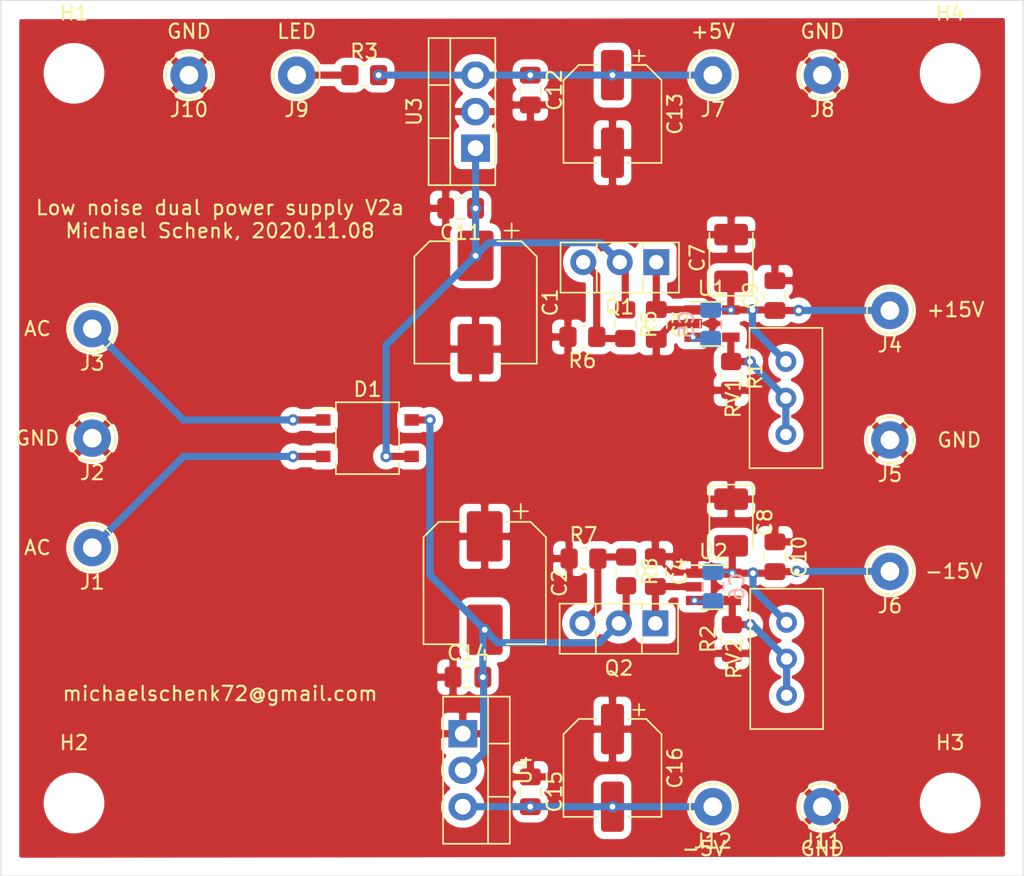
<source format=kicad_pcb>
(kicad_pcb (version 20171130) (host pcbnew "(5.1.7-0-10_14)")

  (general
    (thickness 1.6)
    (drawings 18)
    (tracks 123)
    (zones 0)
    (modules 48)
    (nets 19)
  )

  (page A4)
  (layers
    (0 F.Cu signal)
    (31 B.Cu signal)
    (32 B.Adhes user)
    (33 F.Adhes user)
    (34 B.Paste user)
    (35 F.Paste user)
    (36 B.SilkS user)
    (37 F.SilkS user)
    (38 B.Mask user)
    (39 F.Mask user)
    (40 Dwgs.User user)
    (41 Cmts.User user)
    (42 Eco1.User user)
    (43 Eco2.User user)
    (44 Edge.Cuts user)
    (45 Margin user)
    (46 B.CrtYd user)
    (47 F.CrtYd user)
    (48 B.Fab user)
    (49 F.Fab user)
  )

  (setup
    (last_trace_width 0.5)
    (user_trace_width 0.5)
    (trace_clearance 0.2)
    (zone_clearance 0.508)
    (zone_45_only no)
    (trace_min 0.2)
    (via_size 0.8)
    (via_drill 0.4)
    (via_min_size 0.4)
    (via_min_drill 0.3)
    (user_via 0.6 0.3)
    (uvia_size 0.3)
    (uvia_drill 0.1)
    (uvias_allowed no)
    (uvia_min_size 0.2)
    (uvia_min_drill 0.1)
    (edge_width 0.05)
    (segment_width 0.2)
    (pcb_text_width 0.3)
    (pcb_text_size 1.5 1.5)
    (mod_edge_width 0.12)
    (mod_text_size 1 1)
    (mod_text_width 0.15)
    (pad_size 1.524 1.524)
    (pad_drill 0.762)
    (pad_to_mask_clearance 0)
    (aux_axis_origin 0 0)
    (visible_elements FFFFFF7F)
    (pcbplotparams
      (layerselection 0x010f0_ffffffff)
      (usegerberextensions false)
      (usegerberattributes false)
      (usegerberadvancedattributes false)
      (creategerberjobfile false)
      (excludeedgelayer true)
      (linewidth 0.100000)
      (plotframeref false)
      (viasonmask false)
      (mode 1)
      (useauxorigin false)
      (hpglpennumber 1)
      (hpglpenspeed 20)
      (hpglpendiameter 15.000000)
      (psnegative false)
      (psa4output false)
      (plotreference true)
      (plotvalue false)
      (plotinvisibletext false)
      (padsonsilk true)
      (subtractmaskfromsilk false)
      (outputformat 1)
      (mirror false)
      (drillshape 0)
      (scaleselection 1)
      (outputdirectory "gerber/"))
  )

  (net 0 "")
  (net 1 GND)
  (net 2 "Net-(C1-Pad1)")
  (net 3 "Net-(C5-Pad1)")
  (net 4 "Net-(C10-Pad2)")
  (net 5 "Net-(D1-Pad2)")
  (net 6 "Net-(D1-Pad1)")
  (net 7 "Net-(R1-Pad1)")
  (net 8 "Net-(R2-Pad2)")
  (net 9 "Net-(C3-Pad1)")
  (net 10 "Net-(C4-Pad2)")
  (net 11 "Net-(Q1-Pad3)")
  (net 12 "Net-(Q2-Pad3)")
  (net 13 "Net-(C5-Pad2)")
  (net 14 "Net-(C6-Pad1)")
  (net 15 "Net-(C12-Pad1)")
  (net 16 "Net-(C14-Pad2)")
  (net 17 "Net-(C15-Pad2)")
  (net 18 "Net-(J9-Pad1)")

  (net_class Default "This is the default net class."
    (clearance 0.2)
    (trace_width 0.25)
    (via_dia 0.8)
    (via_drill 0.4)
    (uvia_dia 0.3)
    (uvia_drill 0.1)
    (add_net GND)
    (add_net "Net-(C1-Pad1)")
    (add_net "Net-(C10-Pad2)")
    (add_net "Net-(C12-Pad1)")
    (add_net "Net-(C14-Pad2)")
    (add_net "Net-(C15-Pad2)")
    (add_net "Net-(C3-Pad1)")
    (add_net "Net-(C4-Pad2)")
    (add_net "Net-(C5-Pad1)")
    (add_net "Net-(C5-Pad2)")
    (add_net "Net-(C6-Pad1)")
    (add_net "Net-(D1-Pad1)")
    (add_net "Net-(D1-Pad2)")
    (add_net "Net-(J9-Pad1)")
    (add_net "Net-(Q1-Pad3)")
    (add_net "Net-(Q2-Pad3)")
    (add_net "Net-(R1-Pad1)")
    (add_net "Net-(R2-Pad2)")
  )

  (module Package_TO_SOT_THT:TO-220-3_Vertical (layer F.Cu) (tedit 5AC8BA0D) (tstamp 5FA88FCE)
    (at 112.141 82.804 270)
    (descr "TO-220-3, Vertical, RM 2.54mm, see https://www.vishay.com/docs/66542/to-220-1.pdf")
    (tags "TO-220-3 Vertical RM 2.54mm")
    (path /5FBB1A12)
    (fp_text reference U4 (at 2.54 -4.27 90) (layer F.SilkS)
      (effects (font (size 1 1) (thickness 0.15)))
    )
    (fp_text value L7905 (at 2.54 2.5 90) (layer F.Fab)
      (effects (font (size 1 1) (thickness 0.15)))
    )
    (fp_line (start 7.79 -3.4) (end -2.71 -3.4) (layer F.CrtYd) (width 0.05))
    (fp_line (start 7.79 1.51) (end 7.79 -3.4) (layer F.CrtYd) (width 0.05))
    (fp_line (start -2.71 1.51) (end 7.79 1.51) (layer F.CrtYd) (width 0.05))
    (fp_line (start -2.71 -3.4) (end -2.71 1.51) (layer F.CrtYd) (width 0.05))
    (fp_line (start 4.391 -3.27) (end 4.391 -1.76) (layer F.SilkS) (width 0.12))
    (fp_line (start 0.69 -3.27) (end 0.69 -1.76) (layer F.SilkS) (width 0.12))
    (fp_line (start -2.58 -1.76) (end 7.66 -1.76) (layer F.SilkS) (width 0.12))
    (fp_line (start 7.66 -3.27) (end 7.66 1.371) (layer F.SilkS) (width 0.12))
    (fp_line (start -2.58 -3.27) (end -2.58 1.371) (layer F.SilkS) (width 0.12))
    (fp_line (start -2.58 1.371) (end 7.66 1.371) (layer F.SilkS) (width 0.12))
    (fp_line (start -2.58 -3.27) (end 7.66 -3.27) (layer F.SilkS) (width 0.12))
    (fp_line (start 4.39 -3.15) (end 4.39 -1.88) (layer F.Fab) (width 0.1))
    (fp_line (start 0.69 -3.15) (end 0.69 -1.88) (layer F.Fab) (width 0.1))
    (fp_line (start -2.46 -1.88) (end 7.54 -1.88) (layer F.Fab) (width 0.1))
    (fp_line (start 7.54 -3.15) (end -2.46 -3.15) (layer F.Fab) (width 0.1))
    (fp_line (start 7.54 1.25) (end 7.54 -3.15) (layer F.Fab) (width 0.1))
    (fp_line (start -2.46 1.25) (end 7.54 1.25) (layer F.Fab) (width 0.1))
    (fp_line (start -2.46 -3.15) (end -2.46 1.25) (layer F.Fab) (width 0.1))
    (fp_text user %R (at 2.54 -4.27 90) (layer F.Fab)
      (effects (font (size 1 1) (thickness 0.15)))
    )
    (pad 3 thru_hole oval (at 5.08 0 270) (size 1.905 2) (drill 1.1) (layers *.Cu *.Mask)
      (net 17 "Net-(C15-Pad2)"))
    (pad 2 thru_hole oval (at 2.54 0 270) (size 1.905 2) (drill 1.1) (layers *.Cu *.Mask)
      (net 16 "Net-(C14-Pad2)"))
    (pad 1 thru_hole rect (at 0 0 270) (size 1.905 2) (drill 1.1) (layers *.Cu *.Mask)
      (net 1 GND))
    (model ${KISYS3DMOD}/Package_TO_SOT_THT.3dshapes/TO-220-3_Vertical.wrl
      (at (xyz 0 0 0))
      (scale (xyz 1 1 1))
      (rotate (xyz 0 0 0))
    )
  )

  (module Resistor_SMD:R_0805_2012Metric_Pad1.20x1.40mm_HandSolder (layer F.Cu) (tedit 5F68FEEE) (tstamp 5FA8BE46)
    (at 105.283 36.957)
    (descr "Resistor SMD 0805 (2012 Metric), square (rectangular) end terminal, IPC_7351 nominal with elongated pad for handsoldering. (Body size source: IPC-SM-782 page 72, https://www.pcb-3d.com/wordpress/wp-content/uploads/ipc-sm-782a_amendment_1_and_2.pdf), generated with kicad-footprint-generator")
    (tags "resistor handsolder")
    (path /5FAA7DD8)
    (attr smd)
    (fp_text reference R3 (at 0 -1.65) (layer F.SilkS)
      (effects (font (size 1 1) (thickness 0.15)))
    )
    (fp_text value 240R (at 0 1.65) (layer F.Fab)
      (effects (font (size 1 1) (thickness 0.15)))
    )
    (fp_line (start -1 0.625) (end -1 -0.625) (layer F.Fab) (width 0.1))
    (fp_line (start -1 -0.625) (end 1 -0.625) (layer F.Fab) (width 0.1))
    (fp_line (start 1 -0.625) (end 1 0.625) (layer F.Fab) (width 0.1))
    (fp_line (start 1 0.625) (end -1 0.625) (layer F.Fab) (width 0.1))
    (fp_line (start -0.227064 -0.735) (end 0.227064 -0.735) (layer F.SilkS) (width 0.12))
    (fp_line (start -0.227064 0.735) (end 0.227064 0.735) (layer F.SilkS) (width 0.12))
    (fp_line (start -1.85 0.95) (end -1.85 -0.95) (layer F.CrtYd) (width 0.05))
    (fp_line (start -1.85 -0.95) (end 1.85 -0.95) (layer F.CrtYd) (width 0.05))
    (fp_line (start 1.85 -0.95) (end 1.85 0.95) (layer F.CrtYd) (width 0.05))
    (fp_line (start 1.85 0.95) (end -1.85 0.95) (layer F.CrtYd) (width 0.05))
    (fp_text user %R (at 0 0) (layer F.Fab)
      (effects (font (size 0.5 0.5) (thickness 0.08)))
    )
    (pad 2 smd roundrect (at 1 0) (size 1.2 1.4) (layers F.Cu F.Paste F.Mask) (roundrect_rratio 0.208333)
      (net 15 "Net-(C12-Pad1)"))
    (pad 1 smd roundrect (at -1 0) (size 1.2 1.4) (layers F.Cu F.Paste F.Mask) (roundrect_rratio 0.208333)
      (net 18 "Net-(J9-Pad1)"))
    (model ${KISYS3DMOD}/Resistor_SMD.3dshapes/R_0805_2012Metric.wrl
      (at (xyz 0 0 0))
      (scale (xyz 1 1 1))
      (rotate (xyz 0 0 0))
    )
  )

  (module Connector_Pin:Pin_D1.3mm_L11.0mm (layer F.Cu) (tedit 5A1DC085) (tstamp 5FA849A8)
    (at 129.54 87.884)
    (descr "solder Pin_ diameter 1.3mm, hole diameter 1.3mm, length 11.0mm")
    (tags "solder Pin_ pressfit")
    (path /5FBAAF6F)
    (fp_text reference J12 (at 0 2.4) (layer F.SilkS)
      (effects (font (size 1 1) (thickness 0.15)))
    )
    (fp_text value -5V (at 0 -2.05) (layer F.Fab)
      (effects (font (size 1 1) (thickness 0.15)))
    )
    (fp_circle (center 0 0) (end 1.8 0) (layer F.CrtYd) (width 0.05))
    (fp_circle (center 0 0) (end 0.65 -0.05) (layer F.Fab) (width 0.12))
    (fp_circle (center 0 0) (end 1.25 -0.05) (layer F.Fab) (width 0.12))
    (fp_circle (center 0 0) (end 1.6 0.05) (layer F.SilkS) (width 0.12))
    (fp_text user %R (at 0 2.4) (layer F.Fab)
      (effects (font (size 1 1) (thickness 0.15)))
    )
    (pad 1 thru_hole circle (at 0 0) (size 2.6 2.6) (drill 1.3) (layers *.Cu *.Mask)
      (net 17 "Net-(C15-Pad2)"))
    (model ${KISYS3DMOD}/Connector_Pin.3dshapes/Pin_D1.3mm_L11.0mm.wrl
      (at (xyz 0 0 0))
      (scale (xyz 1 1 1))
      (rotate (xyz 0 0 0))
    )
  )

  (module Connector_Pin:Pin_D1.3mm_L11.0mm (layer F.Cu) (tedit 5A1DC085) (tstamp 5FA8499E)
    (at 137.16 87.884)
    (descr "solder Pin_ diameter 1.3mm, hole diameter 1.3mm, length 11.0mm")
    (tags "solder Pin_ pressfit")
    (path /5FBAAF69)
    (fp_text reference J11 (at 0 2.4) (layer F.SilkS)
      (effects (font (size 1 1) (thickness 0.15)))
    )
    (fp_text value GND (at 0 -2.05) (layer F.Fab)
      (effects (font (size 1 1) (thickness 0.15)))
    )
    (fp_circle (center 0 0) (end 1.8 0) (layer F.CrtYd) (width 0.05))
    (fp_circle (center 0 0) (end 0.65 -0.05) (layer F.Fab) (width 0.12))
    (fp_circle (center 0 0) (end 1.25 -0.05) (layer F.Fab) (width 0.12))
    (fp_circle (center 0 0) (end 1.6 0.05) (layer F.SilkS) (width 0.12))
    (fp_text user %R (at 0 2.4) (layer F.Fab)
      (effects (font (size 1 1) (thickness 0.15)))
    )
    (pad 1 thru_hole circle (at 0 0) (size 2.6 2.6) (drill 1.3) (layers *.Cu *.Mask)
      (net 1 GND))
    (model ${KISYS3DMOD}/Connector_Pin.3dshapes/Pin_D1.3mm_L11.0mm.wrl
      (at (xyz 0 0 0))
      (scale (xyz 1 1 1))
      (rotate (xyz 0 0 0))
    )
  )

  (module Connector_Pin:Pin_D1.3mm_L11.0mm (layer F.Cu) (tedit 5A1DC085) (tstamp 5FA8BE24)
    (at 93.091 36.957)
    (descr "solder Pin_ diameter 1.3mm, hole diameter 1.3mm, length 11.0mm")
    (tags "solder Pin_ pressfit")
    (path /5FAA8F72)
    (fp_text reference J10 (at 0 2.4) (layer F.SilkS)
      (effects (font (size 1 1) (thickness 0.15)))
    )
    (fp_text value GND (at 0 -2.05) (layer F.Fab)
      (effects (font (size 1 1) (thickness 0.15)))
    )
    (fp_circle (center 0 0) (end 1.8 0) (layer F.CrtYd) (width 0.05))
    (fp_circle (center 0 0) (end 0.65 -0.05) (layer F.Fab) (width 0.12))
    (fp_circle (center 0 0) (end 1.25 -0.05) (layer F.Fab) (width 0.12))
    (fp_circle (center 0 0) (end 1.6 0.05) (layer F.SilkS) (width 0.12))
    (fp_text user %R (at 0 2.4) (layer F.Fab)
      (effects (font (size 1 1) (thickness 0.15)))
    )
    (pad 1 thru_hole circle (at 0 0) (size 2.6 2.6) (drill 1.3) (layers *.Cu *.Mask)
      (net 1 GND))
    (model ${KISYS3DMOD}/Connector_Pin.3dshapes/Pin_D1.3mm_L11.0mm.wrl
      (at (xyz 0 0 0))
      (scale (xyz 1 1 1))
      (rotate (xyz 0 0 0))
    )
  )

  (module Connector_Pin:Pin_D1.3mm_L11.0mm (layer F.Cu) (tedit 5A1DC085) (tstamp 5FA8BE09)
    (at 100.584 36.957)
    (descr "solder Pin_ diameter 1.3mm, hole diameter 1.3mm, length 11.0mm")
    (tags "solder Pin_ pressfit")
    (path /5FAA89B1)
    (fp_text reference J9 (at 0 2.4) (layer F.SilkS)
      (effects (font (size 1 1) (thickness 0.15)))
    )
    (fp_text value LED (at 0 -2.05) (layer F.Fab)
      (effects (font (size 1 1) (thickness 0.15)))
    )
    (fp_circle (center 0 0) (end 1.8 0) (layer F.CrtYd) (width 0.05))
    (fp_circle (center 0 0) (end 0.65 -0.05) (layer F.Fab) (width 0.12))
    (fp_circle (center 0 0) (end 1.25 -0.05) (layer F.Fab) (width 0.12))
    (fp_circle (center 0 0) (end 1.6 0.05) (layer F.SilkS) (width 0.12))
    (fp_text user %R (at 0 2.4) (layer F.Fab)
      (effects (font (size 1 1) (thickness 0.15)))
    )
    (pad 1 thru_hole circle (at 0 0) (size 2.6 2.6) (drill 1.3) (layers *.Cu *.Mask)
      (net 18 "Net-(J9-Pad1)"))
    (model ${KISYS3DMOD}/Connector_Pin.3dshapes/Pin_D1.3mm_L11.0mm.wrl
      (at (xyz 0 0 0))
      (scale (xyz 1 1 1))
      (rotate (xyz 0 0 0))
    )
  )

  (module Capacitor_SMD:CP_Elec_6.3x5.8 (layer F.Cu) (tedit 5BCA39D0) (tstamp 5FA84884)
    (at 122.555 85.184 270)
    (descr "SMD capacitor, aluminum electrolytic, Nichicon, 6.3x5.8mm")
    (tags "capacitor electrolytic")
    (path /5FBAAF51)
    (attr smd)
    (fp_text reference C16 (at 0 -4.35 90) (layer F.SilkS)
      (effects (font (size 1 1) (thickness 0.15)))
    )
    (fp_text value 47uF (at 0 4.35 90) (layer F.Fab)
      (effects (font (size 1 1) (thickness 0.15)))
    )
    (fp_circle (center 0 0) (end 3.15 0) (layer F.Fab) (width 0.1))
    (fp_line (start 3.3 -3.3) (end 3.3 3.3) (layer F.Fab) (width 0.1))
    (fp_line (start -2.3 -3.3) (end 3.3 -3.3) (layer F.Fab) (width 0.1))
    (fp_line (start -2.3 3.3) (end 3.3 3.3) (layer F.Fab) (width 0.1))
    (fp_line (start -3.3 -2.3) (end -3.3 2.3) (layer F.Fab) (width 0.1))
    (fp_line (start -3.3 -2.3) (end -2.3 -3.3) (layer F.Fab) (width 0.1))
    (fp_line (start -3.3 2.3) (end -2.3 3.3) (layer F.Fab) (width 0.1))
    (fp_line (start -2.704838 -1.33) (end -2.074838 -1.33) (layer F.Fab) (width 0.1))
    (fp_line (start -2.389838 -1.645) (end -2.389838 -1.015) (layer F.Fab) (width 0.1))
    (fp_line (start 3.41 3.41) (end 3.41 1.06) (layer F.SilkS) (width 0.12))
    (fp_line (start 3.41 -3.41) (end 3.41 -1.06) (layer F.SilkS) (width 0.12))
    (fp_line (start -2.345563 -3.41) (end 3.41 -3.41) (layer F.SilkS) (width 0.12))
    (fp_line (start -2.345563 3.41) (end 3.41 3.41) (layer F.SilkS) (width 0.12))
    (fp_line (start -3.41 2.345563) (end -3.41 1.06) (layer F.SilkS) (width 0.12))
    (fp_line (start -3.41 -2.345563) (end -3.41 -1.06) (layer F.SilkS) (width 0.12))
    (fp_line (start -3.41 -2.345563) (end -2.345563 -3.41) (layer F.SilkS) (width 0.12))
    (fp_line (start -3.41 2.345563) (end -2.345563 3.41) (layer F.SilkS) (width 0.12))
    (fp_line (start -4.4375 -1.8475) (end -3.65 -1.8475) (layer F.SilkS) (width 0.12))
    (fp_line (start -4.04375 -2.24125) (end -4.04375 -1.45375) (layer F.SilkS) (width 0.12))
    (fp_line (start 3.55 -3.55) (end 3.55 -1.05) (layer F.CrtYd) (width 0.05))
    (fp_line (start 3.55 -1.05) (end 4.7 -1.05) (layer F.CrtYd) (width 0.05))
    (fp_line (start 4.7 -1.05) (end 4.7 1.05) (layer F.CrtYd) (width 0.05))
    (fp_line (start 4.7 1.05) (end 3.55 1.05) (layer F.CrtYd) (width 0.05))
    (fp_line (start 3.55 1.05) (end 3.55 3.55) (layer F.CrtYd) (width 0.05))
    (fp_line (start -2.4 3.55) (end 3.55 3.55) (layer F.CrtYd) (width 0.05))
    (fp_line (start -2.4 -3.55) (end 3.55 -3.55) (layer F.CrtYd) (width 0.05))
    (fp_line (start -3.55 2.4) (end -2.4 3.55) (layer F.CrtYd) (width 0.05))
    (fp_line (start -3.55 -2.4) (end -2.4 -3.55) (layer F.CrtYd) (width 0.05))
    (fp_line (start -3.55 -2.4) (end -3.55 -1.05) (layer F.CrtYd) (width 0.05))
    (fp_line (start -3.55 1.05) (end -3.55 2.4) (layer F.CrtYd) (width 0.05))
    (fp_line (start -3.55 -1.05) (end -4.7 -1.05) (layer F.CrtYd) (width 0.05))
    (fp_line (start -4.7 -1.05) (end -4.7 1.05) (layer F.CrtYd) (width 0.05))
    (fp_line (start -4.7 1.05) (end -3.55 1.05) (layer F.CrtYd) (width 0.05))
    (fp_text user %R (at 0 0 90) (layer F.Fab)
      (effects (font (size 1 1) (thickness 0.15)))
    )
    (pad 2 smd roundrect (at 2.7 0 270) (size 3.5 1.6) (layers F.Cu F.Paste F.Mask) (roundrect_rratio 0.15625)
      (net 17 "Net-(C15-Pad2)"))
    (pad 1 smd roundrect (at -2.7 0 270) (size 3.5 1.6) (layers F.Cu F.Paste F.Mask) (roundrect_rratio 0.15625)
      (net 1 GND))
    (model ${KISYS3DMOD}/Capacitor_SMD.3dshapes/CP_Elec_6.3x5.8.wrl
      (at (xyz 0 0 0))
      (scale (xyz 1 1 1))
      (rotate (xyz 0 0 0))
    )
  )

  (module Capacitor_SMD:C_0805_2012Metric_Pad1.18x1.45mm_HandSolder (layer F.Cu) (tedit 5F68FEEF) (tstamp 5FA8485C)
    (at 116.84 86.8465 270)
    (descr "Capacitor SMD 0805 (2012 Metric), square (rectangular) end terminal, IPC_7351 nominal with elongated pad for handsoldering. (Body size source: IPC-SM-782 page 76, https://www.pcb-3d.com/wordpress/wp-content/uploads/ipc-sm-782a_amendment_1_and_2.pdf, https://docs.google.com/spreadsheets/d/1BsfQQcO9C6DZCsRaXUlFlo91Tg2WpOkGARC1WS5S8t0/edit?usp=sharing), generated with kicad-footprint-generator")
    (tags "capacitor handsolder")
    (path /5FBAAF5D)
    (attr smd)
    (fp_text reference C15 (at 0 -1.68 90) (layer F.SilkS)
      (effects (font (size 1 1) (thickness 0.15)))
    )
    (fp_text value 100nF (at 0 1.68 90) (layer F.Fab)
      (effects (font (size 1 1) (thickness 0.15)))
    )
    (fp_line (start -1 0.625) (end -1 -0.625) (layer F.Fab) (width 0.1))
    (fp_line (start -1 -0.625) (end 1 -0.625) (layer F.Fab) (width 0.1))
    (fp_line (start 1 -0.625) (end 1 0.625) (layer F.Fab) (width 0.1))
    (fp_line (start 1 0.625) (end -1 0.625) (layer F.Fab) (width 0.1))
    (fp_line (start -0.261252 -0.735) (end 0.261252 -0.735) (layer F.SilkS) (width 0.12))
    (fp_line (start -0.261252 0.735) (end 0.261252 0.735) (layer F.SilkS) (width 0.12))
    (fp_line (start -1.88 0.98) (end -1.88 -0.98) (layer F.CrtYd) (width 0.05))
    (fp_line (start -1.88 -0.98) (end 1.88 -0.98) (layer F.CrtYd) (width 0.05))
    (fp_line (start 1.88 -0.98) (end 1.88 0.98) (layer F.CrtYd) (width 0.05))
    (fp_line (start 1.88 0.98) (end -1.88 0.98) (layer F.CrtYd) (width 0.05))
    (fp_text user %R (at 0 0 90) (layer F.Fab)
      (effects (font (size 0.5 0.5) (thickness 0.08)))
    )
    (pad 2 smd roundrect (at 1.0375 0 270) (size 1.175 1.45) (layers F.Cu F.Paste F.Mask) (roundrect_rratio 0.212766)
      (net 17 "Net-(C15-Pad2)"))
    (pad 1 smd roundrect (at -1.0375 0 270) (size 1.175 1.45) (layers F.Cu F.Paste F.Mask) (roundrect_rratio 0.212766)
      (net 1 GND))
    (model ${KISYS3DMOD}/Capacitor_SMD.3dshapes/C_0805_2012Metric.wrl
      (at (xyz 0 0 0))
      (scale (xyz 1 1 1))
      (rotate (xyz 0 0 0))
    )
  )

  (module Capacitor_SMD:C_0805_2012Metric_Pad1.18x1.45mm_HandSolder (layer F.Cu) (tedit 5F68FEEF) (tstamp 5FA8484B)
    (at 112.5005 78.867)
    (descr "Capacitor SMD 0805 (2012 Metric), square (rectangular) end terminal, IPC_7351 nominal with elongated pad for handsoldering. (Body size source: IPC-SM-782 page 76, https://www.pcb-3d.com/wordpress/wp-content/uploads/ipc-sm-782a_amendment_1_and_2.pdf, https://docs.google.com/spreadsheets/d/1BsfQQcO9C6DZCsRaXUlFlo91Tg2WpOkGARC1WS5S8t0/edit?usp=sharing), generated with kicad-footprint-generator")
    (tags "capacitor handsolder")
    (path /5FBAAF57)
    (attr smd)
    (fp_text reference C14 (at 0 -1.68) (layer F.SilkS)
      (effects (font (size 1 1) (thickness 0.15)))
    )
    (fp_text value 330nF (at 0 1.68) (layer F.Fab)
      (effects (font (size 1 1) (thickness 0.15)))
    )
    (fp_line (start -1 0.625) (end -1 -0.625) (layer F.Fab) (width 0.1))
    (fp_line (start -1 -0.625) (end 1 -0.625) (layer F.Fab) (width 0.1))
    (fp_line (start 1 -0.625) (end 1 0.625) (layer F.Fab) (width 0.1))
    (fp_line (start 1 0.625) (end -1 0.625) (layer F.Fab) (width 0.1))
    (fp_line (start -0.261252 -0.735) (end 0.261252 -0.735) (layer F.SilkS) (width 0.12))
    (fp_line (start -0.261252 0.735) (end 0.261252 0.735) (layer F.SilkS) (width 0.12))
    (fp_line (start -1.88 0.98) (end -1.88 -0.98) (layer F.CrtYd) (width 0.05))
    (fp_line (start -1.88 -0.98) (end 1.88 -0.98) (layer F.CrtYd) (width 0.05))
    (fp_line (start 1.88 -0.98) (end 1.88 0.98) (layer F.CrtYd) (width 0.05))
    (fp_line (start 1.88 0.98) (end -1.88 0.98) (layer F.CrtYd) (width 0.05))
    (fp_text user %R (at 0 0) (layer F.Fab)
      (effects (font (size 0.5 0.5) (thickness 0.08)))
    )
    (pad 2 smd roundrect (at 1.0375 0) (size 1.175 1.45) (layers F.Cu F.Paste F.Mask) (roundrect_rratio 0.212766)
      (net 16 "Net-(C14-Pad2)"))
    (pad 1 smd roundrect (at -1.0375 0) (size 1.175 1.45) (layers F.Cu F.Paste F.Mask) (roundrect_rratio 0.212766)
      (net 1 GND))
    (model ${KISYS3DMOD}/Capacitor_SMD.3dshapes/C_0805_2012Metric.wrl
      (at (xyz 0 0 0))
      (scale (xyz 1 1 1))
      (rotate (xyz 0 0 0))
    )
  )

  (module Capacitor_SMD:CP_Elec_8x10 (layer F.Cu) (tedit 5BCA39D0) (tstamp 5F958BA9)
    (at 113.665 72.315 270)
    (descr "SMD capacitor, aluminum electrolytic, Nichicon, 8.0x10mm")
    (tags "capacitor electrolytic")
    (path /5F98959C)
    (attr smd)
    (fp_text reference C2 (at 0 -5.2 90) (layer F.SilkS)
      (effects (font (size 1 1) (thickness 0.15)))
    )
    (fp_text value 100u (at 0 5.2 90) (layer F.Fab)
      (effects (font (size 1 1) (thickness 0.15)))
    )
    (fp_circle (center 0 0) (end 4 0) (layer F.Fab) (width 0.1))
    (fp_line (start 4.15 -4.15) (end 4.15 4.15) (layer F.Fab) (width 0.1))
    (fp_line (start -3.15 -4.15) (end 4.15 -4.15) (layer F.Fab) (width 0.1))
    (fp_line (start -3.15 4.15) (end 4.15 4.15) (layer F.Fab) (width 0.1))
    (fp_line (start -4.15 -3.15) (end -4.15 3.15) (layer F.Fab) (width 0.1))
    (fp_line (start -4.15 -3.15) (end -3.15 -4.15) (layer F.Fab) (width 0.1))
    (fp_line (start -4.15 3.15) (end -3.15 4.15) (layer F.Fab) (width 0.1))
    (fp_line (start -3.562278 -1.5) (end -2.762278 -1.5) (layer F.Fab) (width 0.1))
    (fp_line (start -3.162278 -1.9) (end -3.162278 -1.1) (layer F.Fab) (width 0.1))
    (fp_line (start 4.26 4.26) (end 4.26 1.51) (layer F.SilkS) (width 0.12))
    (fp_line (start 4.26 -4.26) (end 4.26 -1.51) (layer F.SilkS) (width 0.12))
    (fp_line (start -3.195563 -4.26) (end 4.26 -4.26) (layer F.SilkS) (width 0.12))
    (fp_line (start -3.195563 4.26) (end 4.26 4.26) (layer F.SilkS) (width 0.12))
    (fp_line (start -4.26 3.195563) (end -4.26 1.51) (layer F.SilkS) (width 0.12))
    (fp_line (start -4.26 -3.195563) (end -4.26 -1.51) (layer F.SilkS) (width 0.12))
    (fp_line (start -4.26 -3.195563) (end -3.195563 -4.26) (layer F.SilkS) (width 0.12))
    (fp_line (start -4.26 3.195563) (end -3.195563 4.26) (layer F.SilkS) (width 0.12))
    (fp_line (start -5.5 -2.51) (end -4.5 -2.51) (layer F.SilkS) (width 0.12))
    (fp_line (start -5 -3.01) (end -5 -2.01) (layer F.SilkS) (width 0.12))
    (fp_line (start 4.4 -4.4) (end 4.4 -1.5) (layer F.CrtYd) (width 0.05))
    (fp_line (start 4.4 -1.5) (end 5.25 -1.5) (layer F.CrtYd) (width 0.05))
    (fp_line (start 5.25 -1.5) (end 5.25 1.5) (layer F.CrtYd) (width 0.05))
    (fp_line (start 5.25 1.5) (end 4.4 1.5) (layer F.CrtYd) (width 0.05))
    (fp_line (start 4.4 1.5) (end 4.4 4.4) (layer F.CrtYd) (width 0.05))
    (fp_line (start -3.25 4.4) (end 4.4 4.4) (layer F.CrtYd) (width 0.05))
    (fp_line (start -3.25 -4.4) (end 4.4 -4.4) (layer F.CrtYd) (width 0.05))
    (fp_line (start -4.4 3.25) (end -3.25 4.4) (layer F.CrtYd) (width 0.05))
    (fp_line (start -4.4 -3.25) (end -3.25 -4.4) (layer F.CrtYd) (width 0.05))
    (fp_line (start -4.4 -3.25) (end -4.4 -1.5) (layer F.CrtYd) (width 0.05))
    (fp_line (start -4.4 1.5) (end -4.4 3.25) (layer F.CrtYd) (width 0.05))
    (fp_line (start -4.4 -1.5) (end -5.25 -1.5) (layer F.CrtYd) (width 0.05))
    (fp_line (start -5.25 -1.5) (end -5.25 1.5) (layer F.CrtYd) (width 0.05))
    (fp_line (start -5.25 1.5) (end -4.4 1.5) (layer F.CrtYd) (width 0.05))
    (fp_text user %R (at 0 0 90) (layer F.Fab)
      (effects (font (size 1 1) (thickness 0.15)))
    )
    (pad 2 smd roundrect (at 3.25 0 270) (size 3.5 2.5) (layers F.Cu F.Paste F.Mask) (roundrect_rratio 0.1)
      (net 16 "Net-(C14-Pad2)"))
    (pad 1 smd roundrect (at -3.25 0 270) (size 3.5 2.5) (layers F.Cu F.Paste F.Mask) (roundrect_rratio 0.1)
      (net 1 GND))
    (model ${KISYS3DMOD}/Capacitor_SMD.3dshapes/CP_Elec_8x10.wrl
      (at (xyz 0 0 0))
      (scale (xyz 1 1 1))
      (rotate (xyz 0 0 0))
    )
  )

  (module Package_TO_SOT_THT:TO-220-3_Vertical (layer F.Cu) (tedit 5AC8BA0D) (tstamp 5FA8BDCE)
    (at 113.03 42.037 90)
    (descr "TO-220-3, Vertical, RM 2.54mm, see https://www.vishay.com/docs/66542/to-220-1.pdf")
    (tags "TO-220-3 Vertical RM 2.54mm")
    (path /5FA9527F)
    (fp_text reference U3 (at 2.54 -4.27 90) (layer F.SilkS)
      (effects (font (size 1 1) (thickness 0.15)))
    )
    (fp_text value L7805 (at 2.54 2.5 90) (layer F.Fab)
      (effects (font (size 1 1) (thickness 0.15)))
    )
    (fp_line (start 7.79 -3.4) (end -2.71 -3.4) (layer F.CrtYd) (width 0.05))
    (fp_line (start 7.79 1.51) (end 7.79 -3.4) (layer F.CrtYd) (width 0.05))
    (fp_line (start -2.71 1.51) (end 7.79 1.51) (layer F.CrtYd) (width 0.05))
    (fp_line (start -2.71 -3.4) (end -2.71 1.51) (layer F.CrtYd) (width 0.05))
    (fp_line (start 4.391 -3.27) (end 4.391 -1.76) (layer F.SilkS) (width 0.12))
    (fp_line (start 0.69 -3.27) (end 0.69 -1.76) (layer F.SilkS) (width 0.12))
    (fp_line (start -2.58 -1.76) (end 7.66 -1.76) (layer F.SilkS) (width 0.12))
    (fp_line (start 7.66 -3.27) (end 7.66 1.371) (layer F.SilkS) (width 0.12))
    (fp_line (start -2.58 -3.27) (end -2.58 1.371) (layer F.SilkS) (width 0.12))
    (fp_line (start -2.58 1.371) (end 7.66 1.371) (layer F.SilkS) (width 0.12))
    (fp_line (start -2.58 -3.27) (end 7.66 -3.27) (layer F.SilkS) (width 0.12))
    (fp_line (start 4.39 -3.15) (end 4.39 -1.88) (layer F.Fab) (width 0.1))
    (fp_line (start 0.69 -3.15) (end 0.69 -1.88) (layer F.Fab) (width 0.1))
    (fp_line (start -2.46 -1.88) (end 7.54 -1.88) (layer F.Fab) (width 0.1))
    (fp_line (start 7.54 -3.15) (end -2.46 -3.15) (layer F.Fab) (width 0.1))
    (fp_line (start 7.54 1.25) (end 7.54 -3.15) (layer F.Fab) (width 0.1))
    (fp_line (start -2.46 1.25) (end 7.54 1.25) (layer F.Fab) (width 0.1))
    (fp_line (start -2.46 -3.15) (end -2.46 1.25) (layer F.Fab) (width 0.1))
    (fp_text user %R (at 2.54 -4.27 90) (layer F.Fab)
      (effects (font (size 1 1) (thickness 0.15)))
    )
    (pad 3 thru_hole oval (at 5.08 0 90) (size 1.905 2) (drill 1.1) (layers *.Cu *.Mask)
      (net 15 "Net-(C12-Pad1)"))
    (pad 2 thru_hole oval (at 2.54 0 90) (size 1.905 2) (drill 1.1) (layers *.Cu *.Mask)
      (net 1 GND))
    (pad 1 thru_hole rect (at 0 0 90) (size 1.905 2) (drill 1.1) (layers *.Cu *.Mask)
      (net 2 "Net-(C1-Pad1)"))
    (model ${KISYS3DMOD}/Package_TO_SOT_THT.3dshapes/TO-220-3_Vertical.wrl
      (at (xyz 0 0 0))
      (scale (xyz 1 1 1))
      (rotate (xyz 0 0 0))
    )
  )

  (module Connector_Pin:Pin_D1.3mm_L11.0mm (layer F.Cu) (tedit 5A1DC085) (tstamp 5FA8BDA3)
    (at 137.16 36.957)
    (descr "solder Pin_ diameter 1.3mm, hole diameter 1.3mm, length 11.0mm")
    (tags "solder Pin_ pressfit")
    (path /5FA952AE)
    (fp_text reference J8 (at 0 2.4) (layer F.SilkS)
      (effects (font (size 1 1) (thickness 0.15)))
    )
    (fp_text value GND (at 0 -2.05) (layer F.Fab)
      (effects (font (size 1 1) (thickness 0.15)))
    )
    (fp_circle (center 0 0) (end 1.6 0.05) (layer F.SilkS) (width 0.12))
    (fp_circle (center 0 0) (end 1.25 -0.05) (layer F.Fab) (width 0.12))
    (fp_circle (center 0 0) (end 0.65 -0.05) (layer F.Fab) (width 0.12))
    (fp_circle (center 0 0) (end 1.8 0) (layer F.CrtYd) (width 0.05))
    (fp_text user %R (at 0 2.4) (layer F.Fab)
      (effects (font (size 1 1) (thickness 0.15)))
    )
    (pad 1 thru_hole circle (at 0 0) (size 2.6 2.6) (drill 1.3) (layers *.Cu *.Mask)
      (net 1 GND))
    (model ${KISYS3DMOD}/Connector_Pin.3dshapes/Pin_D1.3mm_L11.0mm.wrl
      (at (xyz 0 0 0))
      (scale (xyz 1 1 1))
      (rotate (xyz 0 0 0))
    )
  )

  (module Connector_Pin:Pin_D1.3mm_L11.0mm (layer F.Cu) (tedit 5A1DC085) (tstamp 5FA8BD88)
    (at 129.54 36.957)
    (descr "solder Pin_ diameter 1.3mm, hole diameter 1.3mm, length 11.0mm")
    (tags "solder Pin_ pressfit")
    (path /5FA9529D)
    (fp_text reference J7 (at 0 2.4) (layer F.SilkS)
      (effects (font (size 1 1) (thickness 0.15)))
    )
    (fp_text value +5V (at 0 -2.05) (layer F.Fab)
      (effects (font (size 1 1) (thickness 0.15)))
    )
    (fp_circle (center 0 0) (end 1.6 0.05) (layer F.SilkS) (width 0.12))
    (fp_circle (center 0 0) (end 1.25 -0.05) (layer F.Fab) (width 0.12))
    (fp_circle (center 0 0) (end 0.65 -0.05) (layer F.Fab) (width 0.12))
    (fp_circle (center 0 0) (end 1.8 0) (layer F.CrtYd) (width 0.05))
    (fp_text user %R (at 0 2.4) (layer F.Fab)
      (effects (font (size 1 1) (thickness 0.15)))
    )
    (pad 1 thru_hole circle (at 0 0) (size 2.6 2.6) (drill 1.3) (layers *.Cu *.Mask)
      (net 15 "Net-(C12-Pad1)"))
    (model ${KISYS3DMOD}/Connector_Pin.3dshapes/Pin_D1.3mm_L11.0mm.wrl
      (at (xyz 0 0 0))
      (scale (xyz 1 1 1))
      (rotate (xyz 0 0 0))
    )
  )

  (module Capacitor_SMD:CP_Elec_6.3x5.8 (layer F.Cu) (tedit 5BCA39D0) (tstamp 5FA8BD31)
    (at 122.555 39.657 270)
    (descr "SMD capacitor, aluminum electrolytic, Nichicon, 6.3x5.8mm")
    (tags "capacitor electrolytic")
    (path /5FA95285)
    (attr smd)
    (fp_text reference C13 (at 0 -4.35 90) (layer F.SilkS)
      (effects (font (size 1 1) (thickness 0.15)))
    )
    (fp_text value 47uF (at 0 4.35 90) (layer F.Fab)
      (effects (font (size 1 1) (thickness 0.15)))
    )
    (fp_line (start -4.7 1.05) (end -3.55 1.05) (layer F.CrtYd) (width 0.05))
    (fp_line (start -4.7 -1.05) (end -4.7 1.05) (layer F.CrtYd) (width 0.05))
    (fp_line (start -3.55 -1.05) (end -4.7 -1.05) (layer F.CrtYd) (width 0.05))
    (fp_line (start -3.55 1.05) (end -3.55 2.4) (layer F.CrtYd) (width 0.05))
    (fp_line (start -3.55 -2.4) (end -3.55 -1.05) (layer F.CrtYd) (width 0.05))
    (fp_line (start -3.55 -2.4) (end -2.4 -3.55) (layer F.CrtYd) (width 0.05))
    (fp_line (start -3.55 2.4) (end -2.4 3.55) (layer F.CrtYd) (width 0.05))
    (fp_line (start -2.4 -3.55) (end 3.55 -3.55) (layer F.CrtYd) (width 0.05))
    (fp_line (start -2.4 3.55) (end 3.55 3.55) (layer F.CrtYd) (width 0.05))
    (fp_line (start 3.55 1.05) (end 3.55 3.55) (layer F.CrtYd) (width 0.05))
    (fp_line (start 4.7 1.05) (end 3.55 1.05) (layer F.CrtYd) (width 0.05))
    (fp_line (start 4.7 -1.05) (end 4.7 1.05) (layer F.CrtYd) (width 0.05))
    (fp_line (start 3.55 -1.05) (end 4.7 -1.05) (layer F.CrtYd) (width 0.05))
    (fp_line (start 3.55 -3.55) (end 3.55 -1.05) (layer F.CrtYd) (width 0.05))
    (fp_line (start -4.04375 -2.24125) (end -4.04375 -1.45375) (layer F.SilkS) (width 0.12))
    (fp_line (start -4.4375 -1.8475) (end -3.65 -1.8475) (layer F.SilkS) (width 0.12))
    (fp_line (start -3.41 2.345563) (end -2.345563 3.41) (layer F.SilkS) (width 0.12))
    (fp_line (start -3.41 -2.345563) (end -2.345563 -3.41) (layer F.SilkS) (width 0.12))
    (fp_line (start -3.41 -2.345563) (end -3.41 -1.06) (layer F.SilkS) (width 0.12))
    (fp_line (start -3.41 2.345563) (end -3.41 1.06) (layer F.SilkS) (width 0.12))
    (fp_line (start -2.345563 3.41) (end 3.41 3.41) (layer F.SilkS) (width 0.12))
    (fp_line (start -2.345563 -3.41) (end 3.41 -3.41) (layer F.SilkS) (width 0.12))
    (fp_line (start 3.41 -3.41) (end 3.41 -1.06) (layer F.SilkS) (width 0.12))
    (fp_line (start 3.41 3.41) (end 3.41 1.06) (layer F.SilkS) (width 0.12))
    (fp_line (start -2.389838 -1.645) (end -2.389838 -1.015) (layer F.Fab) (width 0.1))
    (fp_line (start -2.704838 -1.33) (end -2.074838 -1.33) (layer F.Fab) (width 0.1))
    (fp_line (start -3.3 2.3) (end -2.3 3.3) (layer F.Fab) (width 0.1))
    (fp_line (start -3.3 -2.3) (end -2.3 -3.3) (layer F.Fab) (width 0.1))
    (fp_line (start -3.3 -2.3) (end -3.3 2.3) (layer F.Fab) (width 0.1))
    (fp_line (start -2.3 3.3) (end 3.3 3.3) (layer F.Fab) (width 0.1))
    (fp_line (start -2.3 -3.3) (end 3.3 -3.3) (layer F.Fab) (width 0.1))
    (fp_line (start 3.3 -3.3) (end 3.3 3.3) (layer F.Fab) (width 0.1))
    (fp_circle (center 0 0) (end 3.15 0) (layer F.Fab) (width 0.1))
    (fp_text user %R (at 0 0 90) (layer F.Fab)
      (effects (font (size 1 1) (thickness 0.15)))
    )
    (pad 2 smd roundrect (at 2.7 0 270) (size 3.5 1.6) (layers F.Cu F.Paste F.Mask) (roundrect_rratio 0.15625)
      (net 1 GND))
    (pad 1 smd roundrect (at -2.7 0 270) (size 3.5 1.6) (layers F.Cu F.Paste F.Mask) (roundrect_rratio 0.15625)
      (net 15 "Net-(C12-Pad1)"))
    (model ${KISYS3DMOD}/Capacitor_SMD.3dshapes/CP_Elec_6.3x5.8.wrl
      (at (xyz 0 0 0))
      (scale (xyz 1 1 1))
      (rotate (xyz 0 0 0))
    )
  )

  (module Capacitor_SMD:C_0805_2012Metric_Pad1.18x1.45mm_HandSolder (layer F.Cu) (tedit 5F68FEEF) (tstamp 5FA8BCEA)
    (at 116.84 37.9945 270)
    (descr "Capacitor SMD 0805 (2012 Metric), square (rectangular) end terminal, IPC_7351 nominal with elongated pad for handsoldering. (Body size source: IPC-SM-782 page 76, https://www.pcb-3d.com/wordpress/wp-content/uploads/ipc-sm-782a_amendment_1_and_2.pdf, https://docs.google.com/spreadsheets/d/1BsfQQcO9C6DZCsRaXUlFlo91Tg2WpOkGARC1WS5S8t0/edit?usp=sharing), generated with kicad-footprint-generator")
    (tags "capacitor handsolder")
    (path /5FA95291)
    (attr smd)
    (fp_text reference C12 (at 0 -1.68 90) (layer F.SilkS)
      (effects (font (size 1 1) (thickness 0.15)))
    )
    (fp_text value 100nF (at 0 1.68 90) (layer F.Fab)
      (effects (font (size 1 1) (thickness 0.15)))
    )
    (fp_line (start 1.88 0.98) (end -1.88 0.98) (layer F.CrtYd) (width 0.05))
    (fp_line (start 1.88 -0.98) (end 1.88 0.98) (layer F.CrtYd) (width 0.05))
    (fp_line (start -1.88 -0.98) (end 1.88 -0.98) (layer F.CrtYd) (width 0.05))
    (fp_line (start -1.88 0.98) (end -1.88 -0.98) (layer F.CrtYd) (width 0.05))
    (fp_line (start -0.261252 0.735) (end 0.261252 0.735) (layer F.SilkS) (width 0.12))
    (fp_line (start -0.261252 -0.735) (end 0.261252 -0.735) (layer F.SilkS) (width 0.12))
    (fp_line (start 1 0.625) (end -1 0.625) (layer F.Fab) (width 0.1))
    (fp_line (start 1 -0.625) (end 1 0.625) (layer F.Fab) (width 0.1))
    (fp_line (start -1 -0.625) (end 1 -0.625) (layer F.Fab) (width 0.1))
    (fp_line (start -1 0.625) (end -1 -0.625) (layer F.Fab) (width 0.1))
    (fp_text user %R (at 0 0 90) (layer F.Fab)
      (effects (font (size 0.5 0.5) (thickness 0.08)))
    )
    (pad 2 smd roundrect (at 1.0375 0 270) (size 1.175 1.45) (layers F.Cu F.Paste F.Mask) (roundrect_rratio 0.212766)
      (net 1 GND))
    (pad 1 smd roundrect (at -1.0375 0 270) (size 1.175 1.45) (layers F.Cu F.Paste F.Mask) (roundrect_rratio 0.212766)
      (net 15 "Net-(C12-Pad1)"))
    (model ${KISYS3DMOD}/Capacitor_SMD.3dshapes/C_0805_2012Metric.wrl
      (at (xyz 0 0 0))
      (scale (xyz 1 1 1))
      (rotate (xyz 0 0 0))
    )
  )

  (module Capacitor_SMD:C_0805_2012Metric_Pad1.18x1.45mm_HandSolder (layer F.Cu) (tedit 5F68FEEF) (tstamp 5FA81173)
    (at 111.9925 46.228 180)
    (descr "Capacitor SMD 0805 (2012 Metric), square (rectangular) end terminal, IPC_7351 nominal with elongated pad for handsoldering. (Body size source: IPC-SM-782 page 76, https://www.pcb-3d.com/wordpress/wp-content/uploads/ipc-sm-782a_amendment_1_and_2.pdf, https://docs.google.com/spreadsheets/d/1BsfQQcO9C6DZCsRaXUlFlo91Tg2WpOkGARC1WS5S8t0/edit?usp=sharing), generated with kicad-footprint-generator")
    (tags "capacitor handsolder")
    (path /5FA9528B)
    (attr smd)
    (fp_text reference C11 (at 0 -1.68) (layer F.SilkS)
      (effects (font (size 1 1) (thickness 0.15)))
    )
    (fp_text value 330nF (at 0 1.68) (layer F.Fab)
      (effects (font (size 1 1) (thickness 0.15)))
    )
    (fp_line (start 1.88 0.98) (end -1.88 0.98) (layer F.CrtYd) (width 0.05))
    (fp_line (start 1.88 -0.98) (end 1.88 0.98) (layer F.CrtYd) (width 0.05))
    (fp_line (start -1.88 -0.98) (end 1.88 -0.98) (layer F.CrtYd) (width 0.05))
    (fp_line (start -1.88 0.98) (end -1.88 -0.98) (layer F.CrtYd) (width 0.05))
    (fp_line (start -0.261252 0.735) (end 0.261252 0.735) (layer F.SilkS) (width 0.12))
    (fp_line (start -0.261252 -0.735) (end 0.261252 -0.735) (layer F.SilkS) (width 0.12))
    (fp_line (start 1 0.625) (end -1 0.625) (layer F.Fab) (width 0.1))
    (fp_line (start 1 -0.625) (end 1 0.625) (layer F.Fab) (width 0.1))
    (fp_line (start -1 -0.625) (end 1 -0.625) (layer F.Fab) (width 0.1))
    (fp_line (start -1 0.625) (end -1 -0.625) (layer F.Fab) (width 0.1))
    (fp_text user %R (at 0 0) (layer F.Fab)
      (effects (font (size 0.5 0.5) (thickness 0.08)))
    )
    (pad 2 smd roundrect (at 1.0375 0 180) (size 1.175 1.45) (layers F.Cu F.Paste F.Mask) (roundrect_rratio 0.212766)
      (net 1 GND))
    (pad 1 smd roundrect (at -1.0375 0 180) (size 1.175 1.45) (layers F.Cu F.Paste F.Mask) (roundrect_rratio 0.212766)
      (net 2 "Net-(C1-Pad1)"))
    (model ${KISYS3DMOD}/Capacitor_SMD.3dshapes/C_0805_2012Metric.wrl
      (at (xyz 0 0 0))
      (scale (xyz 1 1 1))
      (rotate (xyz 0 0 0))
    )
  )

  (module Resistor_SMD:R_0805_2012Metric_Pad1.20x1.40mm_HandSolder (layer F.Cu) (tedit 5F68FEEE) (tstamp 5F970ED0)
    (at 123.5075 71.501 270)
    (descr "Resistor SMD 0805 (2012 Metric), square (rectangular) end terminal, IPC_7351 nominal with elongated pad for handsoldering. (Body size source: IPC-SM-782 page 72, https://www.pcb-3d.com/wordpress/wp-content/uploads/ipc-sm-782a_amendment_1_and_2.pdf), generated with kicad-footprint-generator")
    (tags "resistor handsolder")
    (path /5F9D4A45)
    (attr smd)
    (fp_text reference R8 (at 0 -1.65 90) (layer F.SilkS)
      (effects (font (size 1 1) (thickness 0.15)))
    )
    (fp_text value 15k (at 0 1.65 90) (layer F.Fab)
      (effects (font (size 1 1) (thickness 0.15)))
    )
    (fp_line (start -1 0.625) (end -1 -0.625) (layer F.Fab) (width 0.1))
    (fp_line (start -1 -0.625) (end 1 -0.625) (layer F.Fab) (width 0.1))
    (fp_line (start 1 -0.625) (end 1 0.625) (layer F.Fab) (width 0.1))
    (fp_line (start 1 0.625) (end -1 0.625) (layer F.Fab) (width 0.1))
    (fp_line (start -0.227064 -0.735) (end 0.227064 -0.735) (layer F.SilkS) (width 0.12))
    (fp_line (start -0.227064 0.735) (end 0.227064 0.735) (layer F.SilkS) (width 0.12))
    (fp_line (start -1.85 0.95) (end -1.85 -0.95) (layer F.CrtYd) (width 0.05))
    (fp_line (start -1.85 -0.95) (end 1.85 -0.95) (layer F.CrtYd) (width 0.05))
    (fp_line (start 1.85 -0.95) (end 1.85 0.95) (layer F.CrtYd) (width 0.05))
    (fp_line (start 1.85 0.95) (end -1.85 0.95) (layer F.CrtYd) (width 0.05))
    (fp_text user %R (at 0 0 90) (layer F.Fab)
      (effects (font (size 0.5 0.5) (thickness 0.08)))
    )
    (pad 2 smd roundrect (at 1 0 270) (size 1.2 1.4) (layers F.Cu F.Paste F.Mask) (roundrect_rratio 0.208333)
      (net 16 "Net-(C14-Pad2)"))
    (pad 1 smd roundrect (at -1 0 270) (size 1.2 1.4) (layers F.Cu F.Paste F.Mask) (roundrect_rratio 0.208333)
      (net 12 "Net-(Q2-Pad3)"))
    (model ${KISYS3DMOD}/Resistor_SMD.3dshapes/R_0805_2012Metric.wrl
      (at (xyz 0 0 0))
      (scale (xyz 1 1 1))
      (rotate (xyz 0 0 0))
    )
  )

  (module Resistor_SMD:R_0805_2012Metric_Pad1.20x1.40mm_HandSolder (layer F.Cu) (tedit 5F68FEEE) (tstamp 5F970EBF)
    (at 120.539 70.612)
    (descr "Resistor SMD 0805 (2012 Metric), square (rectangular) end terminal, IPC_7351 nominal with elongated pad for handsoldering. (Body size source: IPC-SM-782 page 72, https://www.pcb-3d.com/wordpress/wp-content/uploads/ipc-sm-782a_amendment_1_and_2.pdf), generated with kicad-footprint-generator")
    (tags "resistor handsolder")
    (path /5F9D4A3F)
    (attr smd)
    (fp_text reference R7 (at 0 -1.65) (layer F.SilkS)
      (effects (font (size 1 1) (thickness 0.15)))
    )
    (fp_text value 15k (at 0 1.65) (layer F.Fab)
      (effects (font (size 1 1) (thickness 0.15)))
    )
    (fp_line (start -1 0.625) (end -1 -0.625) (layer F.Fab) (width 0.1))
    (fp_line (start -1 -0.625) (end 1 -0.625) (layer F.Fab) (width 0.1))
    (fp_line (start 1 -0.625) (end 1 0.625) (layer F.Fab) (width 0.1))
    (fp_line (start 1 0.625) (end -1 0.625) (layer F.Fab) (width 0.1))
    (fp_line (start -0.227064 -0.735) (end 0.227064 -0.735) (layer F.SilkS) (width 0.12))
    (fp_line (start -0.227064 0.735) (end 0.227064 0.735) (layer F.SilkS) (width 0.12))
    (fp_line (start -1.85 0.95) (end -1.85 -0.95) (layer F.CrtYd) (width 0.05))
    (fp_line (start -1.85 -0.95) (end 1.85 -0.95) (layer F.CrtYd) (width 0.05))
    (fp_line (start 1.85 -0.95) (end 1.85 0.95) (layer F.CrtYd) (width 0.05))
    (fp_line (start 1.85 0.95) (end -1.85 0.95) (layer F.CrtYd) (width 0.05))
    (fp_text user %R (at 0 0) (layer F.Fab)
      (effects (font (size 0.5 0.5) (thickness 0.08)))
    )
    (pad 2 smd roundrect (at 1 0) (size 1.2 1.4) (layers F.Cu F.Paste F.Mask) (roundrect_rratio 0.208333)
      (net 12 "Net-(Q2-Pad3)"))
    (pad 1 smd roundrect (at -1 0) (size 1.2 1.4) (layers F.Cu F.Paste F.Mask) (roundrect_rratio 0.208333)
      (net 1 GND))
    (model ${KISYS3DMOD}/Resistor_SMD.3dshapes/R_0805_2012Metric.wrl
      (at (xyz 0 0 0))
      (scale (xyz 1 1 1))
      (rotate (xyz 0 0 0))
    )
  )

  (module Resistor_SMD:R_0805_2012Metric_Pad1.20x1.40mm_HandSolder (layer F.Cu) (tedit 5F68FEEE) (tstamp 5F970EAE)
    (at 120.4595 55.1815 180)
    (descr "Resistor SMD 0805 (2012 Metric), square (rectangular) end terminal, IPC_7351 nominal with elongated pad for handsoldering. (Body size source: IPC-SM-782 page 72, https://www.pcb-3d.com/wordpress/wp-content/uploads/ipc-sm-782a_amendment_1_and_2.pdf), generated with kicad-footprint-generator")
    (tags "resistor handsolder")
    (path /5F9B9F9C)
    (attr smd)
    (fp_text reference R6 (at 0 -1.65) (layer F.SilkS)
      (effects (font (size 1 1) (thickness 0.15)))
    )
    (fp_text value 15k (at 0 1.65) (layer F.Fab)
      (effects (font (size 1 1) (thickness 0.15)))
    )
    (fp_line (start -1 0.625) (end -1 -0.625) (layer F.Fab) (width 0.1))
    (fp_line (start -1 -0.625) (end 1 -0.625) (layer F.Fab) (width 0.1))
    (fp_line (start 1 -0.625) (end 1 0.625) (layer F.Fab) (width 0.1))
    (fp_line (start 1 0.625) (end -1 0.625) (layer F.Fab) (width 0.1))
    (fp_line (start -0.227064 -0.735) (end 0.227064 -0.735) (layer F.SilkS) (width 0.12))
    (fp_line (start -0.227064 0.735) (end 0.227064 0.735) (layer F.SilkS) (width 0.12))
    (fp_line (start -1.85 0.95) (end -1.85 -0.95) (layer F.CrtYd) (width 0.05))
    (fp_line (start -1.85 -0.95) (end 1.85 -0.95) (layer F.CrtYd) (width 0.05))
    (fp_line (start 1.85 -0.95) (end 1.85 0.95) (layer F.CrtYd) (width 0.05))
    (fp_line (start 1.85 0.95) (end -1.85 0.95) (layer F.CrtYd) (width 0.05))
    (fp_text user %R (at 0 0) (layer F.Fab)
      (effects (font (size 0.5 0.5) (thickness 0.08)))
    )
    (pad 2 smd roundrect (at 1 0 180) (size 1.2 1.4) (layers F.Cu F.Paste F.Mask) (roundrect_rratio 0.208333)
      (net 1 GND))
    (pad 1 smd roundrect (at -1 0 180) (size 1.2 1.4) (layers F.Cu F.Paste F.Mask) (roundrect_rratio 0.208333)
      (net 11 "Net-(Q1-Pad3)"))
    (model ${KISYS3DMOD}/Resistor_SMD.3dshapes/R_0805_2012Metric.wrl
      (at (xyz 0 0 0))
      (scale (xyz 1 1 1))
      (rotate (xyz 0 0 0))
    )
  )

  (module Resistor_SMD:R_0805_2012Metric_Pad1.20x1.40mm_HandSolder (layer F.Cu) (tedit 5F68FEEE) (tstamp 5F970E9D)
    (at 123.444 54.2925 270)
    (descr "Resistor SMD 0805 (2012 Metric), square (rectangular) end terminal, IPC_7351 nominal with elongated pad for handsoldering. (Body size source: IPC-SM-782 page 72, https://www.pcb-3d.com/wordpress/wp-content/uploads/ipc-sm-782a_amendment_1_and_2.pdf), generated with kicad-footprint-generator")
    (tags "resistor handsolder")
    (path /5F9B9329)
    (attr smd)
    (fp_text reference R5 (at 0 -1.65 90) (layer F.SilkS)
      (effects (font (size 1 1) (thickness 0.15)))
    )
    (fp_text value 15k (at 0 1.65 90) (layer F.Fab)
      (effects (font (size 1 1) (thickness 0.15)))
    )
    (fp_line (start -1 0.625) (end -1 -0.625) (layer F.Fab) (width 0.1))
    (fp_line (start -1 -0.625) (end 1 -0.625) (layer F.Fab) (width 0.1))
    (fp_line (start 1 -0.625) (end 1 0.625) (layer F.Fab) (width 0.1))
    (fp_line (start 1 0.625) (end -1 0.625) (layer F.Fab) (width 0.1))
    (fp_line (start -0.227064 -0.735) (end 0.227064 -0.735) (layer F.SilkS) (width 0.12))
    (fp_line (start -0.227064 0.735) (end 0.227064 0.735) (layer F.SilkS) (width 0.12))
    (fp_line (start -1.85 0.95) (end -1.85 -0.95) (layer F.CrtYd) (width 0.05))
    (fp_line (start -1.85 -0.95) (end 1.85 -0.95) (layer F.CrtYd) (width 0.05))
    (fp_line (start 1.85 -0.95) (end 1.85 0.95) (layer F.CrtYd) (width 0.05))
    (fp_line (start 1.85 0.95) (end -1.85 0.95) (layer F.CrtYd) (width 0.05))
    (fp_text user %R (at 0 0 90) (layer F.Fab)
      (effects (font (size 0.5 0.5) (thickness 0.08)))
    )
    (pad 2 smd roundrect (at 1 0 270) (size 1.2 1.4) (layers F.Cu F.Paste F.Mask) (roundrect_rratio 0.208333)
      (net 11 "Net-(Q1-Pad3)"))
    (pad 1 smd roundrect (at -1 0 270) (size 1.2 1.4) (layers F.Cu F.Paste F.Mask) (roundrect_rratio 0.208333)
      (net 2 "Net-(C1-Pad1)"))
    (model ${KISYS3DMOD}/Resistor_SMD.3dshapes/R_0805_2012Metric.wrl
      (at (xyz 0 0 0))
      (scale (xyz 1 1 1))
      (rotate (xyz 0 0 0))
    )
  )

  (module Package_TO_SOT_THT:TO-126-3_Vertical (layer F.Cu) (tedit 5AC8BA0D) (tstamp 5F975B38)
    (at 125.5395 75.1205 180)
    (descr "TO-126-3, Vertical, RM 2.54mm, see https://www.diodes.com/assets/Package-Files/TO126.pdf")
    (tags "TO-126-3 Vertical RM 2.54mm")
    (path /5F9AEA9D)
    (fp_text reference Q2 (at 2.54 -3.12) (layer F.SilkS)
      (effects (font (size 1 1) (thickness 0.15)))
    )
    (fp_text value BD680 (at 2.54 2.5) (layer F.Fab)
      (effects (font (size 1 1) (thickness 0.15)))
    )
    (fp_line (start -1.46 -2) (end -1.46 1.25) (layer F.Fab) (width 0.1))
    (fp_line (start -1.46 1.25) (end 6.54 1.25) (layer F.Fab) (width 0.1))
    (fp_line (start 6.54 1.25) (end 6.54 -2) (layer F.Fab) (width 0.1))
    (fp_line (start 6.54 -2) (end -1.46 -2) (layer F.Fab) (width 0.1))
    (fp_line (start 0.94 -2) (end 0.94 1.25) (layer F.Fab) (width 0.1))
    (fp_line (start 4.14 -2) (end 4.14 1.25) (layer F.Fab) (width 0.1))
    (fp_line (start -1.58 -2.12) (end 6.66 -2.12) (layer F.SilkS) (width 0.12))
    (fp_line (start -1.58 1.37) (end 6.66 1.37) (layer F.SilkS) (width 0.12))
    (fp_line (start -1.58 -2.12) (end -1.58 1.37) (layer F.SilkS) (width 0.12))
    (fp_line (start 6.66 -2.12) (end 6.66 1.37) (layer F.SilkS) (width 0.12))
    (fp_line (start 0.94 -2.12) (end 0.94 -1.05) (layer F.SilkS) (width 0.12))
    (fp_line (start 0.94 1.05) (end 0.94 1.37) (layer F.SilkS) (width 0.12))
    (fp_line (start 4.141 -2.12) (end 4.141 -0.54) (layer F.SilkS) (width 0.12))
    (fp_line (start 4.141 0.54) (end 4.141 1.37) (layer F.SilkS) (width 0.12))
    (fp_line (start -1.71 -2.25) (end -1.71 1.5) (layer F.CrtYd) (width 0.05))
    (fp_line (start -1.71 1.5) (end 6.79 1.5) (layer F.CrtYd) (width 0.05))
    (fp_line (start 6.79 1.5) (end 6.79 -2.25) (layer F.CrtYd) (width 0.05))
    (fp_line (start 6.79 -2.25) (end -1.71 -2.25) (layer F.CrtYd) (width 0.05))
    (fp_text user %R (at 2.54 -3.12) (layer F.Fab)
      (effects (font (size 1 1) (thickness 0.15)))
    )
    (pad 3 thru_hole oval (at 5.08 0 180) (size 1.8 1.8) (drill 1) (layers *.Cu *.Mask)
      (net 12 "Net-(Q2-Pad3)"))
    (pad 2 thru_hole oval (at 2.54 0 180) (size 1.8 1.8) (drill 1) (layers *.Cu *.Mask)
      (net 16 "Net-(C14-Pad2)"))
    (pad 1 thru_hole rect (at 0 0 180) (size 1.8 1.8) (drill 1) (layers *.Cu *.Mask)
      (net 10 "Net-(C4-Pad2)"))
    (model ${KISYS3DMOD}/Package_TO_SOT_THT.3dshapes/TO-126-3_Vertical.wrl
      (at (xyz 0 0 0))
      (scale (xyz 1 1 1))
      (rotate (xyz 0 0 0))
    )
  )

  (module Package_TO_SOT_THT:TO-126-3_Vertical (layer F.Cu) (tedit 5AC8BA0D) (tstamp 5F970E04)
    (at 125.603 49.9745 180)
    (descr "TO-126-3, Vertical, RM 2.54mm, see https://www.diodes.com/assets/Package-Files/TO126.pdf")
    (tags "TO-126-3 Vertical RM 2.54mm")
    (path /5F9AF8DE)
    (fp_text reference Q1 (at 2.54 -3.12) (layer F.SilkS)
      (effects (font (size 1 1) (thickness 0.15)))
    )
    (fp_text value BD679 (at 2.54 2.5) (layer F.Fab)
      (effects (font (size 1 1) (thickness 0.15)))
    )
    (fp_line (start -1.46 -2) (end -1.46 1.25) (layer F.Fab) (width 0.1))
    (fp_line (start -1.46 1.25) (end 6.54 1.25) (layer F.Fab) (width 0.1))
    (fp_line (start 6.54 1.25) (end 6.54 -2) (layer F.Fab) (width 0.1))
    (fp_line (start 6.54 -2) (end -1.46 -2) (layer F.Fab) (width 0.1))
    (fp_line (start 0.94 -2) (end 0.94 1.25) (layer F.Fab) (width 0.1))
    (fp_line (start 4.14 -2) (end 4.14 1.25) (layer F.Fab) (width 0.1))
    (fp_line (start -1.58 -2.12) (end 6.66 -2.12) (layer F.SilkS) (width 0.12))
    (fp_line (start -1.58 1.37) (end 6.66 1.37) (layer F.SilkS) (width 0.12))
    (fp_line (start -1.58 -2.12) (end -1.58 1.37) (layer F.SilkS) (width 0.12))
    (fp_line (start 6.66 -2.12) (end 6.66 1.37) (layer F.SilkS) (width 0.12))
    (fp_line (start 0.94 -2.12) (end 0.94 -1.05) (layer F.SilkS) (width 0.12))
    (fp_line (start 0.94 1.05) (end 0.94 1.37) (layer F.SilkS) (width 0.12))
    (fp_line (start 4.141 -2.12) (end 4.141 -0.54) (layer F.SilkS) (width 0.12))
    (fp_line (start 4.141 0.54) (end 4.141 1.37) (layer F.SilkS) (width 0.12))
    (fp_line (start -1.71 -2.25) (end -1.71 1.5) (layer F.CrtYd) (width 0.05))
    (fp_line (start -1.71 1.5) (end 6.79 1.5) (layer F.CrtYd) (width 0.05))
    (fp_line (start 6.79 1.5) (end 6.79 -2.25) (layer F.CrtYd) (width 0.05))
    (fp_line (start 6.79 -2.25) (end -1.71 -2.25) (layer F.CrtYd) (width 0.05))
    (fp_text user %R (at 2.54 -3.12) (layer F.Fab)
      (effects (font (size 1 1) (thickness 0.15)))
    )
    (pad 3 thru_hole oval (at 5.08 0 180) (size 1.8 1.8) (drill 1) (layers *.Cu *.Mask)
      (net 11 "Net-(Q1-Pad3)"))
    (pad 2 thru_hole oval (at 2.54 0 180) (size 1.8 1.8) (drill 1) (layers *.Cu *.Mask)
      (net 2 "Net-(C1-Pad1)"))
    (pad 1 thru_hole rect (at 0 0 180) (size 1.8 1.8) (drill 1) (layers *.Cu *.Mask)
      (net 9 "Net-(C3-Pad1)"))
    (model ${KISYS3DMOD}/Package_TO_SOT_THT.3dshapes/TO-126-3_Vertical.wrl
      (at (xyz 0 0 0))
      (scale (xyz 1 1 1))
      (rotate (xyz 0 0 0))
    )
  )

  (module Package_TO_SOT_SMD:TSOT-23-5 (layer F.Cu) (tedit 5A02FF57) (tstamp 5F958D26)
    (at 129.58 72.578)
    (descr "5-pin TSOT23 package, http://cds.linear.com/docs/en/packaging/SOT_5_05-08-1635.pdf")
    (tags TSOT-23-5)
    (path /5F957B72)
    (attr smd)
    (fp_text reference U2 (at 0 -2.45) (layer F.SilkS)
      (effects (font (size 1 1) (thickness 0.15)))
    )
    (fp_text value LT1964-BYP (at 0 2.5) (layer F.Fab)
      (effects (font (size 1 1) (thickness 0.15)))
    )
    (fp_line (start -0.88 1.56) (end 0.88 1.56) (layer F.SilkS) (width 0.12))
    (fp_line (start 0.88 -1.51) (end -1.55 -1.51) (layer F.SilkS) (width 0.12))
    (fp_line (start -0.88 -1) (end -0.43 -1.45) (layer F.Fab) (width 0.1))
    (fp_line (start 0.88 -1.45) (end -0.43 -1.45) (layer F.Fab) (width 0.1))
    (fp_line (start -0.88 -1) (end -0.88 1.45) (layer F.Fab) (width 0.1))
    (fp_line (start 0.88 1.45) (end -0.88 1.45) (layer F.Fab) (width 0.1))
    (fp_line (start 0.88 -1.45) (end 0.88 1.45) (layer F.Fab) (width 0.1))
    (fp_line (start -2.17 -1.7) (end 2.17 -1.7) (layer F.CrtYd) (width 0.05))
    (fp_line (start -2.17 -1.7) (end -2.17 1.7) (layer F.CrtYd) (width 0.05))
    (fp_line (start 2.17 1.7) (end 2.17 -1.7) (layer F.CrtYd) (width 0.05))
    (fp_line (start 2.17 1.7) (end -2.17 1.7) (layer F.CrtYd) (width 0.05))
    (fp_text user %R (at 0 0 90) (layer F.Fab)
      (effects (font (size 0.5 0.5) (thickness 0.075)))
    )
    (pad 5 smd rect (at 1.31 -0.95) (size 1.22 0.65) (layers F.Cu F.Paste F.Mask)
      (net 4 "Net-(C10-Pad2)"))
    (pad 4 smd rect (at 1.31 0.95) (size 1.22 0.65) (layers F.Cu F.Paste F.Mask)
      (net 8 "Net-(R2-Pad2)"))
    (pad 3 smd rect (at -1.31 0.95) (size 1.22 0.65) (layers F.Cu F.Paste F.Mask)
      (net 14 "Net-(C6-Pad1)"))
    (pad 2 smd rect (at -1.31 0) (size 1.22 0.65) (layers F.Cu F.Paste F.Mask)
      (net 10 "Net-(C4-Pad2)"))
    (pad 1 smd rect (at -1.31 -0.95) (size 1.22 0.65) (layers F.Cu F.Paste F.Mask)
      (net 1 GND))
    (model ${KISYS3DMOD}/Package_TO_SOT_SMD.3dshapes/TSOT-23-5.wrl
      (at (xyz 0 0 0))
      (scale (xyz 1 1 1))
      (rotate (xyz 0 0 0))
    )
  )

  (module Package_TO_SOT_SMD:TSOT-23-5 (layer F.Cu) (tedit 5A02FF57) (tstamp 5F958D11)
    (at 129.481001 54.252001)
    (descr "5-pin TSOT23 package, http://cds.linear.com/docs/en/packaging/SOT_5_05-08-1635.pdf")
    (tags TSOT-23-5)
    (path /5F9572E9)
    (attr smd)
    (fp_text reference U1 (at 0 -2.45) (layer F.SilkS)
      (effects (font (size 1 1) (thickness 0.15)))
    )
    (fp_text value LT1761-BYP (at 0 2.5) (layer F.Fab)
      (effects (font (size 1 1) (thickness 0.15)))
    )
    (fp_line (start -0.88 1.56) (end 0.88 1.56) (layer F.SilkS) (width 0.12))
    (fp_line (start 0.88 -1.51) (end -1.55 -1.51) (layer F.SilkS) (width 0.12))
    (fp_line (start -0.88 -1) (end -0.43 -1.45) (layer F.Fab) (width 0.1))
    (fp_line (start 0.88 -1.45) (end -0.43 -1.45) (layer F.Fab) (width 0.1))
    (fp_line (start -0.88 -1) (end -0.88 1.45) (layer F.Fab) (width 0.1))
    (fp_line (start 0.88 1.45) (end -0.88 1.45) (layer F.Fab) (width 0.1))
    (fp_line (start 0.88 -1.45) (end 0.88 1.45) (layer F.Fab) (width 0.1))
    (fp_line (start -2.17 -1.7) (end 2.17 -1.7) (layer F.CrtYd) (width 0.05))
    (fp_line (start -2.17 -1.7) (end -2.17 1.7) (layer F.CrtYd) (width 0.05))
    (fp_line (start 2.17 1.7) (end 2.17 -1.7) (layer F.CrtYd) (width 0.05))
    (fp_line (start 2.17 1.7) (end -2.17 1.7) (layer F.CrtYd) (width 0.05))
    (fp_text user %R (at 0 0 90) (layer F.Fab)
      (effects (font (size 0.5 0.5) (thickness 0.075)))
    )
    (pad 5 smd rect (at 1.31 -0.95) (size 1.22 0.65) (layers F.Cu F.Paste F.Mask)
      (net 3 "Net-(C5-Pad1)"))
    (pad 4 smd rect (at 1.31 0.95) (size 1.22 0.65) (layers F.Cu F.Paste F.Mask)
      (net 7 "Net-(R1-Pad1)"))
    (pad 3 smd rect (at -1.31 0.95) (size 1.22 0.65) (layers F.Cu F.Paste F.Mask)
      (net 13 "Net-(C5-Pad2)"))
    (pad 2 smd rect (at -1.31 0) (size 1.22 0.65) (layers F.Cu F.Paste F.Mask)
      (net 1 GND))
    (pad 1 smd rect (at -1.31 -0.95) (size 1.22 0.65) (layers F.Cu F.Paste F.Mask)
      (net 9 "Net-(C3-Pad1)"))
    (model ${KISYS3DMOD}/Package_TO_SOT_SMD.3dshapes/TSOT-23-5.wrl
      (at (xyz 0 0 0))
      (scale (xyz 1 1 1))
      (rotate (xyz 0 0 0))
    )
  )

  (module Potentiometer_THT:Potentiometer_Bourns_3296W_Vertical (layer F.Cu) (tedit 5A3D4994) (tstamp 5F958CFC)
    (at 134.6708 75.057 90)
    (descr "Potentiometer, vertical, Bourns 3296W, https://www.bourns.com/pdfs/3296.pdf")
    (tags "Potentiometer vertical Bourns 3296W")
    (path /5F998C09)
    (fp_text reference RV2 (at -2.54 -3.66 90) (layer F.SilkS)
      (effects (font (size 1 1) (thickness 0.15)))
    )
    (fp_text value 250k (at -2.54 3.67 90) (layer F.Fab)
      (effects (font (size 1 1) (thickness 0.15)))
    )
    (fp_circle (center 0.955 1.15) (end 2.05 1.15) (layer F.Fab) (width 0.1))
    (fp_line (start -7.305 -2.41) (end -7.305 2.42) (layer F.Fab) (width 0.1))
    (fp_line (start -7.305 2.42) (end 2.225 2.42) (layer F.Fab) (width 0.1))
    (fp_line (start 2.225 2.42) (end 2.225 -2.41) (layer F.Fab) (width 0.1))
    (fp_line (start 2.225 -2.41) (end -7.305 -2.41) (layer F.Fab) (width 0.1))
    (fp_line (start 0.955 2.235) (end 0.956 0.066) (layer F.Fab) (width 0.1))
    (fp_line (start 0.955 2.235) (end 0.956 0.066) (layer F.Fab) (width 0.1))
    (fp_line (start -7.425 -2.53) (end 2.345 -2.53) (layer F.SilkS) (width 0.12))
    (fp_line (start -7.425 2.54) (end 2.345 2.54) (layer F.SilkS) (width 0.12))
    (fp_line (start -7.425 -2.53) (end -7.425 2.54) (layer F.SilkS) (width 0.12))
    (fp_line (start 2.345 -2.53) (end 2.345 2.54) (layer F.SilkS) (width 0.12))
    (fp_line (start -7.6 -2.7) (end -7.6 2.7) (layer F.CrtYd) (width 0.05))
    (fp_line (start -7.6 2.7) (end 2.5 2.7) (layer F.CrtYd) (width 0.05))
    (fp_line (start 2.5 2.7) (end 2.5 -2.7) (layer F.CrtYd) (width 0.05))
    (fp_line (start 2.5 -2.7) (end -7.6 -2.7) (layer F.CrtYd) (width 0.05))
    (fp_text user %R (at -3.175 0.005 90) (layer F.Fab)
      (effects (font (size 1 1) (thickness 0.15)))
    )
    (pad 3 thru_hole circle (at -5.08 0 90) (size 1.44 1.44) (drill 0.8) (layers *.Cu *.Mask)
      (net 8 "Net-(R2-Pad2)"))
    (pad 2 thru_hole circle (at -2.54 0 90) (size 1.44 1.44) (drill 0.8) (layers *.Cu *.Mask)
      (net 8 "Net-(R2-Pad2)"))
    (pad 1 thru_hole circle (at 0 0 90) (size 1.44 1.44) (drill 0.8) (layers *.Cu *.Mask)
      (net 4 "Net-(C10-Pad2)"))
    (model ${KISYS3DMOD}/Potentiometer_THT.3dshapes/Potentiometer_Bourns_3296W_Vertical.wrl
      (at (xyz 0 0 0))
      (scale (xyz 1 1 1))
      (rotate (xyz 0 0 0))
    )
  )

  (module Potentiometer_THT:Potentiometer_Bourns_3296W_Vertical (layer F.Cu) (tedit 5A3D4994) (tstamp 5F958CE5)
    (at 134.62 56.896 90)
    (descr "Potentiometer, vertical, Bourns 3296W, https://www.bourns.com/pdfs/3296.pdf")
    (tags "Potentiometer vertical Bourns 3296W")
    (path /5F95A600)
    (fp_text reference RV1 (at -2.54 -3.66 90) (layer F.SilkS)
      (effects (font (size 1 1) (thickness 0.15)))
    )
    (fp_text value 250k (at -2.54 3.67 90) (layer F.Fab)
      (effects (font (size 1 1) (thickness 0.15)))
    )
    (fp_circle (center 0.955 1.15) (end 2.05 1.15) (layer F.Fab) (width 0.1))
    (fp_line (start -7.305 -2.41) (end -7.305 2.42) (layer F.Fab) (width 0.1))
    (fp_line (start -7.305 2.42) (end 2.225 2.42) (layer F.Fab) (width 0.1))
    (fp_line (start 2.225 2.42) (end 2.225 -2.41) (layer F.Fab) (width 0.1))
    (fp_line (start 2.225 -2.41) (end -7.305 -2.41) (layer F.Fab) (width 0.1))
    (fp_line (start 0.955 2.235) (end 0.956 0.066) (layer F.Fab) (width 0.1))
    (fp_line (start 0.955 2.235) (end 0.956 0.066) (layer F.Fab) (width 0.1))
    (fp_line (start -7.425 -2.53) (end 2.345 -2.53) (layer F.SilkS) (width 0.12))
    (fp_line (start -7.425 2.54) (end 2.345 2.54) (layer F.SilkS) (width 0.12))
    (fp_line (start -7.425 -2.53) (end -7.425 2.54) (layer F.SilkS) (width 0.12))
    (fp_line (start 2.345 -2.53) (end 2.345 2.54) (layer F.SilkS) (width 0.12))
    (fp_line (start -7.6 -2.7) (end -7.6 2.7) (layer F.CrtYd) (width 0.05))
    (fp_line (start -7.6 2.7) (end 2.5 2.7) (layer F.CrtYd) (width 0.05))
    (fp_line (start 2.5 2.7) (end 2.5 -2.7) (layer F.CrtYd) (width 0.05))
    (fp_line (start 2.5 -2.7) (end -7.6 -2.7) (layer F.CrtYd) (width 0.05))
    (fp_text user %R (at -3.175 0.005 90) (layer F.Fab)
      (effects (font (size 1 1) (thickness 0.15)))
    )
    (pad 3 thru_hole circle (at -5.08 0 90) (size 1.44 1.44) (drill 0.8) (layers *.Cu *.Mask)
      (net 7 "Net-(R1-Pad1)"))
    (pad 2 thru_hole circle (at -2.54 0 90) (size 1.44 1.44) (drill 0.8) (layers *.Cu *.Mask)
      (net 7 "Net-(R1-Pad1)"))
    (pad 1 thru_hole circle (at 0 0 90) (size 1.44 1.44) (drill 0.8) (layers *.Cu *.Mask)
      (net 3 "Net-(C5-Pad1)"))
    (model ${KISYS3DMOD}/Potentiometer_THT.3dshapes/Potentiometer_Bourns_3296W_Vertical.wrl
      (at (xyz 0 0 0))
      (scale (xyz 1 1 1))
      (rotate (xyz 0 0 0))
    )
  )

  (module Resistor_SMD:R_0805_2012Metric_Pad1.20x1.40mm_HandSolder (layer F.Cu) (tedit 5F68FEEE) (tstamp 5F958CCE)
    (at 130.8608 76.2094 90)
    (descr "Resistor SMD 0805 (2012 Metric), square (rectangular) end terminal, IPC_7351 nominal with elongated pad for handsoldering. (Body size source: IPC-SM-782 page 72, https://www.pcb-3d.com/wordpress/wp-content/uploads/ipc-sm-782a_amendment_1_and_2.pdf), generated with kicad-footprint-generator")
    (tags "resistor handsolder")
    (path /5F99C2E1)
    (attr smd)
    (fp_text reference R2 (at 0 -1.65 90) (layer F.SilkS)
      (effects (font (size 1 1) (thickness 0.15)))
    )
    (fp_text value 15k (at 0 1.65 90) (layer F.Fab)
      (effects (font (size 1 1) (thickness 0.15)))
    )
    (fp_line (start -1 0.625) (end -1 -0.625) (layer F.Fab) (width 0.1))
    (fp_line (start -1 -0.625) (end 1 -0.625) (layer F.Fab) (width 0.1))
    (fp_line (start 1 -0.625) (end 1 0.625) (layer F.Fab) (width 0.1))
    (fp_line (start 1 0.625) (end -1 0.625) (layer F.Fab) (width 0.1))
    (fp_line (start -0.227064 -0.735) (end 0.227064 -0.735) (layer F.SilkS) (width 0.12))
    (fp_line (start -0.227064 0.735) (end 0.227064 0.735) (layer F.SilkS) (width 0.12))
    (fp_line (start -1.85 0.95) (end -1.85 -0.95) (layer F.CrtYd) (width 0.05))
    (fp_line (start -1.85 -0.95) (end 1.85 -0.95) (layer F.CrtYd) (width 0.05))
    (fp_line (start 1.85 -0.95) (end 1.85 0.95) (layer F.CrtYd) (width 0.05))
    (fp_line (start 1.85 0.95) (end -1.85 0.95) (layer F.CrtYd) (width 0.05))
    (fp_text user %R (at 0 0 90) (layer F.Fab)
      (effects (font (size 0.5 0.5) (thickness 0.08)))
    )
    (pad 2 smd roundrect (at 1 0 90) (size 1.2 1.4) (layers F.Cu F.Paste F.Mask) (roundrect_rratio 0.2083325)
      (net 8 "Net-(R2-Pad2)"))
    (pad 1 smd roundrect (at -1 0 90) (size 1.2 1.4) (layers F.Cu F.Paste F.Mask) (roundrect_rratio 0.2083325)
      (net 1 GND))
    (model ${KISYS3DMOD}/Resistor_SMD.3dshapes/R_0805_2012Metric.wrl
      (at (xyz 0 0 0))
      (scale (xyz 1 1 1))
      (rotate (xyz 0 0 0))
    )
  )

  (module Resistor_SMD:R_0805_2012Metric_Pad1.20x1.40mm_HandSolder (layer F.Cu) (tedit 5F68FEEE) (tstamp 5F958CBD)
    (at 130.81 57.896 270)
    (descr "Resistor SMD 0805 (2012 Metric), square (rectangular) end terminal, IPC_7351 nominal with elongated pad for handsoldering. (Body size source: IPC-SM-782 page 72, https://www.pcb-3d.com/wordpress/wp-content/uploads/ipc-sm-782a_amendment_1_and_2.pdf), generated with kicad-footprint-generator")
    (tags "resistor handsolder")
    (path /5F95888A)
    (attr smd)
    (fp_text reference R1 (at 0 -1.65 90) (layer F.SilkS)
      (effects (font (size 1 1) (thickness 0.15)))
    )
    (fp_text value 15k (at 0 1.65 90) (layer F.Fab)
      (effects (font (size 1 1) (thickness 0.15)))
    )
    (fp_line (start -1 0.625) (end -1 -0.625) (layer F.Fab) (width 0.1))
    (fp_line (start -1 -0.625) (end 1 -0.625) (layer F.Fab) (width 0.1))
    (fp_line (start 1 -0.625) (end 1 0.625) (layer F.Fab) (width 0.1))
    (fp_line (start 1 0.625) (end -1 0.625) (layer F.Fab) (width 0.1))
    (fp_line (start -0.227064 -0.735) (end 0.227064 -0.735) (layer F.SilkS) (width 0.12))
    (fp_line (start -0.227064 0.735) (end 0.227064 0.735) (layer F.SilkS) (width 0.12))
    (fp_line (start -1.85 0.95) (end -1.85 -0.95) (layer F.CrtYd) (width 0.05))
    (fp_line (start -1.85 -0.95) (end 1.85 -0.95) (layer F.CrtYd) (width 0.05))
    (fp_line (start 1.85 -0.95) (end 1.85 0.95) (layer F.CrtYd) (width 0.05))
    (fp_line (start 1.85 0.95) (end -1.85 0.95) (layer F.CrtYd) (width 0.05))
    (fp_text user %R (at 0 0 90) (layer F.Fab)
      (effects (font (size 0.5 0.5) (thickness 0.08)))
    )
    (pad 2 smd roundrect (at 1 0 270) (size 1.2 1.4) (layers F.Cu F.Paste F.Mask) (roundrect_rratio 0.2083325)
      (net 1 GND))
    (pad 1 smd roundrect (at -1 0 270) (size 1.2 1.4) (layers F.Cu F.Paste F.Mask) (roundrect_rratio 0.2083325)
      (net 7 "Net-(R1-Pad1)"))
    (model ${KISYS3DMOD}/Resistor_SMD.3dshapes/R_0805_2012Metric.wrl
      (at (xyz 0 0 0))
      (scale (xyz 1 1 1))
      (rotate (xyz 0 0 0))
    )
  )

  (module Connector_Pin:Pin_D1.3mm_L11.0mm (layer F.Cu) (tedit 5A1DC085) (tstamp 5F958ABA)
    (at 141.859 71.501)
    (descr "solder Pin_ diameter 1.3mm, hole diameter 1.3mm, length 11.0mm")
    (tags "solder Pin_ pressfit")
    (path /5F96951B)
    (fp_text reference J6 (at 0 2.4) (layer F.SilkS)
      (effects (font (size 1 1) (thickness 0.15)))
    )
    (fp_text value -15V (at 0 -2.05) (layer F.Fab)
      (effects (font (size 1 1) (thickness 0.15)))
    )
    (fp_circle (center 0 0) (end 1.8 0) (layer F.CrtYd) (width 0.05))
    (fp_circle (center 0 0) (end 0.65 -0.05) (layer F.Fab) (width 0.12))
    (fp_circle (center 0 0) (end 1.25 -0.05) (layer F.Fab) (width 0.12))
    (fp_circle (center 0 0) (end 1.6 0.05) (layer F.SilkS) (width 0.12))
    (fp_text user %R (at 0 2.4) (layer F.Fab)
      (effects (font (size 1 1) (thickness 0.15)))
    )
    (pad 1 thru_hole circle (at 0 0) (size 2.6 2.6) (drill 1.3) (layers *.Cu *.Mask)
      (net 4 "Net-(C10-Pad2)"))
    (model ${KISYS3DMOD}/Connector_Pin.3dshapes/Pin_D1.3mm_L11.0mm.wrl
      (at (xyz 0 0 0))
      (scale (xyz 1 1 1))
      (rotate (xyz 0 0 0))
    )
  )

  (module Connector_Pin:Pin_D1.3mm_L11.0mm (layer F.Cu) (tedit 5A1DC085) (tstamp 5F958A82)
    (at 141.859 62.357)
    (descr "solder Pin_ diameter 1.3mm, hole diameter 1.3mm, length 11.0mm")
    (tags "solder Pin_ pressfit")
    (path /5F96866D)
    (fp_text reference J5 (at 0 2.4) (layer F.SilkS)
      (effects (font (size 1 1) (thickness 0.15)))
    )
    (fp_text value GND (at 0 -2.05) (layer F.Fab)
      (effects (font (size 1 1) (thickness 0.15)))
    )
    (fp_circle (center 0 0) (end 1.8 0) (layer F.CrtYd) (width 0.05))
    (fp_circle (center 0 0) (end 0.65 -0.05) (layer F.Fab) (width 0.12))
    (fp_circle (center 0 0) (end 1.25 -0.05) (layer F.Fab) (width 0.12))
    (fp_circle (center 0 0) (end 1.6 0.05) (layer F.SilkS) (width 0.12))
    (fp_text user %R (at 0 2.4) (layer F.Fab)
      (effects (font (size 1 1) (thickness 0.15)))
    )
    (pad 1 thru_hole circle (at 0 0) (size 2.6 2.6) (drill 1.3) (layers *.Cu *.Mask)
      (net 1 GND))
    (model ${KISYS3DMOD}/Connector_Pin.3dshapes/Pin_D1.3mm_L11.0mm.wrl
      (at (xyz 0 0 0))
      (scale (xyz 1 1 1))
      (rotate (xyz 0 0 0))
    )
  )

  (module Connector_Pin:Pin_D1.3mm_L11.0mm (layer F.Cu) (tedit 5A1DC085) (tstamp 5F958C98)
    (at 141.859 53.34)
    (descr "solder Pin_ diameter 1.3mm, hole diameter 1.3mm, length 11.0mm")
    (tags "solder Pin_ pressfit")
    (path /5F968F41)
    (fp_text reference J4 (at 0 2.4) (layer F.SilkS)
      (effects (font (size 1 1) (thickness 0.15)))
    )
    (fp_text value +15V (at 0 -2.05) (layer F.Fab)
      (effects (font (size 1 1) (thickness 0.15)))
    )
    (fp_circle (center 0 0) (end 1.8 0) (layer F.CrtYd) (width 0.05))
    (fp_circle (center 0 0) (end 0.65 -0.05) (layer F.Fab) (width 0.12))
    (fp_circle (center 0 0) (end 1.25 -0.05) (layer F.Fab) (width 0.12))
    (fp_circle (center 0 0) (end 1.6 0.05) (layer F.SilkS) (width 0.12))
    (fp_text user %R (at 0 2.4) (layer F.Fab)
      (effects (font (size 1 1) (thickness 0.15)))
    )
    (pad 1 thru_hole circle (at 0 0) (size 2.6 2.6) (drill 1.3) (layers *.Cu *.Mask)
      (net 3 "Net-(C5-Pad1)"))
    (model ${KISYS3DMOD}/Connector_Pin.3dshapes/Pin_D1.3mm_L11.0mm.wrl
      (at (xyz 0 0 0))
      (scale (xyz 1 1 1))
      (rotate (xyz 0 0 0))
    )
  )

  (module Connector_Pin:Pin_D1.3mm_L11.0mm (layer F.Cu) (tedit 5A1DC085) (tstamp 5F958C8E)
    (at 86.36 54.61)
    (descr "solder Pin_ diameter 1.3mm, hole diameter 1.3mm, length 11.0mm")
    (tags "solder Pin_ pressfit")
    (path /5F95F6D2)
    (fp_text reference J3 (at 0 2.4) (layer F.SilkS)
      (effects (font (size 1 1) (thickness 0.15)))
    )
    (fp_text value AC (at 0 -2.05) (layer F.Fab)
      (effects (font (size 1 1) (thickness 0.15)))
    )
    (fp_circle (center 0 0) (end 1.8 0) (layer F.CrtYd) (width 0.05))
    (fp_circle (center 0 0) (end 0.65 -0.05) (layer F.Fab) (width 0.12))
    (fp_circle (center 0 0) (end 1.25 -0.05) (layer F.Fab) (width 0.12))
    (fp_circle (center 0 0) (end 1.6 0.05) (layer F.SilkS) (width 0.12))
    (fp_text user %R (at 0 2.4) (layer F.Fab)
      (effects (font (size 1 1) (thickness 0.15)))
    )
    (pad 1 thru_hole circle (at 0 0) (size 2.6 2.6) (drill 1.3) (layers *.Cu *.Mask)
      (net 6 "Net-(D1-Pad1)"))
    (model ${KISYS3DMOD}/Connector_Pin.3dshapes/Pin_D1.3mm_L11.0mm.wrl
      (at (xyz 0 0 0))
      (scale (xyz 1 1 1))
      (rotate (xyz 0 0 0))
    )
  )

  (module Connector_Pin:Pin_D1.3mm_L11.0mm (layer F.Cu) (tedit 5A1DC085) (tstamp 5F95A3D5)
    (at 86.36 62.23)
    (descr "solder Pin_ diameter 1.3mm, hole diameter 1.3mm, length 11.0mm")
    (tags "solder Pin_ pressfit")
    (path /5F959844)
    (fp_text reference J2 (at 0 2.4) (layer F.SilkS)
      (effects (font (size 1 1) (thickness 0.15)))
    )
    (fp_text value GND (at 0 -2.05) (layer F.Fab)
      (effects (font (size 1 1) (thickness 0.15)))
    )
    (fp_circle (center 0 0) (end 1.8 0) (layer F.CrtYd) (width 0.05))
    (fp_circle (center 0 0) (end 0.65 -0.05) (layer F.Fab) (width 0.12))
    (fp_circle (center 0 0) (end 1.25 -0.05) (layer F.Fab) (width 0.12))
    (fp_circle (center 0 0) (end 1.6 0.05) (layer F.SilkS) (width 0.12))
    (fp_text user %R (at 0 2.4) (layer F.Fab)
      (effects (font (size 1 1) (thickness 0.15)))
    )
    (pad 1 thru_hole circle (at 0 0) (size 2.6 2.6) (drill 1.3) (layers *.Cu *.Mask)
      (net 1 GND))
    (model ${KISYS3DMOD}/Connector_Pin.3dshapes/Pin_D1.3mm_L11.0mm.wrl
      (at (xyz 0 0 0))
      (scale (xyz 1 1 1))
      (rotate (xyz 0 0 0))
    )
  )

  (module Connector_Pin:Pin_D1.3mm_L11.0mm (layer F.Cu) (tedit 5A1DC085) (tstamp 5F958C7A)
    (at 86.36 69.85)
    (descr "solder Pin_ diameter 1.3mm, hole diameter 1.3mm, length 11.0mm")
    (tags "solder Pin_ pressfit")
    (path /5F95F176)
    (fp_text reference J1 (at 0 2.4) (layer F.SilkS)
      (effects (font (size 1 1) (thickness 0.15)))
    )
    (fp_text value AC (at 0 -2.05) (layer F.Fab)
      (effects (font (size 1 1) (thickness 0.15)))
    )
    (fp_circle (center 0 0) (end 1.8 0) (layer F.CrtYd) (width 0.05))
    (fp_circle (center 0 0) (end 0.65 -0.05) (layer F.Fab) (width 0.12))
    (fp_circle (center 0 0) (end 1.25 -0.05) (layer F.Fab) (width 0.12))
    (fp_circle (center 0 0) (end 1.6 0.05) (layer F.SilkS) (width 0.12))
    (fp_text user %R (at 0 2.4) (layer F.Fab)
      (effects (font (size 1 1) (thickness 0.15)))
    )
    (pad 1 thru_hole circle (at 0 0) (size 2.6 2.6) (drill 1.3) (layers *.Cu *.Mask)
      (net 5 "Net-(D1-Pad2)"))
    (model ${KISYS3DMOD}/Connector_Pin.3dshapes/Pin_D1.3mm_L11.0mm.wrl
      (at (xyz 0 0 0))
      (scale (xyz 1 1 1))
      (rotate (xyz 0 0 0))
    )
  )

  (module MountingHole:MountingHole_3.2mm_M3 (layer F.Cu) (tedit 56D1B4CB) (tstamp 5F958C70)
    (at 146.05 36.83)
    (descr "Mounting Hole 3.2mm, no annular, M3")
    (tags "mounting hole 3.2mm no annular m3")
    (path /5F95DB8E)
    (attr virtual)
    (fp_text reference H4 (at 0 -4.2) (layer F.SilkS)
      (effects (font (size 1 1) (thickness 0.15)))
    )
    (fp_text value MountingHole (at 0 4.2) (layer F.Fab)
      (effects (font (size 1 1) (thickness 0.15)))
    )
    (fp_circle (center 0 0) (end 3.2 0) (layer Cmts.User) (width 0.15))
    (fp_circle (center 0 0) (end 3.45 0) (layer F.CrtYd) (width 0.05))
    (fp_text user %R (at 0.3 0) (layer F.Fab)
      (effects (font (size 1 1) (thickness 0.15)))
    )
    (pad 1 np_thru_hole circle (at 0 0) (size 3.2 3.2) (drill 3.2) (layers *.Cu *.Mask))
  )

  (module MountingHole:MountingHole_3.2mm_M3 (layer F.Cu) (tedit 56D1B4CB) (tstamp 5F9584E3)
    (at 146.05 87.63)
    (descr "Mounting Hole 3.2mm, no annular, M3")
    (tags "mounting hole 3.2mm no annular m3")
    (path /5F95D7C8)
    (attr virtual)
    (fp_text reference H3 (at 0 -4.2) (layer F.SilkS)
      (effects (font (size 1 1) (thickness 0.15)))
    )
    (fp_text value MountingHole (at 0 4.2) (layer F.Fab)
      (effects (font (size 1 1) (thickness 0.15)))
    )
    (fp_circle (center 0 0) (end 3.2 0) (layer Cmts.User) (width 0.15))
    (fp_circle (center 0 0) (end 3.45 0) (layer F.CrtYd) (width 0.05))
    (fp_text user %R (at 0.3 0) (layer F.Fab)
      (effects (font (size 1 1) (thickness 0.15)))
    )
    (pad 1 np_thru_hole circle (at 0 0) (size 3.2 3.2) (drill 3.2) (layers *.Cu *.Mask))
  )

  (module MountingHole:MountingHole_3.2mm_M3 (layer F.Cu) (tedit 56D1B4CB) (tstamp 5F95850A)
    (at 85.09 87.63)
    (descr "Mounting Hole 3.2mm, no annular, M3")
    (tags "mounting hole 3.2mm no annular m3")
    (path /5F95D9CD)
    (attr virtual)
    (fp_text reference H2 (at 0 -4.2) (layer F.SilkS)
      (effects (font (size 1 1) (thickness 0.15)))
    )
    (fp_text value MountingHole (at 0 4.2) (layer F.Fab)
      (effects (font (size 1 1) (thickness 0.15)))
    )
    (fp_circle (center 0 0) (end 3.2 0) (layer Cmts.User) (width 0.15))
    (fp_circle (center 0 0) (end 3.45 0) (layer F.CrtYd) (width 0.05))
    (fp_text user %R (at 0.3 0) (layer F.Fab)
      (effects (font (size 1 1) (thickness 0.15)))
    )
    (pad 1 np_thru_hole circle (at 0 0) (size 3.2 3.2) (drill 3.2) (layers *.Cu *.Mask))
  )

  (module MountingHole:MountingHole_3.2mm_M3 (layer F.Cu) (tedit 56D1B4CB) (tstamp 5F958C58)
    (at 85.09 36.83)
    (descr "Mounting Hole 3.2mm, no annular, M3")
    (tags "mounting hole 3.2mm no annular m3")
    (path /5F95CBEB)
    (attr virtual)
    (fp_text reference H1 (at 0 -4.2) (layer F.SilkS)
      (effects (font (size 1 1) (thickness 0.15)))
    )
    (fp_text value MountingHole (at 0 4.2) (layer F.Fab)
      (effects (font (size 1 1) (thickness 0.15)))
    )
    (fp_circle (center 0 0) (end 3.2 0) (layer Cmts.User) (width 0.15))
    (fp_circle (center 0 0) (end 3.45 0) (layer F.CrtYd) (width 0.05))
    (fp_text user %R (at 0.3 0) (layer F.Fab)
      (effects (font (size 1 1) (thickness 0.15)))
    )
    (pad 1 np_thru_hole circle (at 0 0) (size 3.2 3.2) (drill 3.2) (layers *.Cu *.Mask))
  )

  (module Package_TO_SOT_SMD:TO-269AA (layer F.Cu) (tedit 5A4F6848) (tstamp 5F958C50)
    (at 105.51 62.23)
    (descr "SMD package TO-269AA (e.g. diode bridge), see http://www.vishay.com/docs/88854/padlayouts.pdf")
    (tags "TO-269AA MBS diode bridge")
    (path /5F95E1FB)
    (attr smd)
    (fp_text reference D1 (at 0 -3.4) (layer F.SilkS)
      (effects (font (size 1 1) (thickness 0.15)))
    )
    (fp_text value MB4S (at 0 3.5) (layer F.Fab)
      (effects (font (size 1 1) (thickness 0.15)))
    )
    (fp_line (start -2.2 -2.5) (end -2.2 -2) (layer F.SilkS) (width 0.12))
    (fp_line (start -2.2 -2) (end -3.6 -2) (layer F.SilkS) (width 0.12))
    (fp_line (start 2.2 -0.8) (end 2.2 0.8) (layer F.SilkS) (width 0.12))
    (fp_line (start -2.2 -0.8) (end -2.2 0.8) (layer F.SilkS) (width 0.12))
    (fp_line (start 2.2 -1.7) (end 2.2 -2.5) (layer F.SilkS) (width 0.12))
    (fp_line (start 2.2 -2.5) (end -2.2 -2.5) (layer F.SilkS) (width 0.12))
    (fp_line (start 2.2 1.7) (end 2.2 2.5) (layer F.SilkS) (width 0.12))
    (fp_line (start 2.2 2.5) (end -2.2 2.5) (layer F.SilkS) (width 0.12))
    (fp_line (start -2.2 2.5) (end -2.2 1.7) (layer F.SilkS) (width 0.12))
    (fp_line (start 2.05 -2.4) (end 2.05 2.4) (layer F.Fab) (width 0.12))
    (fp_line (start 2.05 2.4) (end -2.05 2.4) (layer F.Fab) (width 0.12))
    (fp_line (start -2.05 2.4) (end -2.05 -1.7) (layer F.Fab) (width 0.12))
    (fp_line (start -2.05 -1.7) (end -1.35 -2.4) (layer F.Fab) (width 0.12))
    (fp_line (start -1.35 -2.4) (end 2.05 -2.4) (layer F.Fab) (width 0.12))
    (fp_line (start -3.82 -2.65) (end 3.83 -2.65) (layer F.CrtYd) (width 0.05))
    (fp_line (start -3.82 -2.65) (end -3.82 2.65) (layer F.CrtYd) (width 0.05))
    (fp_line (start 3.83 2.65) (end 3.83 -2.65) (layer F.CrtYd) (width 0.05))
    (fp_line (start 3.83 2.65) (end -3.82 2.65) (layer F.CrtYd) (width 0.05))
    (fp_text user %R (at 0 -0.065) (layer F.Fab)
      (effects (font (size 1 1) (thickness 0.15)))
    )
    (pad 4 smd rect (at 3.075 -1.27) (size 1 0.8) (layers F.Cu F.Paste F.Mask)
      (net 16 "Net-(C14-Pad2)"))
    (pad 3 smd rect (at 3.075 1.27) (size 1 0.8) (layers F.Cu F.Paste F.Mask)
      (net 2 "Net-(C1-Pad1)"))
    (pad 2 smd rect (at -3.075 1.27) (size 1 0.8) (layers F.Cu F.Paste F.Mask)
      (net 5 "Net-(D1-Pad2)"))
    (pad 1 smd rect (at -3.075 -1.27) (size 1 0.8) (layers F.Cu F.Paste F.Mask)
      (net 6 "Net-(D1-Pad1)"))
    (model ${KISYS3DMOD}/Package_TO_SOT_SMD.3dshapes/TO-269AA.wrl
      (at (xyz 0 0 0))
      (scale (xyz 1 1 1))
      (rotate (xyz 0 0 0))
    )
  )

  (module Capacitor_SMD:C_0805_2012Metric_Pad1.18x1.45mm_HandSolder (layer F.Cu) (tedit 5F68FEEF) (tstamp 5F958C35)
    (at 133.858 70.485 270)
    (descr "Capacitor SMD 0805 (2012 Metric), square (rectangular) end terminal, IPC_7351 nominal with elongated pad for handsoldering. (Body size source: IPC-SM-782 page 76, https://www.pcb-3d.com/wordpress/wp-content/uploads/ipc-sm-782a_amendment_1_and_2.pdf, https://docs.google.com/spreadsheets/d/1BsfQQcO9C6DZCsRaXUlFlo91Tg2WpOkGARC1WS5S8t0/edit?usp=sharing), generated with kicad-footprint-generator")
    (tags "capacitor handsolder")
    (path /5F9919F2)
    (attr smd)
    (fp_text reference C10 (at 0 -1.68 90) (layer F.SilkS)
      (effects (font (size 1 1) (thickness 0.15)))
    )
    (fp_text value 100n (at 0 1.68 90) (layer F.Fab)
      (effects (font (size 1 1) (thickness 0.15)))
    )
    (fp_line (start -1 0.625) (end -1 -0.625) (layer F.Fab) (width 0.1))
    (fp_line (start -1 -0.625) (end 1 -0.625) (layer F.Fab) (width 0.1))
    (fp_line (start 1 -0.625) (end 1 0.625) (layer F.Fab) (width 0.1))
    (fp_line (start 1 0.625) (end -1 0.625) (layer F.Fab) (width 0.1))
    (fp_line (start -0.261252 -0.735) (end 0.261252 -0.735) (layer F.SilkS) (width 0.12))
    (fp_line (start -0.261252 0.735) (end 0.261252 0.735) (layer F.SilkS) (width 0.12))
    (fp_line (start -1.88 0.98) (end -1.88 -0.98) (layer F.CrtYd) (width 0.05))
    (fp_line (start -1.88 -0.98) (end 1.88 -0.98) (layer F.CrtYd) (width 0.05))
    (fp_line (start 1.88 -0.98) (end 1.88 0.98) (layer F.CrtYd) (width 0.05))
    (fp_line (start 1.88 0.98) (end -1.88 0.98) (layer F.CrtYd) (width 0.05))
    (fp_text user %R (at 0 0 90) (layer F.Fab)
      (effects (font (size 0.5 0.5) (thickness 0.08)))
    )
    (pad 2 smd roundrect (at 1.0375 0 270) (size 1.175 1.45) (layers F.Cu F.Paste F.Mask) (roundrect_rratio 0.2127659574468085)
      (net 4 "Net-(C10-Pad2)"))
    (pad 1 smd roundrect (at -1.0375 0 270) (size 1.175 1.45) (layers F.Cu F.Paste F.Mask) (roundrect_rratio 0.2127659574468085)
      (net 1 GND))
    (model ${KISYS3DMOD}/Capacitor_SMD.3dshapes/C_0805_2012Metric.wrl
      (at (xyz 0 0 0))
      (scale (xyz 1 1 1))
      (rotate (xyz 0 0 0))
    )
  )

  (module Capacitor_SMD:C_0805_2012Metric_Pad1.18x1.45mm_HandSolder (layer F.Cu) (tedit 5F68FEEF) (tstamp 5F958C24)
    (at 133.858 52.3025 90)
    (descr "Capacitor SMD 0805 (2012 Metric), square (rectangular) end terminal, IPC_7351 nominal with elongated pad for handsoldering. (Body size source: IPC-SM-782 page 76, https://www.pcb-3d.com/wordpress/wp-content/uploads/ipc-sm-782a_amendment_1_and_2.pdf, https://docs.google.com/spreadsheets/d/1BsfQQcO9C6DZCsRaXUlFlo91Tg2WpOkGARC1WS5S8t0/edit?usp=sharing), generated with kicad-footprint-generator")
    (tags "capacitor handsolder")
    (path /5F973298)
    (attr smd)
    (fp_text reference C9 (at 0 -1.68 90) (layer F.SilkS)
      (effects (font (size 1 1) (thickness 0.15)))
    )
    (fp_text value 100n (at 0 1.68 90) (layer F.Fab)
      (effects (font (size 1 1) (thickness 0.15)))
    )
    (fp_line (start -1 0.625) (end -1 -0.625) (layer F.Fab) (width 0.1))
    (fp_line (start -1 -0.625) (end 1 -0.625) (layer F.Fab) (width 0.1))
    (fp_line (start 1 -0.625) (end 1 0.625) (layer F.Fab) (width 0.1))
    (fp_line (start 1 0.625) (end -1 0.625) (layer F.Fab) (width 0.1))
    (fp_line (start -0.261252 -0.735) (end 0.261252 -0.735) (layer F.SilkS) (width 0.12))
    (fp_line (start -0.261252 0.735) (end 0.261252 0.735) (layer F.SilkS) (width 0.12))
    (fp_line (start -1.88 0.98) (end -1.88 -0.98) (layer F.CrtYd) (width 0.05))
    (fp_line (start -1.88 -0.98) (end 1.88 -0.98) (layer F.CrtYd) (width 0.05))
    (fp_line (start 1.88 -0.98) (end 1.88 0.98) (layer F.CrtYd) (width 0.05))
    (fp_line (start 1.88 0.98) (end -1.88 0.98) (layer F.CrtYd) (width 0.05))
    (fp_text user %R (at 0 0 90) (layer F.Fab)
      (effects (font (size 0.5 0.5) (thickness 0.08)))
    )
    (pad 2 smd roundrect (at 1.0375 0 90) (size 1.175 1.45) (layers F.Cu F.Paste F.Mask) (roundrect_rratio 0.2127659574468085)
      (net 1 GND))
    (pad 1 smd roundrect (at -1.0375 0 90) (size 1.175 1.45) (layers F.Cu F.Paste F.Mask) (roundrect_rratio 0.2127659574468085)
      (net 3 "Net-(C5-Pad1)"))
    (model ${KISYS3DMOD}/Capacitor_SMD.3dshapes/C_0805_2012Metric.wrl
      (at (xyz 0 0 0))
      (scale (xyz 1 1 1))
      (rotate (xyz 0 0 0))
    )
  )

  (module Capacitor_Tantalum_SMD:CP_EIA-3528-12_Kemet-T_Pad1.50x2.35mm_HandSolder (layer F.Cu) (tedit 5EBA9318) (tstamp 5F958C13)
    (at 130.81 68.098 270)
    (descr "Tantalum Capacitor SMD Kemet-T (3528-12 Metric), IPC_7351 nominal, (Body size from: http://www.kemet.com/Lists/ProductCatalog/Attachments/253/KEM_TC101_STD.pdf), generated with kicad-footprint-generator")
    (tags "capacitor tantalum")
    (path /5F9919EC)
    (attr smd)
    (fp_text reference C8 (at 0 -2.35 90) (layer F.SilkS)
      (effects (font (size 1 1) (thickness 0.15)))
    )
    (fp_text value 10u (at 0 2.35 90) (layer F.Fab)
      (effects (font (size 1 1) (thickness 0.15)))
    )
    (fp_line (start 1.75 -1.4) (end -1.05 -1.4) (layer F.Fab) (width 0.1))
    (fp_line (start -1.05 -1.4) (end -1.75 -0.7) (layer F.Fab) (width 0.1))
    (fp_line (start -1.75 -0.7) (end -1.75 1.4) (layer F.Fab) (width 0.1))
    (fp_line (start -1.75 1.4) (end 1.75 1.4) (layer F.Fab) (width 0.1))
    (fp_line (start 1.75 1.4) (end 1.75 -1.4) (layer F.Fab) (width 0.1))
    (fp_line (start 1.75 -1.51) (end -2.635 -1.51) (layer F.SilkS) (width 0.12))
    (fp_line (start -2.635 -1.51) (end -2.635 1.51) (layer F.SilkS) (width 0.12))
    (fp_line (start -2.635 1.51) (end 1.75 1.51) (layer F.SilkS) (width 0.12))
    (fp_line (start -2.62 1.65) (end -2.62 -1.65) (layer F.CrtYd) (width 0.05))
    (fp_line (start -2.62 -1.65) (end 2.62 -1.65) (layer F.CrtYd) (width 0.05))
    (fp_line (start 2.62 -1.65) (end 2.62 1.65) (layer F.CrtYd) (width 0.05))
    (fp_line (start 2.62 1.65) (end -2.62 1.65) (layer F.CrtYd) (width 0.05))
    (fp_text user %R (at 0 0 90) (layer F.Fab)
      (effects (font (size 0.88 0.88) (thickness 0.13)))
    )
    (pad 2 smd roundrect (at 1.625 0 270) (size 1.5 2.35) (layers F.Cu F.Paste F.Mask) (roundrect_rratio 0.1666666666666667)
      (net 4 "Net-(C10-Pad2)"))
    (pad 1 smd roundrect (at -1.625 0 270) (size 1.5 2.35) (layers F.Cu F.Paste F.Mask) (roundrect_rratio 0.1666666666666667)
      (net 1 GND))
    (model ${KISYS3DMOD}/Capacitor_Tantalum_SMD.3dshapes/CP_EIA-3528-12_Kemet-T.wrl
      (at (xyz 0 0 0))
      (scale (xyz 1 1 1))
      (rotate (xyz 0 0 0))
    )
  )

  (module Capacitor_Tantalum_SMD:CP_EIA-3528-12_Kemet-T_Pad1.50x2.35mm_HandSolder (layer F.Cu) (tedit 5EBA9318) (tstamp 5F958C00)
    (at 130.81 49.683 90)
    (descr "Tantalum Capacitor SMD Kemet-T (3528-12 Metric), IPC_7351 nominal, (Body size from: http://www.kemet.com/Lists/ProductCatalog/Attachments/253/KEM_TC101_STD.pdf), generated with kicad-footprint-generator")
    (tags "capacitor tantalum")
    (path /5F95BFDC)
    (attr smd)
    (fp_text reference C7 (at 0 -2.35 90) (layer F.SilkS)
      (effects (font (size 1 1) (thickness 0.15)))
    )
    (fp_text value 10u (at 0 2.35 90) (layer F.Fab)
      (effects (font (size 1 1) (thickness 0.15)))
    )
    (fp_line (start 1.75 -1.4) (end -1.05 -1.4) (layer F.Fab) (width 0.1))
    (fp_line (start -1.05 -1.4) (end -1.75 -0.7) (layer F.Fab) (width 0.1))
    (fp_line (start -1.75 -0.7) (end -1.75 1.4) (layer F.Fab) (width 0.1))
    (fp_line (start -1.75 1.4) (end 1.75 1.4) (layer F.Fab) (width 0.1))
    (fp_line (start 1.75 1.4) (end 1.75 -1.4) (layer F.Fab) (width 0.1))
    (fp_line (start 1.75 -1.51) (end -2.635 -1.51) (layer F.SilkS) (width 0.12))
    (fp_line (start -2.635 -1.51) (end -2.635 1.51) (layer F.SilkS) (width 0.12))
    (fp_line (start -2.635 1.51) (end 1.75 1.51) (layer F.SilkS) (width 0.12))
    (fp_line (start -2.62 1.65) (end -2.62 -1.65) (layer F.CrtYd) (width 0.05))
    (fp_line (start -2.62 -1.65) (end 2.62 -1.65) (layer F.CrtYd) (width 0.05))
    (fp_line (start 2.62 -1.65) (end 2.62 1.65) (layer F.CrtYd) (width 0.05))
    (fp_line (start 2.62 1.65) (end -2.62 1.65) (layer F.CrtYd) (width 0.05))
    (fp_text user %R (at 0 0 90) (layer F.Fab)
      (effects (font (size 0.88 0.88) (thickness 0.13)))
    )
    (pad 2 smd roundrect (at 1.625 0 90) (size 1.5 2.35) (layers F.Cu F.Paste F.Mask) (roundrect_rratio 0.1666666666666667)
      (net 1 GND))
    (pad 1 smd roundrect (at -1.625 0 90) (size 1.5 2.35) (layers F.Cu F.Paste F.Mask) (roundrect_rratio 0.1666666666666667)
      (net 3 "Net-(C5-Pad1)"))
    (model ${KISYS3DMOD}/Capacitor_Tantalum_SMD.3dshapes/CP_EIA-3528-12_Kemet-T.wrl
      (at (xyz 0 0 0))
      (scale (xyz 1 1 1))
      (rotate (xyz 0 0 0))
    )
  )

  (module Capacitor_SMD:C_0805_2012Metric_Pad1.18x1.45mm_HandSolder (layer B.Cu) (tedit 5F68FEEF) (tstamp 5F958BED)
    (at 129.54 72.5678 90)
    (descr "Capacitor SMD 0805 (2012 Metric), square (rectangular) end terminal, IPC_7351 nominal with elongated pad for handsoldering. (Body size source: IPC-SM-782 page 76, https://www.pcb-3d.com/wordpress/wp-content/uploads/ipc-sm-782a_amendment_1_and_2.pdf, https://docs.google.com/spreadsheets/d/1BsfQQcO9C6DZCsRaXUlFlo91Tg2WpOkGARC1WS5S8t0/edit?usp=sharing), generated with kicad-footprint-generator")
    (tags "capacitor handsolder")
    (path /5F996810)
    (attr smd)
    (fp_text reference C6 (at 0 1.68 90) (layer B.SilkS)
      (effects (font (size 1 1) (thickness 0.15)) (justify mirror))
    )
    (fp_text value 10n (at 0 -1.68 90) (layer B.Fab)
      (effects (font (size 1 1) (thickness 0.15)) (justify mirror))
    )
    (fp_line (start -1 -0.625) (end -1 0.625) (layer B.Fab) (width 0.1))
    (fp_line (start -1 0.625) (end 1 0.625) (layer B.Fab) (width 0.1))
    (fp_line (start 1 0.625) (end 1 -0.625) (layer B.Fab) (width 0.1))
    (fp_line (start 1 -0.625) (end -1 -0.625) (layer B.Fab) (width 0.1))
    (fp_line (start -0.261252 0.735) (end 0.261252 0.735) (layer B.SilkS) (width 0.12))
    (fp_line (start -0.261252 -0.735) (end 0.261252 -0.735) (layer B.SilkS) (width 0.12))
    (fp_line (start -1.88 -0.98) (end -1.88 0.98) (layer B.CrtYd) (width 0.05))
    (fp_line (start -1.88 0.98) (end 1.88 0.98) (layer B.CrtYd) (width 0.05))
    (fp_line (start 1.88 0.98) (end 1.88 -0.98) (layer B.CrtYd) (width 0.05))
    (fp_line (start 1.88 -0.98) (end -1.88 -0.98) (layer B.CrtYd) (width 0.05))
    (fp_text user %R (at 0 0 90) (layer B.Fab)
      (effects (font (size 0.5 0.5) (thickness 0.08)) (justify mirror))
    )
    (pad 2 smd roundrect (at 1.0375 0 90) (size 1.175 1.45) (layers B.Cu B.Paste B.Mask) (roundrect_rratio 0.2127659574468085)
      (net 4 "Net-(C10-Pad2)"))
    (pad 1 smd roundrect (at -1.0375 0 90) (size 1.175 1.45) (layers B.Cu B.Paste B.Mask) (roundrect_rratio 0.2127659574468085)
      (net 14 "Net-(C6-Pad1)"))
    (model ${KISYS3DMOD}/Capacitor_SMD.3dshapes/C_0805_2012Metric.wrl
      (at (xyz 0 0 0))
      (scale (xyz 1 1 1))
      (rotate (xyz 0 0 0))
    )
  )

  (module Capacitor_SMD:C_0805_2012Metric_Pad1.18x1.45mm_HandSolder (layer B.Cu) (tedit 5F68FEEF) (tstamp 5F958BDC)
    (at 129.3876 54.3052 270)
    (descr "Capacitor SMD 0805 (2012 Metric), square (rectangular) end terminal, IPC_7351 nominal with elongated pad for handsoldering. (Body size source: IPC-SM-782 page 76, https://www.pcb-3d.com/wordpress/wp-content/uploads/ipc-sm-782a_amendment_1_and_2.pdf, https://docs.google.com/spreadsheets/d/1BsfQQcO9C6DZCsRaXUlFlo91Tg2WpOkGARC1WS5S8t0/edit?usp=sharing), generated with kicad-footprint-generator")
    (tags "capacitor handsolder")
    (path /5F95B397)
    (attr smd)
    (fp_text reference C5 (at 0 1.68 90) (layer B.SilkS)
      (effects (font (size 1 1) (thickness 0.15)) (justify mirror))
    )
    (fp_text value 10n (at 0 -1.68 90) (layer B.Fab)
      (effects (font (size 1 1) (thickness 0.15)) (justify mirror))
    )
    (fp_line (start -1 -0.625) (end -1 0.625) (layer B.Fab) (width 0.1))
    (fp_line (start -1 0.625) (end 1 0.625) (layer B.Fab) (width 0.1))
    (fp_line (start 1 0.625) (end 1 -0.625) (layer B.Fab) (width 0.1))
    (fp_line (start 1 -0.625) (end -1 -0.625) (layer B.Fab) (width 0.1))
    (fp_line (start -0.261252 0.735) (end 0.261252 0.735) (layer B.SilkS) (width 0.12))
    (fp_line (start -0.261252 -0.735) (end 0.261252 -0.735) (layer B.SilkS) (width 0.12))
    (fp_line (start -1.88 -0.98) (end -1.88 0.98) (layer B.CrtYd) (width 0.05))
    (fp_line (start -1.88 0.98) (end 1.88 0.98) (layer B.CrtYd) (width 0.05))
    (fp_line (start 1.88 0.98) (end 1.88 -0.98) (layer B.CrtYd) (width 0.05))
    (fp_line (start 1.88 -0.98) (end -1.88 -0.98) (layer B.CrtYd) (width 0.05))
    (fp_text user %R (at 0 0 90) (layer B.Fab)
      (effects (font (size 0.5 0.5) (thickness 0.08)) (justify mirror))
    )
    (pad 2 smd roundrect (at 1.0375 0 270) (size 1.175 1.45) (layers B.Cu B.Paste B.Mask) (roundrect_rratio 0.2127659574468085)
      (net 13 "Net-(C5-Pad2)"))
    (pad 1 smd roundrect (at -1.0375 0 270) (size 1.175 1.45) (layers B.Cu B.Paste B.Mask) (roundrect_rratio 0.2127659574468085)
      (net 3 "Net-(C5-Pad1)"))
    (model ${KISYS3DMOD}/Capacitor_SMD.3dshapes/C_0805_2012Metric.wrl
      (at (xyz 0 0 0))
      (scale (xyz 1 1 1))
      (rotate (xyz 0 0 0))
    )
  )

  (module Capacitor_SMD:C_0805_2012Metric_Pad1.18x1.45mm_HandSolder (layer F.Cu) (tedit 5F68FEEF) (tstamp 5F958BCB)
    (at 125.5395 71.5225 270)
    (descr "Capacitor SMD 0805 (2012 Metric), square (rectangular) end terminal, IPC_7351 nominal with elongated pad for handsoldering. (Body size source: IPC-SM-782 page 76, https://www.pcb-3d.com/wordpress/wp-content/uploads/ipc-sm-782a_amendment_1_and_2.pdf, https://docs.google.com/spreadsheets/d/1BsfQQcO9C6DZCsRaXUlFlo91Tg2WpOkGARC1WS5S8t0/edit?usp=sharing), generated with kicad-footprint-generator")
    (tags "capacitor handsolder")
    (path /5F989596)
    (attr smd)
    (fp_text reference C4 (at 0 -1.68 90) (layer F.SilkS)
      (effects (font (size 1 1) (thickness 0.15)))
    )
    (fp_text value 1u (at 0 1.68 90) (layer F.Fab)
      (effects (font (size 1 1) (thickness 0.15)))
    )
    (fp_line (start -1 0.625) (end -1 -0.625) (layer F.Fab) (width 0.1))
    (fp_line (start -1 -0.625) (end 1 -0.625) (layer F.Fab) (width 0.1))
    (fp_line (start 1 -0.625) (end 1 0.625) (layer F.Fab) (width 0.1))
    (fp_line (start 1 0.625) (end -1 0.625) (layer F.Fab) (width 0.1))
    (fp_line (start -0.261252 -0.735) (end 0.261252 -0.735) (layer F.SilkS) (width 0.12))
    (fp_line (start -0.261252 0.735) (end 0.261252 0.735) (layer F.SilkS) (width 0.12))
    (fp_line (start -1.88 0.98) (end -1.88 -0.98) (layer F.CrtYd) (width 0.05))
    (fp_line (start -1.88 -0.98) (end 1.88 -0.98) (layer F.CrtYd) (width 0.05))
    (fp_line (start 1.88 -0.98) (end 1.88 0.98) (layer F.CrtYd) (width 0.05))
    (fp_line (start 1.88 0.98) (end -1.88 0.98) (layer F.CrtYd) (width 0.05))
    (fp_text user %R (at 0 0 90) (layer F.Fab)
      (effects (font (size 0.5 0.5) (thickness 0.08)))
    )
    (pad 2 smd roundrect (at 1.0375 0 270) (size 1.175 1.45) (layers F.Cu F.Paste F.Mask) (roundrect_rratio 0.2127659574468085)
      (net 10 "Net-(C4-Pad2)"))
    (pad 1 smd roundrect (at -1.0375 0 270) (size 1.175 1.45) (layers F.Cu F.Paste F.Mask) (roundrect_rratio 0.2127659574468085)
      (net 1 GND))
    (model ${KISYS3DMOD}/Capacitor_SMD.3dshapes/C_0805_2012Metric.wrl
      (at (xyz 0 0 0))
      (scale (xyz 1 1 1))
      (rotate (xyz 0 0 0))
    )
  )

  (module Capacitor_SMD:C_0805_2012Metric_Pad1.18x1.45mm_HandSolder (layer F.Cu) (tedit 5F68FEEF) (tstamp 5F958BBA)
    (at 125.603 54.314 270)
    (descr "Capacitor SMD 0805 (2012 Metric), square (rectangular) end terminal, IPC_7351 nominal with elongated pad for handsoldering. (Body size source: IPC-SM-782 page 76, https://www.pcb-3d.com/wordpress/wp-content/uploads/ipc-sm-782a_amendment_1_and_2.pdf, https://docs.google.com/spreadsheets/d/1BsfQQcO9C6DZCsRaXUlFlo91Tg2WpOkGARC1WS5S8t0/edit?usp=sharing), generated with kicad-footprint-generator")
    (tags "capacitor handsolder")
    (path /5F95AC77)
    (attr smd)
    (fp_text reference C3 (at 0 -1.68 90) (layer F.SilkS)
      (effects (font (size 1 1) (thickness 0.15)))
    )
    (fp_text value 1u (at 0 1.68 90) (layer F.Fab)
      (effects (font (size 1 1) (thickness 0.15)))
    )
    (fp_line (start -1 0.625) (end -1 -0.625) (layer F.Fab) (width 0.1))
    (fp_line (start -1 -0.625) (end 1 -0.625) (layer F.Fab) (width 0.1))
    (fp_line (start 1 -0.625) (end 1 0.625) (layer F.Fab) (width 0.1))
    (fp_line (start 1 0.625) (end -1 0.625) (layer F.Fab) (width 0.1))
    (fp_line (start -0.261252 -0.735) (end 0.261252 -0.735) (layer F.SilkS) (width 0.12))
    (fp_line (start -0.261252 0.735) (end 0.261252 0.735) (layer F.SilkS) (width 0.12))
    (fp_line (start -1.88 0.98) (end -1.88 -0.98) (layer F.CrtYd) (width 0.05))
    (fp_line (start -1.88 -0.98) (end 1.88 -0.98) (layer F.CrtYd) (width 0.05))
    (fp_line (start 1.88 -0.98) (end 1.88 0.98) (layer F.CrtYd) (width 0.05))
    (fp_line (start 1.88 0.98) (end -1.88 0.98) (layer F.CrtYd) (width 0.05))
    (fp_text user %R (at 0 0 90) (layer F.Fab)
      (effects (font (size 0.5 0.5) (thickness 0.08)))
    )
    (pad 2 smd roundrect (at 1.0375 0 270) (size 1.175 1.45) (layers F.Cu F.Paste F.Mask) (roundrect_rratio 0.2127659574468085)
      (net 1 GND))
    (pad 1 smd roundrect (at -1.0375 0 270) (size 1.175 1.45) (layers F.Cu F.Paste F.Mask) (roundrect_rratio 0.2127659574468085)
      (net 9 "Net-(C3-Pad1)"))
    (model ${KISYS3DMOD}/Capacitor_SMD.3dshapes/C_0805_2012Metric.wrl
      (at (xyz 0 0 0))
      (scale (xyz 1 1 1))
      (rotate (xyz 0 0 0))
    )
  )

  (module Capacitor_SMD:CP_Elec_8x10 (layer F.Cu) (tedit 5BCA39D0) (tstamp 5F958B81)
    (at 113.03 52.78 270)
    (descr "SMD capacitor, aluminum electrolytic, Nichicon, 8.0x10mm")
    (tags "capacitor electrolytic")
    (path /5F961063)
    (attr smd)
    (fp_text reference C1 (at 0 -5.2 90) (layer F.SilkS)
      (effects (font (size 1 1) (thickness 0.15)))
    )
    (fp_text value 100u (at 0 5.2 90) (layer F.Fab)
      (effects (font (size 1 1) (thickness 0.15)))
    )
    (fp_circle (center 0 0) (end 4 0) (layer F.Fab) (width 0.1))
    (fp_line (start 4.15 -4.15) (end 4.15 4.15) (layer F.Fab) (width 0.1))
    (fp_line (start -3.15 -4.15) (end 4.15 -4.15) (layer F.Fab) (width 0.1))
    (fp_line (start -3.15 4.15) (end 4.15 4.15) (layer F.Fab) (width 0.1))
    (fp_line (start -4.15 -3.15) (end -4.15 3.15) (layer F.Fab) (width 0.1))
    (fp_line (start -4.15 -3.15) (end -3.15 -4.15) (layer F.Fab) (width 0.1))
    (fp_line (start -4.15 3.15) (end -3.15 4.15) (layer F.Fab) (width 0.1))
    (fp_line (start -3.562278 -1.5) (end -2.762278 -1.5) (layer F.Fab) (width 0.1))
    (fp_line (start -3.162278 -1.9) (end -3.162278 -1.1) (layer F.Fab) (width 0.1))
    (fp_line (start 4.26 4.26) (end 4.26 1.51) (layer F.SilkS) (width 0.12))
    (fp_line (start 4.26 -4.26) (end 4.26 -1.51) (layer F.SilkS) (width 0.12))
    (fp_line (start -3.195563 -4.26) (end 4.26 -4.26) (layer F.SilkS) (width 0.12))
    (fp_line (start -3.195563 4.26) (end 4.26 4.26) (layer F.SilkS) (width 0.12))
    (fp_line (start -4.26 3.195563) (end -4.26 1.51) (layer F.SilkS) (width 0.12))
    (fp_line (start -4.26 -3.195563) (end -4.26 -1.51) (layer F.SilkS) (width 0.12))
    (fp_line (start -4.26 -3.195563) (end -3.195563 -4.26) (layer F.SilkS) (width 0.12))
    (fp_line (start -4.26 3.195563) (end -3.195563 4.26) (layer F.SilkS) (width 0.12))
    (fp_line (start -5.5 -2.51) (end -4.5 -2.51) (layer F.SilkS) (width 0.12))
    (fp_line (start -5 -3.01) (end -5 -2.01) (layer F.SilkS) (width 0.12))
    (fp_line (start 4.4 -4.4) (end 4.4 -1.5) (layer F.CrtYd) (width 0.05))
    (fp_line (start 4.4 -1.5) (end 5.25 -1.5) (layer F.CrtYd) (width 0.05))
    (fp_line (start 5.25 -1.5) (end 5.25 1.5) (layer F.CrtYd) (width 0.05))
    (fp_line (start 5.25 1.5) (end 4.4 1.5) (layer F.CrtYd) (width 0.05))
    (fp_line (start 4.4 1.5) (end 4.4 4.4) (layer F.CrtYd) (width 0.05))
    (fp_line (start -3.25 4.4) (end 4.4 4.4) (layer F.CrtYd) (width 0.05))
    (fp_line (start -3.25 -4.4) (end 4.4 -4.4) (layer F.CrtYd) (width 0.05))
    (fp_line (start -4.4 3.25) (end -3.25 4.4) (layer F.CrtYd) (width 0.05))
    (fp_line (start -4.4 -3.25) (end -3.25 -4.4) (layer F.CrtYd) (width 0.05))
    (fp_line (start -4.4 -3.25) (end -4.4 -1.5) (layer F.CrtYd) (width 0.05))
    (fp_line (start -4.4 1.5) (end -4.4 3.25) (layer F.CrtYd) (width 0.05))
    (fp_line (start -4.4 -1.5) (end -5.25 -1.5) (layer F.CrtYd) (width 0.05))
    (fp_line (start -5.25 -1.5) (end -5.25 1.5) (layer F.CrtYd) (width 0.05))
    (fp_line (start -5.25 1.5) (end -4.4 1.5) (layer F.CrtYd) (width 0.05))
    (fp_text user %R (at 0 0 90) (layer F.Fab)
      (effects (font (size 1 1) (thickness 0.15)))
    )
    (pad 2 smd roundrect (at 3.25 0 270) (size 3.5 2.5) (layers F.Cu F.Paste F.Mask) (roundrect_rratio 0.1)
      (net 1 GND))
    (pad 1 smd roundrect (at -3.25 0 270) (size 3.5 2.5) (layers F.Cu F.Paste F.Mask) (roundrect_rratio 0.1)
      (net 2 "Net-(C1-Pad1)"))
    (model ${KISYS3DMOD}/Capacitor_SMD.3dshapes/CP_Elec_8x10.wrl
      (at (xyz 0 0 0))
      (scale (xyz 1 1 1))
      (rotate (xyz 0 0 0))
    )
  )

  (gr_text GND (at 93.091 33.909) (layer F.SilkS) (tstamp 5FA8BE70)
    (effects (font (size 1 1) (thickness 0.15)))
  )
  (gr_text LED (at 100.584 33.909) (layer F.SilkS) (tstamp 5FA8BE67)
    (effects (font (size 1 1) (thickness 0.15)))
  )
  (gr_text -5V (at 128.905 90.805) (layer F.SilkS) (tstamp 5FA8A946)
    (effects (font (size 1 1) (thickness 0.15)))
  )
  (gr_text GND (at 137.16 90.805) (layer F.SilkS) (tstamp 5FA8A939)
    (effects (font (size 1 1) (thickness 0.15)))
  )
  (gr_text GND (at 137.16 33.909) (layer F.SilkS) (tstamp 5FA8BE6D)
    (effects (font (size 1 1) (thickness 0.15)))
  )
  (gr_text +5V (at 129.54 33.909) (layer F.SilkS) (tstamp 5FA8BE6A)
    (effects (font (size 1 1) (thickness 0.15)))
  )
  (gr_line (start 80.01 31.75) (end 80.01 92.71) (layer Edge.Cuts) (width 0.05) (tstamp 5FA8338F))
  (gr_line (start 151.13 31.75) (end 80.01 31.75) (layer Edge.Cuts) (width 0.05))
  (gr_line (start 151.13 92.71) (end 151.13 31.75) (layer Edge.Cuts) (width 0.05))
  (gr_line (start 80.01 92.71) (end 151.13 92.71) (layer Edge.Cuts) (width 0.05))
  (gr_text "Low noise dual power supply V2a\nMichael Schenk, 2020.11.08" (at 95.25 46.99) (layer F.SilkS)
    (effects (font (size 1 1) (thickness 0.15)))
  )
  (gr_text michaelschenk72@gmail.com (at 95.25 80.01) (layer F.SilkS)
    (effects (font (size 1 1) (thickness 0.15)))
  )
  (gr_text GND (at 82.55 62.23) (layer F.SilkS)
    (effects (font (size 1 1) (thickness 0.15)))
  )
  (gr_text AC (at 82.55 69.85) (layer F.SilkS)
    (effects (font (size 1 1) (thickness 0.15)))
  )
  (gr_text AC (at 82.55 54.61) (layer F.SilkS)
    (effects (font (size 1 1) (thickness 0.15)))
  )
  (gr_text -15V (at 146.304 71.501) (layer F.SilkS)
    (effects (font (size 1 1) (thickness 0.15)))
  )
  (gr_text GND (at 146.685 62.357) (layer F.SilkS)
    (effects (font (size 1 1) (thickness 0.15)))
  )
  (gr_text +15V (at 146.431 53.2892) (layer F.SilkS)
    (effects (font (size 1 1) (thickness 0.15)))
  )

  (segment (start 126.702499 54.252001) (end 125.603 55.3515) (width 0.5) (layer F.Cu) (net 1))
  (segment (start 128.171001 54.252001) (end 126.702499 54.252001) (width 0.5) (layer F.Cu) (net 1))
  (segment (start 126.6825 71.628) (end 125.5395 70.485) (width 0.25) (layer F.Cu) (net 1))
  (segment (start 128.27 71.628) (end 126.6825 71.628) (width 0.25) (layer F.Cu) (net 1))
  (segment (start 123.46 53.2765) (end 123.444 53.2925) (width 0.5) (layer F.Cu) (net 2))
  (segment (start 123.444 50.3555) (end 123.063 49.9745) (width 0.5) (layer F.Cu) (net 2))
  (segment (start 123.444 53.2925) (end 123.444 50.3555) (width 0.5) (layer F.Cu) (net 2))
  (segment (start 113.935501 48.624499) (end 113.03 49.53) (width 0.5) (layer B.Cu) (net 2))
  (via (at 113.03 49.53) (size 0.8) (drill 0.4) (layers F.Cu B.Cu) (net 2))
  (segment (start 121.712999 48.624499) (end 113.935501 48.624499) (width 0.5) (layer B.Cu) (net 2))
  (segment (start 123.063 49.9745) (end 121.712999 48.624499) (width 0.5) (layer B.Cu) (net 2))
  (via (at 113.03 46.228) (size 0.8) (drill 0.4) (layers F.Cu B.Cu) (net 2))
  (segment (start 113.03 42.037) (end 113.03 46.228) (width 0.5) (layer B.Cu) (net 2))
  (segment (start 113.03 46.228) (end 113.03 49.53) (width 0.5) (layer B.Cu) (net 2))
  (via (at 106.807 63.5) (size 0.8) (drill 0.4) (layers F.Cu B.Cu) (net 2))
  (segment (start 108.585 63.5) (end 106.807 63.5) (width 0.5) (layer F.Cu) (net 2))
  (segment (start 106.807 55.753) (end 113.03 49.53) (width 0.5) (layer B.Cu) (net 2))
  (segment (start 106.807 63.5) (end 106.807 55.753) (width 0.5) (layer B.Cu) (net 2))
  (segment (start 133.820001 53.302001) (end 133.858 53.34) (width 0.5) (layer F.Cu) (net 3))
  (segment (start 130.791001 51.326999) (end 130.81 51.308) (width 0.5) (layer F.Cu) (net 3))
  (segment (start 130.791001 53.302001) (end 130.791001 51.326999) (width 0.5) (layer F.Cu) (net 3))
  (via (at 132.296001 53.302001) (size 0.8) (drill 0.4) (layers F.Cu B.Cu) (net 3))
  (segment (start 132.296001 53.302001) (end 133.820001 53.302001) (width 0.5) (layer F.Cu) (net 3))
  (segment (start 130.791001 53.302001) (end 132.296001 53.302001) (width 0.5) (layer F.Cu) (net 3))
  (via (at 135.509 53.34) (size 0.8) (drill 0.4) (layers F.Cu B.Cu) (net 3))
  (segment (start 133.858 53.34) (end 135.509 53.34) (width 0.5) (layer F.Cu) (net 3))
  (via (at 130.791001 53.302001) (size 0.6) (drill 0.3) (layers F.Cu B.Cu) (net 3))
  (segment (start 130.7567 53.2677) (end 130.791001 53.302001) (width 0.25) (layer B.Cu) (net 3))
  (segment (start 129.3876 53.2677) (end 130.7567 53.2677) (width 0.25) (layer B.Cu) (net 3))
  (segment (start 135.509 53.34) (end 141.859 53.34) (width 0.5) (layer B.Cu) (net 3))
  (segment (start 132.296001 54.572001) (end 134.62 56.896) (width 0.5) (layer B.Cu) (net 3))
  (segment (start 132.296001 53.302001) (end 132.296001 54.572001) (width 0.5) (layer B.Cu) (net 3))
  (segment (start 130.89 69.803) (end 130.81 69.723) (width 0.5) (layer F.Cu) (net 4))
  (segment (start 130.89 71.628) (end 130.89 69.803) (width 0.5) (layer F.Cu) (net 4))
  (segment (start 133.7525 71.628) (end 133.858 71.5225) (width 0.5) (layer F.Cu) (net 4))
  (via (at 135.382 71.501) (size 0.8) (drill 0.4) (layers F.Cu B.Cu) (net 4))
  (segment (start 135.3605 71.5225) (end 135.382 71.501) (width 0.5) (layer F.Cu) (net 4))
  (segment (start 133.858 71.5225) (end 135.3605 71.5225) (width 0.5) (layer F.Cu) (net 4))
  (segment (start 135.382 71.501) (end 141.859 71.501) (width 0.5) (layer B.Cu) (net 4))
  (via (at 132.334 71.628) (size 0.8) (drill 0.4) (layers F.Cu B.Cu) (net 4))
  (segment (start 132.334 71.628) (end 133.7525 71.628) (width 0.5) (layer F.Cu) (net 4))
  (segment (start 130.89 71.628) (end 132.334 71.628) (width 0.5) (layer F.Cu) (net 4))
  (segment (start 132.334 72.7202) (end 134.6708 75.057) (width 0.5) (layer B.Cu) (net 4))
  (segment (start 132.334 71.628) (end 132.334 72.7202) (width 0.5) (layer B.Cu) (net 4))
  (via (at 130.89 71.628) (size 0.6) (drill 0.3) (layers F.Cu B.Cu) (net 4))
  (segment (start 130.7923 71.5303) (end 130.89 71.628) (width 0.25) (layer B.Cu) (net 4))
  (segment (start 129.54 71.5303) (end 130.7923 71.5303) (width 0.25) (layer B.Cu) (net 4))
  (via (at 100.33 63.5) (size 0.8) (drill 0.4) (layers F.Cu B.Cu) (net 5))
  (segment (start 102.435 63.5) (end 100.33 63.5) (width 0.5) (layer F.Cu) (net 5))
  (segment (start 92.71 63.5) (end 86.36 69.85) (width 0.5) (layer B.Cu) (net 5))
  (segment (start 100.33 63.5) (end 92.71 63.5) (width 0.5) (layer B.Cu) (net 5))
  (via (at 100.33 60.96) (size 0.8) (drill 0.4) (layers F.Cu B.Cu) (net 6))
  (segment (start 102.435 60.96) (end 100.33 60.96) (width 0.5) (layer F.Cu) (net 6))
  (segment (start 92.71 60.96) (end 86.36 54.61) (width 0.5) (layer B.Cu) (net 6))
  (segment (start 100.33 60.96) (end 92.71 60.96) (width 0.5) (layer B.Cu) (net 6))
  (segment (start 130.791001 56.877001) (end 130.81 56.896) (width 0.5) (layer F.Cu) (net 7))
  (segment (start 130.791001 55.202001) (end 130.791001 56.877001) (width 0.5) (layer F.Cu) (net 7))
  (via (at 132.1308 56.896) (size 0.8) (drill 0.4) (layers F.Cu B.Cu) (net 7))
  (segment (start 130.81 56.896) (end 132.1308 56.896) (width 0.5) (layer F.Cu) (net 7))
  (segment (start 132.1308 56.9468) (end 134.62 59.436) (width 0.5) (layer B.Cu) (net 7))
  (segment (start 132.1308 56.896) (end 132.1308 56.9468) (width 0.5) (layer B.Cu) (net 7))
  (segment (start 134.62 59.436) (end 134.62 61.976) (width 0.5) (layer B.Cu) (net 7))
  (segment (start 130.89 75.1802) (end 130.8608 75.2094) (width 0.5) (layer F.Cu) (net 8))
  (segment (start 130.89 73.528) (end 130.89 75.1802) (width 0.5) (layer F.Cu) (net 8))
  (segment (start 134.6708 77.597) (end 134.6708 80.137) (width 0.5) (layer B.Cu) (net 8))
  (via (at 132.1308 75.2094) (size 0.8) (drill 0.4) (layers F.Cu B.Cu) (net 8))
  (segment (start 130.8608 75.2094) (end 132.1308 75.2094) (width 0.5) (layer F.Cu) (net 8))
  (segment (start 132.2832 75.2094) (end 134.6708 77.597) (width 0.5) (layer B.Cu) (net 8))
  (segment (start 132.1308 75.2094) (end 132.2832 75.2094) (width 0.5) (layer B.Cu) (net 8))
  (segment (start 128.1455 53.2765) (end 128.171001 53.302001) (width 0.5) (layer F.Cu) (net 9))
  (segment (start 125.603 53.2765) (end 128.1455 53.2765) (width 0.5) (layer F.Cu) (net 9))
  (segment (start 125.603 49.7205) (end 125.5395 49.657) (width 0.5) (layer F.Cu) (net 9))
  (segment (start 125.603 53.2765) (end 125.603 49.9745) (width 0.5) (layer F.Cu) (net 9))
  (segment (start 125.4965 72.517) (end 125.5395 72.56) (width 0.5) (layer F.Cu) (net 10))
  (segment (start 128.252 72.56) (end 128.27 72.578) (width 0.5) (layer F.Cu) (net 10))
  (segment (start 125.5395 72.56) (end 128.252 72.56) (width 0.5) (layer F.Cu) (net 10))
  (segment (start 125.5395 75.1205) (end 125.5395 72.56) (width 0.5) (layer F.Cu) (net 10))
  (segment (start 121.5705 55.2925) (end 121.4595 55.1815) (width 0.5) (layer F.Cu) (net 11))
  (segment (start 123.444 55.2925) (end 121.5705 55.2925) (width 0.5) (layer F.Cu) (net 11))
  (segment (start 121.4595 50.911) (end 120.523 49.9745) (width 0.5) (layer F.Cu) (net 11))
  (segment (start 121.4595 55.1815) (end 121.4595 50.911) (width 0.5) (layer F.Cu) (net 11))
  (segment (start 121.65 70.501) (end 121.539 70.612) (width 0.5) (layer F.Cu) (net 12))
  (segment (start 121.539 74.041) (end 120.4595 75.1205) (width 0.5) (layer F.Cu) (net 12))
  (segment (start 121.539 70.612) (end 121.539 74.041) (width 0.5) (layer F.Cu) (net 12))
  (segment (start 123.5075 70.501) (end 121.65 70.501) (width 0.5) (layer F.Cu) (net 12))
  (via (at 128.171001 55.202001) (size 0.6) (drill 0.3) (layers F.Cu B.Cu) (net 13))
  (segment (start 128.3117 55.3427) (end 128.171001 55.202001) (width 0.25) (layer B.Cu) (net 13))
  (segment (start 129.3876 55.3427) (end 128.3117 55.3427) (width 0.25) (layer B.Cu) (net 13))
  (via (at 128.27 73.528) (size 0.6) (drill 0.3) (layers F.Cu B.Cu) (net 14))
  (segment (start 128.3473 73.6053) (end 128.27 73.528) (width 0.25) (layer B.Cu) (net 14))
  (segment (start 129.54 73.6053) (end 128.3473 73.6053) (width 0.25) (layer B.Cu) (net 14))
  (segment (start 106.172 36.957) (end 106.283 36.957) (width 0.5) (layer F.Cu) (net 15) (tstamp 5FA8BE76))
  (via (at 116.84 36.957) (size 0.8) (drill 0.4) (layers F.Cu B.Cu) (net 15) (tstamp 5FA8BE79))
  (via (at 122.555 36.957) (size 0.8) (drill 0.4) (layers F.Cu B.Cu) (net 15) (tstamp 5FA8BE82))
  (segment (start 129.54 36.957) (end 122.555 36.957) (width 0.5) (layer B.Cu) (net 15) (tstamp 5FA8BE7F))
  (segment (start 116.84 36.957) (end 122.555 36.957) (width 0.5) (layer B.Cu) (net 15) (tstamp 5FA8BE85))
  (segment (start 116.84 36.957) (end 113.03 36.957) (width 0.5) (layer B.Cu) (net 15))
  (via (at 106.283 36.957) (size 0.8) (drill 0.4) (layers F.Cu B.Cu) (net 15))
  (segment (start 113.03 36.957) (end 106.283 36.957) (width 0.5) (layer B.Cu) (net 15))
  (segment (start 123.5665 72.56) (end 123.5075 72.501) (width 0.5) (layer F.Cu) (net 16))
  (segment (start 123.5075 74.6125) (end 122.9995 75.1205) (width 0.5) (layer F.Cu) (net 16))
  (segment (start 123.5075 72.501) (end 123.5075 74.6125) (width 0.5) (layer F.Cu) (net 16))
  (via (at 113.665 75.565) (size 0.8) (drill 0.4) (layers F.Cu B.Cu) (net 16))
  (segment (start 114.570501 76.470501) (end 113.665 75.565) (width 0.5) (layer B.Cu) (net 16))
  (segment (start 121.649499 76.470501) (end 114.570501 76.470501) (width 0.5) (layer B.Cu) (net 16))
  (segment (start 122.9995 75.1205) (end 121.649499 76.470501) (width 0.5) (layer B.Cu) (net 16))
  (via (at 113.538 78.867) (size 0.8) (drill 0.4) (layers F.Cu B.Cu) (net 16))
  (segment (start 113.591001 78.920001) (end 113.538 78.867) (width 0.5) (layer B.Cu) (net 16))
  (segment (start 113.591001 84.116501) (end 113.591001 78.920001) (width 0.5) (layer B.Cu) (net 16))
  (segment (start 112.363502 85.344) (end 113.591001 84.116501) (width 0.5) (layer B.Cu) (net 16))
  (segment (start 112.141 85.344) (end 112.363502 85.344) (width 0.5) (layer B.Cu) (net 16))
  (segment (start 113.538 75.692) (end 113.665 75.565) (width 0.5) (layer B.Cu) (net 16))
  (segment (start 113.538 78.867) (end 113.538 75.692) (width 0.5) (layer B.Cu) (net 16))
  (via (at 109.855 60.96) (size 0.8) (drill 0.4) (layers F.Cu B.Cu) (net 16))
  (segment (start 108.585 60.96) (end 109.855 60.96) (width 0.5) (layer F.Cu) (net 16))
  (segment (start 109.855 71.755) (end 113.665 75.565) (width 0.5) (layer B.Cu) (net 16))
  (segment (start 109.855 60.96) (end 109.855 71.755) (width 0.5) (layer B.Cu) (net 16))
  (via (at 116.84 87.884) (size 0.8) (drill 0.4) (layers F.Cu B.Cu) (net 17))
  (segment (start 112.141 87.884) (end 116.84 87.884) (width 0.5) (layer B.Cu) (net 17))
  (via (at 122.555 87.884) (size 0.8) (drill 0.4) (layers F.Cu B.Cu) (net 17))
  (segment (start 116.84 87.884) (end 122.555 87.884) (width 0.5) (layer B.Cu) (net 17))
  (segment (start 122.555 87.884) (end 129.54 87.884) (width 0.5) (layer B.Cu) (net 17))
  (segment (start 104.283 36.957) (end 100.584 36.957) (width 0.5) (layer F.Cu) (net 18) (tstamp 5FA8BE88))

  (zone (net 1) (net_name GND) (layer F.Cu) (tstamp 5F95983A) (hatch edge 0.508)
    (connect_pads (clearance 0.508))
    (min_thickness 0.254)
    (fill yes (arc_segments 32) (thermal_gap 0.508) (thermal_bridge_width 0.508))
    (polygon
      (pts
        (xy 149.86 91.360625) (xy 81.28 91.44) (xy 81.28 33.059688) (xy 149.86 32.980313)
      )
    )
    (filled_polygon
      (pts
        (xy 149.733 91.233772) (xy 81.407 91.312853) (xy 81.407 87.409872) (xy 82.855 87.409872) (xy 82.855 87.850128)
        (xy 82.94089 88.281925) (xy 83.109369 88.688669) (xy 83.353962 89.054729) (xy 83.665271 89.366038) (xy 84.031331 89.610631)
        (xy 84.438075 89.77911) (xy 84.869872 89.865) (xy 85.310128 89.865) (xy 85.741925 89.77911) (xy 86.148669 89.610631)
        (xy 86.514729 89.366038) (xy 86.826038 89.054729) (xy 87.070631 88.688669) (xy 87.23911 88.281925) (xy 87.325 87.850128)
        (xy 87.325 87.409872) (xy 87.23911 86.978075) (xy 87.070631 86.571331) (xy 86.826038 86.205271) (xy 86.514729 85.893962)
        (xy 86.148669 85.649369) (xy 85.741925 85.48089) (xy 85.310128 85.395) (xy 84.869872 85.395) (xy 84.438075 85.48089)
        (xy 84.031331 85.649369) (xy 83.665271 85.893962) (xy 83.353962 86.205271) (xy 83.109369 86.571331) (xy 82.94089 86.978075)
        (xy 82.855 87.409872) (xy 81.407 87.409872) (xy 81.407 85.344) (xy 110.498319 85.344) (xy 110.52897 85.655204)
        (xy 110.619745 85.954449) (xy 110.767155 86.230235) (xy 110.965537 86.471963) (xy 111.138609 86.614) (xy 110.965537 86.756037)
        (xy 110.767155 86.997765) (xy 110.619745 87.273551) (xy 110.52897 87.572796) (xy 110.498319 87.884) (xy 110.52897 88.195204)
        (xy 110.619745 88.494449) (xy 110.767155 88.770235) (xy 110.965537 89.011963) (xy 111.207265 89.210345) (xy 111.483051 89.357755)
        (xy 111.782296 89.44853) (xy 112.015514 89.4715) (xy 112.266486 89.4715) (xy 112.499704 89.44853) (xy 112.798949 89.357755)
        (xy 113.074735 89.210345) (xy 113.316463 89.011963) (xy 113.514845 88.770235) (xy 113.662255 88.494449) (xy 113.75303 88.195204)
        (xy 113.783681 87.884) (xy 113.75303 87.572796) (xy 113.662255 87.273551) (xy 113.514845 86.997765) (xy 113.316463 86.756037)
        (xy 113.143391 86.614) (xy 113.316463 86.471963) (xy 113.378394 86.3965) (xy 115.476928 86.3965) (xy 115.489188 86.520982)
        (xy 115.525498 86.64068) (xy 115.584463 86.750994) (xy 115.663815 86.847685) (xy 115.743594 86.913158) (xy 115.737038 86.918538)
        (xy 115.626595 87.053114) (xy 115.544528 87.20665) (xy 115.493992 87.373246) (xy 115.476928 87.5465) (xy 115.476928 88.2215)
        (xy 115.493992 88.394754) (xy 115.544528 88.56135) (xy 115.626595 88.714886) (xy 115.737038 88.849462) (xy 115.871614 88.959905)
        (xy 116.02515 89.041972) (xy 116.191746 89.092508) (xy 116.365 89.109572) (xy 117.315 89.109572) (xy 117.488254 89.092508)
        (xy 117.65485 89.041972) (xy 117.808386 88.959905) (xy 117.942962 88.849462) (xy 118.053405 88.714886) (xy 118.135472 88.56135)
        (xy 118.186008 88.394754) (xy 118.203072 88.2215) (xy 118.203072 87.5465) (xy 118.186008 87.373246) (xy 118.135472 87.20665)
        (xy 118.053405 87.053114) (xy 117.942962 86.918538) (xy 117.936406 86.913158) (xy 118.016185 86.847685) (xy 118.095537 86.750994)
        (xy 118.154502 86.64068) (xy 118.190812 86.520982) (xy 118.203072 86.3965) (xy 118.202945 86.384) (xy 121.116928 86.384)
        (xy 121.116928 89.384) (xy 121.133992 89.557254) (xy 121.184528 89.72385) (xy 121.266595 89.877386) (xy 121.377038 90.011962)
        (xy 121.511614 90.122405) (xy 121.66515 90.204472) (xy 121.831746 90.255008) (xy 122.005 90.272072) (xy 123.105 90.272072)
        (xy 123.278254 90.255008) (xy 123.44485 90.204472) (xy 123.598386 90.122405) (xy 123.732962 90.011962) (xy 123.843405 89.877386)
        (xy 123.925472 89.72385) (xy 123.976008 89.557254) (xy 123.993072 89.384) (xy 123.993072 87.693419) (xy 127.605 87.693419)
        (xy 127.605 88.074581) (xy 127.679361 88.448419) (xy 127.825225 88.800566) (xy 128.036987 89.117491) (xy 128.306509 89.387013)
        (xy 128.623434 89.598775) (xy 128.975581 89.744639) (xy 129.349419 89.819) (xy 129.730581 89.819) (xy 130.104419 89.744639)
        (xy 130.456566 89.598775) (xy 130.773491 89.387013) (xy 130.92728 89.233224) (xy 135.990381 89.233224) (xy 136.122317 89.528312)
        (xy 136.463045 89.699159) (xy 136.830557 89.80025) (xy 137.210729 89.827701) (xy 137.588951 89.780457) (xy 137.95069 89.660333)
        (xy 138.197683 89.528312) (xy 138.329619 89.233224) (xy 137.16 88.063605) (xy 135.990381 89.233224) (xy 130.92728 89.233224)
        (xy 131.043013 89.117491) (xy 131.254775 88.800566) (xy 131.400639 88.448419) (xy 131.475 88.074581) (xy 131.475 87.934729)
        (xy 135.216299 87.934729) (xy 135.263543 88.312951) (xy 135.383667 88.67469) (xy 135.515688 88.921683) (xy 135.810776 89.053619)
        (xy 136.980395 87.884) (xy 137.339605 87.884) (xy 138.509224 89.053619) (xy 138.804312 88.921683) (xy 138.975159 88.580955)
        (xy 139.07625 88.213443) (xy 139.103701 87.833271) (xy 139.056457 87.455049) (xy 139.041455 87.409872) (xy 143.815 87.409872)
        (xy 143.815 87.850128) (xy 143.90089 88.281925) (xy 144.069369 88.688669) (xy 144.313962 89.054729) (xy 144.625271 89.366038)
        (xy 144.991331 89.610631) (xy 145.398075 89.77911) (xy 145.829872 89.865) (xy 146.270128 89.865) (xy 146.701925 89.77911)
        (xy 147.108669 89.610631) (xy 147.474729 89.366038) (xy 147.786038 89.054729) (xy 148.030631 88.688669) (xy 148.19911 88.281925)
        (xy 148.285 87.850128) (xy 148.285 87.409872) (xy 148.19911 86.978075) (xy 148.030631 86.571331) (xy 147.786038 86.205271)
        (xy 147.474729 85.893962) (xy 147.108669 85.649369) (xy 146.701925 85.48089) (xy 146.270128 85.395) (xy 145.829872 85.395)
        (xy 145.398075 85.48089) (xy 144.991331 85.649369) (xy 144.625271 85.893962) (xy 144.313962 86.205271) (xy 144.069369 86.571331)
        (xy 143.90089 86.978075) (xy 143.815 87.409872) (xy 139.041455 87.409872) (xy 138.936333 87.09331) (xy 138.804312 86.846317)
        (xy 138.509224 86.714381) (xy 137.339605 87.884) (xy 136.980395 87.884) (xy 135.810776 86.714381) (xy 135.515688 86.846317)
        (xy 135.344841 87.187045) (xy 135.24375 87.554557) (xy 135.216299 87.934729) (xy 131.475 87.934729) (xy 131.475 87.693419)
        (xy 131.400639 87.319581) (xy 131.254775 86.967434) (xy 131.043013 86.650509) (xy 130.92728 86.534776) (xy 135.990381 86.534776)
        (xy 137.16 87.704395) (xy 138.329619 86.534776) (xy 138.197683 86.239688) (xy 137.856955 86.068841) (xy 137.489443 85.96775)
        (xy 137.109271 85.940299) (xy 136.731049 85.987543) (xy 136.36931 86.107667) (xy 136.122317 86.239688) (xy 135.990381 86.534776)
        (xy 130.92728 86.534776) (xy 130.773491 86.380987) (xy 130.456566 86.169225) (xy 130.104419 86.023361) (xy 129.730581 85.949)
        (xy 129.349419 85.949) (xy 128.975581 86.023361) (xy 128.623434 86.169225) (xy 128.306509 86.380987) (xy 128.036987 86.650509)
        (xy 127.825225 86.967434) (xy 127.679361 87.319581) (xy 127.605 87.693419) (xy 123.993072 87.693419) (xy 123.993072 86.384)
        (xy 123.976008 86.210746) (xy 123.925472 86.04415) (xy 123.843405 85.890614) (xy 123.732962 85.756038) (xy 123.598386 85.645595)
        (xy 123.44485 85.563528) (xy 123.278254 85.512992) (xy 123.105 85.495928) (xy 122.005 85.495928) (xy 121.831746 85.512992)
        (xy 121.66515 85.563528) (xy 121.511614 85.645595) (xy 121.377038 85.756038) (xy 121.266595 85.890614) (xy 121.184528 86.04415)
        (xy 121.133992 86.210746) (xy 121.116928 86.384) (xy 118.202945 86.384) (xy 118.2 86.09475) (xy 118.04125 85.936)
        (xy 116.967 85.936) (xy 116.967 85.956) (xy 116.713 85.956) (xy 116.713 85.936) (xy 115.63875 85.936)
        (xy 115.48 86.09475) (xy 115.476928 86.3965) (xy 113.378394 86.3965) (xy 113.514845 86.230235) (xy 113.662255 85.954449)
        (xy 113.75303 85.655204) (xy 113.783681 85.344) (xy 113.771616 85.2215) (xy 115.476928 85.2215) (xy 115.48 85.52325)
        (xy 115.63875 85.682) (xy 116.713 85.682) (xy 116.713 84.74525) (xy 116.967 84.74525) (xy 116.967 85.682)
        (xy 118.04125 85.682) (xy 118.2 85.52325) (xy 118.203072 85.2215) (xy 118.190812 85.097018) (xy 118.154502 84.97732)
        (xy 118.095537 84.867006) (xy 118.016185 84.770315) (xy 117.919494 84.690963) (xy 117.80918 84.631998) (xy 117.689482 84.595688)
        (xy 117.565 84.583428) (xy 117.12575 84.5865) (xy 116.967 84.74525) (xy 116.713 84.74525) (xy 116.55425 84.5865)
        (xy 116.115 84.583428) (xy 115.990518 84.595688) (xy 115.87082 84.631998) (xy 115.760506 84.690963) (xy 115.663815 84.770315)
        (xy 115.584463 84.867006) (xy 115.525498 84.97732) (xy 115.489188 85.097018) (xy 115.476928 85.2215) (xy 113.771616 85.2215)
        (xy 113.75303 85.032796) (xy 113.662255 84.733551) (xy 113.514845 84.457765) (xy 113.411554 84.331905) (xy 113.495494 84.287037)
        (xy 113.560119 84.234) (xy 121.116928 84.234) (xy 121.129188 84.358482) (xy 121.165498 84.47818) (xy 121.224463 84.588494)
        (xy 121.303815 84.685185) (xy 121.400506 84.764537) (xy 121.51082 84.823502) (xy 121.630518 84.859812) (xy 121.755 84.872072)
        (xy 122.26925 84.869) (xy 122.428 84.71025) (xy 122.428 82.611) (xy 122.682 82.611) (xy 122.682 84.71025)
        (xy 122.84075 84.869) (xy 123.355 84.872072) (xy 123.479482 84.859812) (xy 123.59918 84.823502) (xy 123.709494 84.764537)
        (xy 123.806185 84.685185) (xy 123.885537 84.588494) (xy 123.944502 84.47818) (xy 123.980812 84.358482) (xy 123.993072 84.234)
        (xy 123.99 82.76975) (xy 123.83125 82.611) (xy 122.682 82.611) (xy 122.428 82.611) (xy 121.27875 82.611)
        (xy 121.12 82.76975) (xy 121.116928 84.234) (xy 113.560119 84.234) (xy 113.592185 84.207685) (xy 113.671537 84.110994)
        (xy 113.730502 84.00068) (xy 113.766812 83.880982) (xy 113.779072 83.7565) (xy 113.776 83.08975) (xy 113.61725 82.931)
        (xy 112.268 82.931) (xy 112.268 82.951) (xy 112.014 82.951) (xy 112.014 82.931) (xy 110.66475 82.931)
        (xy 110.506 83.08975) (xy 110.502928 83.7565) (xy 110.515188 83.880982) (xy 110.551498 84.00068) (xy 110.610463 84.110994)
        (xy 110.689815 84.207685) (xy 110.786506 84.287037) (xy 110.870446 84.331905) (xy 110.767155 84.457765) (xy 110.619745 84.733551)
        (xy 110.52897 85.032796) (xy 110.498319 85.344) (xy 81.407 85.344) (xy 81.407 81.8515) (xy 110.502928 81.8515)
        (xy 110.506 82.51825) (xy 110.66475 82.677) (xy 112.014 82.677) (xy 112.014 81.37525) (xy 112.268 81.37525)
        (xy 112.268 82.677) (xy 113.61725 82.677) (xy 113.776 82.51825) (xy 113.779072 81.8515) (xy 113.766812 81.727018)
        (xy 113.730502 81.60732) (xy 113.671537 81.497006) (xy 113.592185 81.400315) (xy 113.495494 81.320963) (xy 113.38518 81.261998)
        (xy 113.265482 81.225688) (xy 113.141 81.213428) (xy 112.42675 81.2165) (xy 112.268 81.37525) (xy 112.014 81.37525)
        (xy 111.85525 81.2165) (xy 111.141 81.213428) (xy 111.016518 81.225688) (xy 110.89682 81.261998) (xy 110.786506 81.320963)
        (xy 110.689815 81.400315) (xy 110.610463 81.497006) (xy 110.551498 81.60732) (xy 110.515188 81.727018) (xy 110.502928 81.8515)
        (xy 81.407 81.8515) (xy 81.407 80.734) (xy 121.116928 80.734) (xy 121.12 82.19825) (xy 121.27875 82.357)
        (xy 122.428 82.357) (xy 122.428 80.25775) (xy 122.682 80.25775) (xy 122.682 82.357) (xy 123.83125 82.357)
        (xy 123.99 82.19825) (xy 123.993072 80.734) (xy 123.980812 80.609518) (xy 123.944502 80.48982) (xy 123.885537 80.379506)
        (xy 123.806185 80.282815) (xy 123.709494 80.203463) (xy 123.59918 80.144498) (xy 123.479482 80.108188) (xy 123.355 80.095928)
        (xy 122.84075 80.099) (xy 122.682 80.25775) (xy 122.428 80.25775) (xy 122.26925 80.099) (xy 121.755 80.095928)
        (xy 121.630518 80.108188) (xy 121.51082 80.144498) (xy 121.400506 80.203463) (xy 121.303815 80.282815) (xy 121.224463 80.379506)
        (xy 121.165498 80.48982) (xy 121.129188 80.609518) (xy 121.116928 80.734) (xy 81.407 80.734) (xy 81.407 79.592)
        (xy 110.237428 79.592) (xy 110.249688 79.716482) (xy 110.285998 79.83618) (xy 110.344963 79.946494) (xy 110.424315 80.043185)
        (xy 110.521006 80.122537) (xy 110.63132 80.181502) (xy 110.751018 80.217812) (xy 110.8755 80.230072) (xy 111.17725 80.227)
        (xy 111.336 80.06825) (xy 111.336 78.994) (xy 110.39925 78.994) (xy 110.2405 79.15275) (xy 110.237428 79.592)
        (xy 81.407 79.592) (xy 81.407 78.142) (xy 110.237428 78.142) (xy 110.2405 78.58125) (xy 110.39925 78.74)
        (xy 111.336 78.74) (xy 111.336 77.66575) (xy 111.59 77.66575) (xy 111.59 78.74) (xy 111.61 78.74)
        (xy 111.61 78.994) (xy 111.59 78.994) (xy 111.59 80.06825) (xy 111.74875 80.227) (xy 112.0505 80.230072)
        (xy 112.174982 80.217812) (xy 112.29468 80.181502) (xy 112.404994 80.122537) (xy 112.501685 80.043185) (xy 112.567158 79.963406)
        (xy 112.572538 79.969962) (xy 112.707114 80.080405) (xy 112.86065 80.162472) (xy 113.027246 80.213008) (xy 113.2005 80.230072)
        (xy 113.8755 80.230072) (xy 114.048754 80.213008) (xy 114.21535 80.162472) (xy 114.368886 80.080405) (xy 114.503462 79.969962)
        (xy 114.613905 79.835386) (xy 114.695972 79.68185) (xy 114.746508 79.515254) (xy 114.763572 79.342) (xy 114.763572 78.392)
        (xy 114.746508 78.218746) (xy 114.695972 78.05215) (xy 114.643014 77.953072) (xy 114.665 77.953072) (xy 114.838254 77.936008)
        (xy 115.00485 77.885472) (xy 115.14717 77.8094) (xy 129.522728 77.8094) (xy 129.534988 77.933882) (xy 129.571298 78.05358)
        (xy 129.630263 78.163894) (xy 129.709615 78.260585) (xy 129.806306 78.339937) (xy 129.91662 78.398902) (xy 130.036318 78.435212)
        (xy 130.1608 78.447472) (xy 130.57505 78.4444) (xy 130.7338 78.28565) (xy 130.7338 77.3364) (xy 130.9878 77.3364)
        (xy 130.9878 78.28565) (xy 131.14655 78.4444) (xy 131.5608 78.447472) (xy 131.685282 78.435212) (xy 131.80498 78.398902)
        (xy 131.915294 78.339937) (xy 132.011985 78.260585) (xy 132.091337 78.163894) (xy 132.150302 78.05358) (xy 132.186612 77.933882)
        (xy 132.198872 77.8094) (xy 132.1958 77.49515) (xy 132.03705 77.3364) (xy 130.9878 77.3364) (xy 130.7338 77.3364)
        (xy 129.68455 77.3364) (xy 129.5258 77.49515) (xy 129.522728 77.8094) (xy 115.14717 77.8094) (xy 115.158386 77.803405)
        (xy 115.292962 77.692962) (xy 115.403405 77.558386) (xy 115.485472 77.40485) (xy 115.536008 77.238254) (xy 115.553072 77.065)
        (xy 115.553072 74.969316) (xy 118.9245 74.969316) (xy 118.9245 75.271684) (xy 118.983489 75.568243) (xy 119.099201 75.847595)
        (xy 119.267188 76.099005) (xy 119.480995 76.312812) (xy 119.732405 76.480799) (xy 120.011757 76.596511) (xy 120.308316 76.6555)
        (xy 120.610684 76.6555) (xy 120.907243 76.596511) (xy 121.186595 76.480799) (xy 121.438005 76.312812) (xy 121.651812 76.099005)
        (xy 121.7295 75.982737) (xy 121.807188 76.099005) (xy 122.020995 76.312812) (xy 122.272405 76.480799) (xy 122.551757 76.596511)
        (xy 122.848316 76.6555) (xy 123.150684 76.6555) (xy 123.447243 76.596511) (xy 123.726595 76.480799) (xy 123.978005 76.312812)
        (xy 124.044444 76.246373) (xy 124.049998 76.26468) (xy 124.108963 76.374994) (xy 124.188315 76.471685) (xy 124.285006 76.551037)
        (xy 124.39532 76.610002) (xy 124.515018 76.646312) (xy 124.6395 76.658572) (xy 126.4395 76.658572) (xy 126.563982 76.646312)
        (xy 126.68368 76.610002) (xy 126.793994 76.551037) (xy 126.890685 76.471685) (xy 126.970037 76.374994) (xy 127.029002 76.26468)
        (xy 127.065312 76.144982) (xy 127.077572 76.0205) (xy 127.077572 74.2205) (xy 127.065312 74.096018) (xy 127.029002 73.97632)
        (xy 126.970037 73.866006) (xy 126.890685 73.769315) (xy 126.793994 73.689963) (xy 126.68368 73.630998) (xy 126.563982 73.594688)
        (xy 126.558739 73.594172) (xy 126.642462 73.525462) (xy 126.708495 73.445) (xy 127.021928 73.445) (xy 127.021928 73.853)
        (xy 127.034188 73.977482) (xy 127.070498 74.09718) (xy 127.129463 74.207494) (xy 127.208815 74.304185) (xy 127.305506 74.383537)
        (xy 127.41582 74.442502) (xy 127.535518 74.478812) (xy 127.66 74.491072) (xy 128.88 74.491072) (xy 129.004482 74.478812)
        (xy 129.12418 74.442502) (xy 129.234494 74.383537) (xy 129.331185 74.304185) (xy 129.410537 74.207494) (xy 129.469502 74.09718)
        (xy 129.505812 73.977482) (xy 129.518072 73.853) (xy 129.518072 73.203) (xy 129.505812 73.078518) (xy 129.498071 73.053)
        (xy 129.505812 73.027482) (xy 129.518072 72.903) (xy 129.518072 72.253) (xy 129.505812 72.128518) (xy 129.498071 72.103)
        (xy 129.505812 72.077482) (xy 129.518072 71.953) (xy 129.515 71.91375) (xy 129.35625 71.755) (xy 129.274141 71.755)
        (xy 129.234494 71.722463) (xy 129.12418 71.663498) (xy 129.004482 71.627188) (xy 128.88 71.614928) (xy 127.66 71.614928)
        (xy 127.535518 71.627188) (xy 127.41582 71.663498) (xy 127.394302 71.675) (xy 126.708495 71.675) (xy 126.642462 71.594538)
        (xy 126.635906 71.589158) (xy 126.715685 71.523685) (xy 126.795037 71.426994) (xy 126.854002 71.31668) (xy 126.858151 71.303)
        (xy 127.021928 71.303) (xy 127.025 71.34225) (xy 127.18375 71.501) (xy 128.143 71.501) (xy 128.143 70.82675)
        (xy 128.397 70.82675) (xy 128.397 71.501) (xy 129.35625 71.501) (xy 129.515 71.34225) (xy 129.518072 71.303)
        (xy 129.505812 71.178518) (xy 129.469502 71.05882) (xy 129.427759 70.980725) (xy 129.54515 71.043472) (xy 129.682514 71.085141)
        (xy 129.654188 71.178518) (xy 129.641928 71.303) (xy 129.641928 71.953) (xy 129.654188 72.077482) (xy 129.690498 72.19718)
        (xy 129.749463 72.307494) (xy 129.828815 72.404185) (xy 129.925506 72.483537) (xy 130.03582 72.542502) (xy 130.152841 72.578)
        (xy 130.03582 72.613498) (xy 129.925506 72.672463) (xy 129.828815 72.751815) (xy 129.749463 72.848506) (xy 129.690498 72.95882)
        (xy 129.654188 73.078518) (xy 129.641928 73.203) (xy 129.641928 73.853) (xy 129.654188 73.977482) (xy 129.690498 74.09718)
        (xy 129.749463 74.207494) (xy 129.775976 74.2398) (xy 129.672395 74.366013) (xy 129.590328 74.519549) (xy 129.539792 74.686145)
        (xy 129.522728 74.859399) (xy 129.522728 75.559401) (xy 129.539792 75.732655) (xy 129.590328 75.899251) (xy 129.672395 76.052787)
        (xy 129.739076 76.134037) (xy 129.709615 76.158215) (xy 129.630263 76.254906) (xy 129.571298 76.36522) (xy 129.534988 76.484918)
        (xy 129.522728 76.6094) (xy 129.5258 76.92365) (xy 129.68455 77.0824) (xy 130.7338 77.0824) (xy 130.7338 77.0624)
        (xy 130.9878 77.0624) (xy 130.9878 77.0824) (xy 132.03705 77.0824) (xy 132.1958 76.92365) (xy 132.198872 76.6094)
        (xy 132.186612 76.484918) (xy 132.150302 76.36522) (xy 132.091337 76.254906) (xy 132.082715 76.2444) (xy 132.232739 76.2444)
        (xy 132.432698 76.204626) (xy 132.621056 76.126605) (xy 132.790574 76.013337) (xy 132.934737 75.869174) (xy 133.048005 75.699656)
        (xy 133.126026 75.511298) (xy 133.1658 75.311339) (xy 133.1658 75.107461) (xy 133.129217 74.923544) (xy 133.3158 74.923544)
        (xy 133.3158 75.190456) (xy 133.367872 75.452239) (xy 133.470015 75.698833) (xy 133.618303 75.920762) (xy 133.807038 76.109497)
        (xy 134.028967 76.257785) (xy 134.196066 76.327) (xy 134.028967 76.396215) (xy 133.807038 76.544503) (xy 133.618303 76.733238)
        (xy 133.470015 76.955167) (xy 133.367872 77.201761) (xy 133.3158 77.463544) (xy 133.3158 77.730456) (xy 133.367872 77.992239)
        (xy 133.470015 78.238833) (xy 133.618303 78.460762) (xy 133.807038 78.649497) (xy 134.028967 78.797785) (xy 134.196066 78.867)
        (xy 134.028967 78.936215) (xy 133.807038 79.084503) (xy 133.618303 79.273238) (xy 133.470015 79.495167) (xy 133.367872 79.741761)
        (xy 133.3158 80.003544) (xy 133.3158 80.270456) (xy 133.367872 80.532239) (xy 133.470015 80.778833) (xy 133.618303 81.000762)
        (xy 133.807038 81.189497) (xy 134.028967 81.337785) (xy 134.275561 81.439928) (xy 134.537344 81.492) (xy 134.804256 81.492)
        (xy 135.066039 81.439928) (xy 135.312633 81.337785) (xy 135.534562 81.189497) (xy 135.723297 81.000762) (xy 135.871585 80.778833)
        (xy 135.973728 80.532239) (xy 136.0258 80.270456) (xy 136.0258 80.003544) (xy 135.973728 79.741761) (xy 135.871585 79.495167)
        (xy 135.723297 79.273238) (xy 135.534562 79.084503) (xy 135.312633 78.936215) (xy 135.145534 78.867) (xy 135.312633 78.797785)
        (xy 135.534562 78.649497) (xy 135.723297 78.460762) (xy 135.871585 78.238833) (xy 135.973728 77.992239) (xy 136.0258 77.730456)
        (xy 136.0258 77.463544) (xy 135.973728 77.201761) (xy 135.871585 76.955167) (xy 135.723297 76.733238) (xy 135.534562 76.544503)
        (xy 135.312633 76.396215) (xy 135.145534 76.327) (xy 135.312633 76.257785) (xy 135.534562 76.109497) (xy 135.723297 75.920762)
        (xy 135.871585 75.698833) (xy 135.973728 75.452239) (xy 136.0258 75.190456) (xy 136.0258 74.923544) (xy 135.973728 74.661761)
        (xy 135.871585 74.415167) (xy 135.723297 74.193238) (xy 135.534562 74.004503) (xy 135.312633 73.856215) (xy 135.066039 73.754072)
        (xy 134.804256 73.702) (xy 134.537344 73.702) (xy 134.275561 73.754072) (xy 134.028967 73.856215) (xy 133.807038 74.004503)
        (xy 133.618303 74.193238) (xy 133.470015 74.415167) (xy 133.367872 74.661761) (xy 133.3158 74.923544) (xy 133.129217 74.923544)
        (xy 133.126026 74.907502) (xy 133.048005 74.719144) (xy 132.934737 74.549626) (xy 132.790574 74.405463) (xy 132.621056 74.292195)
        (xy 132.432698 74.214174) (xy 132.232739 74.1744) (xy 132.048226 74.1744) (xy 132.089502 74.09718) (xy 132.125812 73.977482)
        (xy 132.138072 73.853) (xy 132.138072 73.203) (xy 132.125812 73.078518) (xy 132.089502 72.95882) (xy 132.030537 72.848506)
        (xy 131.951185 72.751815) (xy 131.854494 72.672463) (xy 131.74418 72.613498) (xy 131.627159 72.578) (xy 131.74418 72.542502)
        (xy 131.797247 72.514137) (xy 131.843744 72.545205) (xy 132.032102 72.623226) (xy 132.232061 72.663) (xy 132.435939 72.663)
        (xy 132.635898 72.623226) (xy 132.824256 72.545205) (xy 132.82455 72.545009) (xy 132.889614 72.598405) (xy 133.04315 72.680472)
        (xy 133.209746 72.731008) (xy 133.383 72.748072) (xy 134.333 72.748072) (xy 134.506254 72.731008) (xy 134.67285 72.680472)
        (xy 134.826386 72.598405) (xy 134.960962 72.487962) (xy 134.986126 72.4573) (xy 135.080102 72.496226) (xy 135.280061 72.536)
        (xy 135.483939 72.536) (xy 135.683898 72.496226) (xy 135.872256 72.418205) (xy 136.041774 72.304937) (xy 136.185937 72.160774)
        (xy 136.299205 71.991256) (xy 136.377226 71.802898) (xy 136.417 71.602939) (xy 136.417 71.399061) (xy 136.399369 71.310419)
        (xy 139.924 71.310419) (xy 139.924 71.691581) (xy 139.998361 72.065419) (xy 140.144225 72.417566) (xy 140.355987 72.734491)
        (xy 140.625509 73.004013) (xy 140.942434 73.215775) (xy 141.294581 73.361639) (xy 141.668419 73.436) (xy 142.049581 73.436)
        (xy 142.423419 73.361639) (xy 142.775566 73.215775) (xy 143.092491 73.004013) (xy 143.362013 72.734491) (xy 143.573775 72.417566)
        (xy 143.719639 72.065419) (xy 143.794 71.691581) (xy 143.794 71.310419) (xy 143.719639 70.936581) (xy 143.573775 70.584434)
        (xy 143.362013 70.267509) (xy 143.092491 69.997987) (xy 142.775566 69.786225) (xy 142.423419 69.640361) (xy 142.049581 69.566)
        (xy 141.668419 69.566) (xy 141.294581 69.640361) (xy 140.942434 69.786225) (xy 140.625509 69.997987) (xy 140.355987 70.267509)
        (xy 140.144225 70.584434) (xy 139.998361 70.936581) (xy 139.924 71.310419) (xy 136.399369 71.310419) (xy 136.377226 71.199102)
        (xy 136.299205 71.010744) (xy 136.185937 70.841226) (xy 136.041774 70.697063) (xy 135.872256 70.583795) (xy 135.683898 70.505774)
        (xy 135.483939 70.466) (xy 135.280061 70.466) (xy 135.080102 70.505774) (xy 134.959412 70.555766) (xy 134.954406 70.551658)
        (xy 135.034185 70.486185) (xy 135.113537 70.389494) (xy 135.172502 70.27918) (xy 135.208812 70.159482) (xy 135.221072 70.035)
        (xy 135.218 69.73325) (xy 135.05925 69.5745) (xy 133.985 69.5745) (xy 133.985 69.5945) (xy 133.731 69.5945)
        (xy 133.731 69.5745) (xy 133.711 69.5745) (xy 133.711 69.3205) (xy 133.731 69.3205) (xy 133.731 68.38375)
        (xy 133.985 68.38375) (xy 133.985 69.3205) (xy 135.05925 69.3205) (xy 135.218 69.16175) (xy 135.221072 68.86)
        (xy 135.208812 68.735518) (xy 135.172502 68.61582) (xy 135.113537 68.505506) (xy 135.034185 68.408815) (xy 134.937494 68.329463)
        (xy 134.82718 68.270498) (xy 134.707482 68.234188) (xy 134.583 68.221928) (xy 134.14375 68.225) (xy 133.985 68.38375)
        (xy 133.731 68.38375) (xy 133.57225 68.225) (xy 133.133 68.221928) (xy 133.008518 68.234188) (xy 132.88882 68.270498)
        (xy 132.778506 68.329463) (xy 132.681815 68.408815) (xy 132.602463 68.505506) (xy 132.543498 68.61582) (xy 132.507188 68.735518)
        (xy 132.502423 68.783902) (xy 132.473405 68.729614) (xy 132.362962 68.595038) (xy 132.228386 68.484595) (xy 132.07485 68.402528)
        (xy 131.908254 68.351992) (xy 131.735 68.334928) (xy 129.885 68.334928) (xy 129.711746 68.351992) (xy 129.54515 68.402528)
        (xy 129.391614 68.484595) (xy 129.257038 68.595038) (xy 129.146595 68.729614) (xy 129.064528 68.88315) (xy 129.013992 69.049746)
        (xy 128.996928 69.223) (xy 128.996928 70.223) (xy 129.013992 70.396254) (xy 129.064528 70.56285) (xy 129.146595 70.716386)
        (xy 129.159889 70.732585) (xy 129.12418 70.713498) (xy 129.004482 70.677188) (xy 128.88 70.664928) (xy 128.55575 70.668)
        (xy 128.397 70.82675) (xy 128.143 70.82675) (xy 127.98425 70.668) (xy 127.66 70.664928) (xy 127.535518 70.677188)
        (xy 127.41582 70.713498) (xy 127.305506 70.772463) (xy 127.208815 70.851815) (xy 127.129463 70.948506) (xy 127.070498 71.05882)
        (xy 127.034188 71.178518) (xy 127.021928 71.303) (xy 126.858151 71.303) (xy 126.890312 71.196982) (xy 126.902572 71.0725)
        (xy 126.8995 70.77075) (xy 126.74075 70.612) (xy 125.6665 70.612) (xy 125.6665 70.632) (xy 125.4125 70.632)
        (xy 125.4125 70.612) (xy 125.3925 70.612) (xy 125.3925 70.358) (xy 125.4125 70.358) (xy 125.4125 69.42125)
        (xy 125.6665 69.42125) (xy 125.6665 70.358) (xy 126.74075 70.358) (xy 126.8995 70.19925) (xy 126.902572 69.8975)
        (xy 126.890312 69.773018) (xy 126.854002 69.65332) (xy 126.795037 69.543006) (xy 126.715685 69.446315) (xy 126.618994 69.366963)
        (xy 126.50868 69.307998) (xy 126.388982 69.271688) (xy 126.2645 69.259428) (xy 125.82525 69.2625) (xy 125.6665 69.42125)
        (xy 125.4125 69.42125) (xy 125.25375 69.2625) (xy 124.8145 69.259428) (xy 124.690018 69.271688) (xy 124.57032 69.307998)
        (xy 124.460006 69.366963) (xy 124.422737 69.397549) (xy 124.297351 69.330528) (xy 124.130755 69.279992) (xy 123.957501 69.262928)
        (xy 123.057499 69.262928) (xy 122.884245 69.279992) (xy 122.717649 69.330528) (xy 122.564113 69.412595) (xy 122.466548 69.492664)
        (xy 122.382387 69.423595) (xy 122.228851 69.341528) (xy 122.062255 69.290992) (xy 121.889001 69.273928) (xy 121.188999 69.273928)
        (xy 121.015745 69.290992) (xy 120.849149 69.341528) (xy 120.695613 69.423595) (xy 120.614363 69.490276) (xy 120.590185 69.460815)
        (xy 120.493494 69.381463) (xy 120.38318 69.322498) (xy 120.263482 69.286188) (xy 120.139 69.273928) (xy 119.82475 69.277)
        (xy 119.666 69.43575) (xy 119.666 70.485) (xy 119.686 70.485) (xy 119.686 70.739) (xy 119.666 70.739)
        (xy 119.666 71.78825) (xy 119.82475 71.947) (xy 120.139 71.950072) (xy 120.263482 71.937812) (xy 120.38318 71.901502)
        (xy 120.493494 71.842537) (xy 120.590185 71.763185) (xy 120.614363 71.733724) (xy 120.654 71.766254) (xy 120.654001 73.594116)
        (xy 120.610684 73.5855) (xy 120.308316 73.5855) (xy 120.011757 73.644489) (xy 119.732405 73.760201) (xy 119.480995 73.928188)
        (xy 119.267188 74.141995) (xy 119.099201 74.393405) (xy 118.983489 74.672757) (xy 118.9245 74.969316) (xy 115.553072 74.969316)
        (xy 115.553072 74.065) (xy 115.536008 73.891746) (xy 115.485472 73.72515) (xy 115.403405 73.571614) (xy 115.292962 73.437038)
        (xy 115.158386 73.326595) (xy 115.00485 73.244528) (xy 114.838254 73.193992) (xy 114.665 73.176928) (xy 112.665 73.176928)
        (xy 112.491746 73.193992) (xy 112.32515 73.244528) (xy 112.171614 73.326595) (xy 112.037038 73.437038) (xy 111.926595 73.571614)
        (xy 111.844528 73.72515) (xy 111.793992 73.891746) (xy 111.776928 74.065) (xy 111.776928 77.065) (xy 111.793992 77.238254)
        (xy 111.844528 77.40485) (xy 111.898315 77.505477) (xy 111.74875 77.507) (xy 111.59 77.66575) (xy 111.336 77.66575)
        (xy 111.17725 77.507) (xy 110.8755 77.503928) (xy 110.751018 77.516188) (xy 110.63132 77.552498) (xy 110.521006 77.611463)
        (xy 110.424315 77.690815) (xy 110.344963 77.787506) (xy 110.285998 77.89782) (xy 110.249688 78.017518) (xy 110.237428 78.142)
        (xy 81.407 78.142) (xy 81.407 69.659419) (xy 84.425 69.659419) (xy 84.425 70.040581) (xy 84.499361 70.414419)
        (xy 84.645225 70.766566) (xy 84.856987 71.083491) (xy 85.126509 71.353013) (xy 85.443434 71.564775) (xy 85.795581 71.710639)
        (xy 86.169419 71.785) (xy 86.550581 71.785) (xy 86.924419 71.710639) (xy 87.276566 71.564775) (xy 87.593491 71.353013)
        (xy 87.863013 71.083491) (xy 88.042412 70.815) (xy 111.776928 70.815) (xy 111.789188 70.939482) (xy 111.825498 71.05918)
        (xy 111.884463 71.169494) (xy 111.963815 71.266185) (xy 112.060506 71.345537) (xy 112.17082 71.404502) (xy 112.290518 71.440812)
        (xy 112.415 71.453072) (xy 113.37925 71.45) (xy 113.538 71.29125) (xy 113.538 69.192) (xy 113.792 69.192)
        (xy 113.792 71.29125) (xy 113.95075 71.45) (xy 114.915 71.453072) (xy 115.039482 71.440812) (xy 115.15918 71.404502)
        (xy 115.269494 71.345537) (xy 115.310359 71.312) (xy 118.300928 71.312) (xy 118.313188 71.436482) (xy 118.349498 71.55618)
        (xy 118.408463 71.666494) (xy 118.487815 71.763185) (xy 118.584506 71.842537) (xy 118.69482 71.901502) (xy 118.814518 71.937812)
        (xy 118.939 71.950072) (xy 119.25325 71.947) (xy 119.412 71.78825) (xy 119.412 70.739) (xy 118.46275 70.739)
        (xy 118.304 70.89775) (xy 118.300928 71.312) (xy 115.310359 71.312) (xy 115.366185 71.266185) (xy 115.445537 71.169494)
        (xy 115.504502 71.05918) (xy 115.540812 70.939482) (xy 115.553072 70.815) (xy 115.551178 69.912) (xy 118.300928 69.912)
        (xy 118.304 70.32625) (xy 118.46275 70.485) (xy 119.412 70.485) (xy 119.412 69.43575) (xy 119.25325 69.277)
        (xy 118.939 69.273928) (xy 118.814518 69.286188) (xy 118.69482 69.322498) (xy 118.584506 69.381463) (xy 118.487815 69.460815)
        (xy 118.408463 69.557506) (xy 118.349498 69.66782) (xy 118.313188 69.787518) (xy 118.300928 69.912) (xy 115.551178 69.912)
        (xy 115.55 69.35075) (xy 115.39125 69.192) (xy 113.792 69.192) (xy 113.538 69.192) (xy 111.93875 69.192)
        (xy 111.78 69.35075) (xy 111.776928 70.815) (xy 88.042412 70.815) (xy 88.074775 70.766566) (xy 88.220639 70.414419)
        (xy 88.295 70.040581) (xy 88.295 69.659419) (xy 88.220639 69.285581) (xy 88.074775 68.933434) (xy 87.863013 68.616509)
        (xy 87.593491 68.346987) (xy 87.276566 68.135225) (xy 86.924419 67.989361) (xy 86.550581 67.915) (xy 86.169419 67.915)
        (xy 85.795581 67.989361) (xy 85.443434 68.135225) (xy 85.126509 68.346987) (xy 84.856987 68.616509) (xy 84.645225 68.933434)
        (xy 84.499361 69.285581) (xy 84.425 69.659419) (xy 81.407 69.659419) (xy 81.407 67.315) (xy 111.776928 67.315)
        (xy 111.78 68.77925) (xy 111.93875 68.938) (xy 113.538 68.938) (xy 113.538 66.83875) (xy 113.792 66.83875)
        (xy 113.792 68.938) (xy 115.39125 68.938) (xy 115.55 68.77925) (xy 115.553072 67.315) (xy 115.544012 67.223)
        (xy 128.996928 67.223) (xy 129.009188 67.347482) (xy 129.045498 67.46718) (xy 129.104463 67.577494) (xy 129.183815 67.674185)
        (xy 129.280506 67.753537) (xy 129.39082 67.812502) (xy 129.510518 67.848812) (xy 129.635 67.861072) (xy 130.52425 67.858)
        (xy 130.683 67.69925) (xy 130.683 66.6) (xy 130.937 66.6) (xy 130.937 67.69925) (xy 131.09575 67.858)
        (xy 131.985 67.861072) (xy 132.109482 67.848812) (xy 132.22918 67.812502) (xy 132.339494 67.753537) (xy 132.436185 67.674185)
        (xy 132.515537 67.577494) (xy 132.574502 67.46718) (xy 132.610812 67.347482) (xy 132.623072 67.223) (xy 132.62 66.75875)
        (xy 132.46125 66.6) (xy 130.937 66.6) (xy 130.683 66.6) (xy 129.15875 66.6) (xy 129 66.75875)
        (xy 128.996928 67.223) (xy 115.544012 67.223) (xy 115.540812 67.190518) (xy 115.504502 67.07082) (xy 115.445537 66.960506)
        (xy 115.366185 66.863815) (xy 115.269494 66.784463) (xy 115.15918 66.725498) (xy 115.039482 66.689188) (xy 114.915 66.676928)
        (xy 113.95075 66.68) (xy 113.792 66.83875) (xy 113.538 66.83875) (xy 113.37925 66.68) (xy 112.415 66.676928)
        (xy 112.290518 66.689188) (xy 112.17082 66.725498) (xy 112.060506 66.784463) (xy 111.963815 66.863815) (xy 111.884463 66.960506)
        (xy 111.825498 67.07082) (xy 111.789188 67.190518) (xy 111.776928 67.315) (xy 81.407 67.315) (xy 81.407 65.723)
        (xy 128.996928 65.723) (xy 129 66.18725) (xy 129.15875 66.346) (xy 130.683 66.346) (xy 130.683 65.24675)
        (xy 130.937 65.24675) (xy 130.937 66.346) (xy 132.46125 66.346) (xy 132.62 66.18725) (xy 132.623072 65.723)
        (xy 132.610812 65.598518) (xy 132.574502 65.47882) (xy 132.515537 65.368506) (xy 132.436185 65.271815) (xy 132.339494 65.192463)
        (xy 132.22918 65.133498) (xy 132.109482 65.097188) (xy 131.985 65.084928) (xy 131.09575 65.088) (xy 130.937 65.24675)
        (xy 130.683 65.24675) (xy 130.52425 65.088) (xy 129.635 65.084928) (xy 129.510518 65.097188) (xy 129.39082 65.133498)
        (xy 129.280506 65.192463) (xy 129.183815 65.271815) (xy 129.104463 65.368506) (xy 129.045498 65.47882) (xy 129.009188 65.598518)
        (xy 128.996928 65.723) (xy 81.407 65.723) (xy 81.407 63.579224) (xy 85.190381 63.579224) (xy 85.322317 63.874312)
        (xy 85.663045 64.045159) (xy 86.030557 64.14625) (xy 86.410729 64.173701) (xy 86.788951 64.126457) (xy 87.15069 64.006333)
        (xy 87.397683 63.874312) (xy 87.529619 63.579224) (xy 86.36 62.409605) (xy 85.190381 63.579224) (xy 81.407 63.579224)
        (xy 81.407 62.280729) (xy 84.416299 62.280729) (xy 84.463543 62.658951) (xy 84.583667 63.02069) (xy 84.715688 63.267683)
        (xy 85.010776 63.399619) (xy 86.180395 62.23) (xy 86.539605 62.23) (xy 87.709224 63.399619) (xy 87.712708 63.398061)
        (xy 99.295 63.398061) (xy 99.295 63.601939) (xy 99.334774 63.801898) (xy 99.412795 63.990256) (xy 99.526063 64.159774)
        (xy 99.670226 64.303937) (xy 99.839744 64.417205) (xy 100.028102 64.495226) (xy 100.228061 64.535) (xy 100.431939 64.535)
        (xy 100.631898 64.495226) (xy 100.820256 64.417205) (xy 100.868454 64.385) (xy 101.525019 64.385) (xy 101.580506 64.430537)
        (xy 101.69082 64.489502) (xy 101.810518 64.525812) (xy 101.935 64.538072) (xy 102.935 64.538072) (xy 103.059482 64.525812)
        (xy 103.17918 64.489502) (xy 103.289494 64.430537) (xy 103.386185 64.351185) (xy 103.465537 64.254494) (xy 103.524502 64.14418)
        (xy 103.560812 64.024482) (xy 103.573072 63.9) (xy 103.573072 63.398061) (xy 105.772 63.398061) (xy 105.772 63.601939)
        (xy 105.811774 63.801898) (xy 105.889795 63.990256) (xy 106.003063 64.159774) (xy 106.147226 64.303937) (xy 106.316744 64.417205)
        (xy 106.505102 64.495226) (xy 106.705061 64.535) (xy 106.908939 64.535) (xy 107.108898 64.495226) (xy 107.297256 64.417205)
        (xy 107.345454 64.385) (xy 107.675019 64.385) (xy 107.730506 64.430537) (xy 107.84082 64.489502) (xy 107.960518 64.525812)
        (xy 108.085 64.538072) (xy 109.085 64.538072) (xy 109.209482 64.525812) (xy 109.32918 64.489502) (xy 109.439494 64.430537)
        (xy 109.536185 64.351185) (xy 109.615537 64.254494) (xy 109.674502 64.14418) (xy 109.710812 64.024482) (xy 109.723072 63.9)
        (xy 109.723072 63.706224) (xy 140.689381 63.706224) (xy 140.821317 64.001312) (xy 141.162045 64.172159) (xy 141.529557 64.27325)
        (xy 141.909729 64.300701) (xy 142.287951 64.253457) (xy 142.64969 64.133333) (xy 142.896683 64.001312) (xy 143.028619 63.706224)
        (xy 141.859 62.536605) (xy 140.689381 63.706224) (xy 109.723072 63.706224) (xy 109.723072 63.1) (xy 109.710812 62.975518)
        (xy 109.674502 62.85582) (xy 109.615537 62.745506) (xy 109.536185 62.648815) (xy 109.439494 62.569463) (xy 109.32918 62.510498)
        (xy 109.209482 62.474188) (xy 109.085 62.461928) (xy 108.085 62.461928) (xy 107.960518 62.474188) (xy 107.84082 62.510498)
        (xy 107.730506 62.569463) (xy 107.675019 62.615) (xy 107.345454 62.615) (xy 107.297256 62.582795) (xy 107.108898 62.504774)
        (xy 106.908939 62.465) (xy 106.705061 62.465) (xy 106.505102 62.504774) (xy 106.316744 62.582795) (xy 106.147226 62.696063)
        (xy 106.003063 62.840226) (xy 105.889795 63.009744) (xy 105.811774 63.198102) (xy 105.772 63.398061) (xy 103.573072 63.398061)
        (xy 103.573072 63.1) (xy 103.560812 62.975518) (xy 103.524502 62.85582) (xy 103.465537 62.745506) (xy 103.386185 62.648815)
        (xy 103.289494 62.569463) (xy 103.17918 62.510498) (xy 103.059482 62.474188) (xy 102.935 62.461928) (xy 101.935 62.461928)
        (xy 101.810518 62.474188) (xy 101.69082 62.510498) (xy 101.580506 62.569463) (xy 101.525019 62.615) (xy 100.868454 62.615)
        (xy 100.820256 62.582795) (xy 100.631898 62.504774) (xy 100.431939 62.465) (xy 100.228061 62.465) (xy 100.028102 62.504774)
        (xy 99.839744 62.582795) (xy 99.670226 62.696063) (xy 99.526063 62.840226) (xy 99.412795 63.009744) (xy 99.334774 63.198102)
        (xy 99.295 63.398061) (xy 87.712708 63.398061) (xy 88.004312 63.267683) (xy 88.175159 62.926955) (xy 88.27625 62.559443)
        (xy 88.303701 62.179271) (xy 88.256457 61.801049) (xy 88.136333 61.43931) (xy 88.004312 61.192317) (xy 87.709224 61.060381)
        (xy 86.539605 62.23) (xy 86.180395 62.23) (xy 85.010776 61.060381) (xy 84.715688 61.192317) (xy 84.544841 61.533045)
        (xy 84.44375 61.900557) (xy 84.416299 62.280729) (xy 81.407 62.280729) (xy 81.407 60.880776) (xy 85.190381 60.880776)
        (xy 86.36 62.050395) (xy 87.529619 60.880776) (xy 87.519463 60.858061) (xy 99.295 60.858061) (xy 99.295 61.061939)
        (xy 99.334774 61.261898) (xy 99.412795 61.450256) (xy 99.526063 61.619774) (xy 99.670226 61.763937) (xy 99.839744 61.877205)
        (xy 100.028102 61.955226) (xy 100.228061 61.995) (xy 100.431939 61.995) (xy 100.631898 61.955226) (xy 100.820256 61.877205)
        (xy 100.868454 61.845) (xy 101.525019 61.845) (xy 101.580506 61.890537) (xy 101.69082 61.949502) (xy 101.810518 61.985812)
        (xy 101.935 61.998072) (xy 102.935 61.998072) (xy 103.059482 61.985812) (xy 103.17918 61.949502) (xy 103.289494 61.890537)
        (xy 103.386185 61.811185) (xy 103.465537 61.714494) (xy 103.524502 61.60418) (xy 103.560812 61.484482) (xy 103.573072 61.36)
        (xy 103.573072 60.56) (xy 107.446928 60.56) (xy 107.446928 61.36) (xy 107.459188 61.484482) (xy 107.495498 61.60418)
        (xy 107.554463 61.714494) (xy 107.633815 61.811185) (xy 107.730506 61.890537) (xy 107.84082 61.949502) (xy 107.960518 61.985812)
        (xy 108.085 61.998072) (xy 109.085 61.998072) (xy 109.209482 61.985812) (xy 109.32918 61.949502) (xy 109.420911 61.90047)
        (xy 109.553102 61.955226) (xy 109.753061 61.995) (xy 109.956939 61.995) (xy 110.156898 61.955226) (xy 110.345256 61.877205)
        (xy 110.514774 61.763937) (xy 110.658937 61.619774) (xy 110.772205 61.450256) (xy 110.850226 61.261898) (xy 110.89 61.061939)
        (xy 110.89 60.858061) (xy 110.850226 60.658102) (xy 110.772205 60.469744) (xy 110.658937 60.300226) (xy 110.514774 60.156063)
        (xy 110.345256 60.042795) (xy 110.156898 59.964774) (xy 109.956939 59.925) (xy 109.753061 59.925) (xy 109.553102 59.964774)
        (xy 109.420911 60.01953) (xy 109.32918 59.970498) (xy 109.209482 59.934188) (xy 109.085 59.921928) (xy 108.085 59.921928)
        (xy 107.960518 59.934188) (xy 107.84082 59.970498) (xy 107.730506 60.029463) (xy 107.633815 60.108815) (xy 107.554463 60.205506)
        (xy 107.495498 60.31582) (xy 107.459188 60.435518) (xy 107.446928 60.56) (xy 103.573072 60.56) (xy 103.560812 60.435518)
        (xy 103.524502 60.31582) (xy 103.465537 60.205506) (xy 103.386185 60.108815) (xy 103.289494 60.029463) (xy 103.17918 59.970498)
        (xy 103.059482 59.934188) (xy 102.935 59.921928) (xy 101.935 59.921928) (xy 101.810518 59.934188) (xy 101.69082 59.970498)
        (xy 101.580506 60.029463) (xy 101.525019 60.075) (xy 100.868454 60.075) (xy 100.820256 60.042795) (xy 100.631898 59.964774)
        (xy 100.431939 59.925) (xy 100.228061 59.925) (xy 100.028102 59.964774) (xy 99.839744 60.042795) (xy 99.670226 60.156063)
        (xy 99.526063 60.300226) (xy 99.412795 60.469744) (xy 99.334774 60.658102) (xy 99.295 60.858061) (xy 87.519463 60.858061)
        (xy 87.397683 60.585688) (xy 87.056955 60.414841) (xy 86.689443 60.31375) (xy 86.309271 60.286299) (xy 85.931049 60.333543)
        (xy 85.56931 60.453667) (xy 85.322317 60.585688) (xy 85.190381 60.880776) (xy 81.407 60.880776) (xy 81.407 59.496)
        (xy 129.471928 59.496) (xy 129.484188 59.620482) (xy 129.520498 59.74018) (xy 129.579463 59.850494) (xy 129.658815 59.947185)
        (xy 129.755506 60.026537) (xy 129.86582 60.085502) (xy 129.985518 60.121812) (xy 130.11 60.134072) (xy 130.52425 60.131)
        (xy 130.683 59.97225) (xy 130.683 59.023) (xy 130.937 59.023) (xy 130.937 59.97225) (xy 131.09575 60.131)
        (xy 131.51 60.134072) (xy 131.634482 60.121812) (xy 131.75418 60.085502) (xy 131.864494 60.026537) (xy 131.961185 59.947185)
        (xy 132.040537 59.850494) (xy 132.099502 59.74018) (xy 132.135812 59.620482) (xy 132.148072 59.496) (xy 132.145 59.18175)
        (xy 131.98625 59.023) (xy 130.937 59.023) (xy 130.683 59.023) (xy 129.63375 59.023) (xy 129.475 59.18175)
        (xy 129.471928 59.496) (xy 81.407 59.496) (xy 81.407 57.78) (xy 111.141928 57.78) (xy 111.154188 57.904482)
        (xy 111.190498 58.02418) (xy 111.249463 58.134494) (xy 111.328815 58.231185) (xy 111.425506 58.310537) (xy 111.53582 58.369502)
        (xy 111.655518 58.405812) (xy 111.78 58.418072) (xy 112.74425 58.415) (xy 112.903 58.25625) (xy 112.903 56.157)
        (xy 113.157 56.157) (xy 113.157 58.25625) (xy 113.31575 58.415) (xy 114.28 58.418072) (xy 114.404482 58.405812)
        (xy 114.52418 58.369502) (xy 114.634494 58.310537) (xy 114.731185 58.231185) (xy 114.810537 58.134494) (xy 114.869502 58.02418)
        (xy 114.905812 57.904482) (xy 114.918072 57.78) (xy 114.915 56.31575) (xy 114.75625 56.157) (xy 113.157 56.157)
        (xy 112.903 56.157) (xy 111.30375 56.157) (xy 111.145 56.31575) (xy 111.141928 57.78) (xy 81.407 57.78)
        (xy 81.407 54.419419) (xy 84.425 54.419419) (xy 84.425 54.800581) (xy 84.499361 55.174419) (xy 84.645225 55.526566)
        (xy 84.856987 55.843491) (xy 85.126509 56.113013) (xy 85.443434 56.324775) (xy 85.795581 56.470639) (xy 86.169419 56.545)
        (xy 86.550581 56.545) (xy 86.924419 56.470639) (xy 87.276566 56.324775) (xy 87.593491 56.113013) (xy 87.863013 55.843491)
        (xy 88.074775 55.526566) (xy 88.220639 55.174419) (xy 88.295 54.800581) (xy 88.295 54.419419) (xy 88.267268 54.28)
        (xy 111.141928 54.28) (xy 111.145 55.74425) (xy 111.30375 55.903) (xy 112.903 55.903) (xy 112.903 53.80375)
        (xy 113.157 53.80375) (xy 113.157 55.903) (xy 114.75625 55.903) (xy 114.77775 55.8815) (xy 118.221428 55.8815)
        (xy 118.233688 56.005982) (xy 118.269998 56.12568) (xy 118.328963 56.235994) (xy 118.408315 56.332685) (xy 118.505006 56.412037)
        (xy 118.61532 56.471002) (xy 118.735018 56.507312) (xy 118.8595 56.519572) (xy 119.17375 56.5165) (xy 119.3325 56.35775)
        (xy 119.3325 55.3085) (xy 118.38325 55.3085) (xy 118.2245 55.46725) (xy 118.221428 55.8815) (xy 114.77775 55.8815)
        (xy 114.915 55.74425) (xy 114.917649 54.4815) (xy 118.221428 54.4815) (xy 118.2245 54.89575) (xy 118.38325 55.0545)
        (xy 119.3325 55.0545) (xy 119.3325 54.00525) (xy 119.17375 53.8465) (xy 118.8595 53.843428) (xy 118.735018 53.855688)
        (xy 118.61532 53.891998) (xy 118.505006 53.950963) (xy 118.408315 54.030315) (xy 118.328963 54.127006) (xy 118.269998 54.23732)
        (xy 118.233688 54.357018) (xy 118.221428 54.4815) (xy 114.917649 54.4815) (xy 114.918072 54.28) (xy 114.905812 54.155518)
        (xy 114.869502 54.03582) (xy 114.810537 53.925506) (xy 114.731185 53.828815) (xy 114.634494 53.749463) (xy 114.52418 53.690498)
        (xy 114.404482 53.654188) (xy 114.28 53.641928) (xy 113.31575 53.645) (xy 113.157 53.80375) (xy 112.903 53.80375)
        (xy 112.74425 53.645) (xy 111.78 53.641928) (xy 111.655518 53.654188) (xy 111.53582 53.690498) (xy 111.425506 53.749463)
        (xy 111.328815 53.828815) (xy 111.249463 53.925506) (xy 111.190498 54.03582) (xy 111.154188 54.155518) (xy 111.141928 54.28)
        (xy 88.267268 54.28) (xy 88.220639 54.045581) (xy 88.074775 53.693434) (xy 87.863013 53.376509) (xy 87.593491 53.106987)
        (xy 87.276566 52.895225) (xy 86.924419 52.749361) (xy 86.550581 52.675) (xy 86.169419 52.675) (xy 85.795581 52.749361)
        (xy 85.443434 52.895225) (xy 85.126509 53.106987) (xy 84.856987 53.376509) (xy 84.645225 53.693434) (xy 84.499361 54.045581)
        (xy 84.425 54.419419) (xy 81.407 54.419419) (xy 81.407 46.953) (xy 109.729428 46.953) (xy 109.741688 47.077482)
        (xy 109.777998 47.19718) (xy 109.836963 47.307494) (xy 109.916315 47.404185) (xy 110.013006 47.483537) (xy 110.12332 47.542502)
        (xy 110.243018 47.578812) (xy 110.3675 47.591072) (xy 110.66925 47.588) (xy 110.828 47.42925) (xy 110.828 46.355)
        (xy 109.89125 46.355) (xy 109.7325 46.51375) (xy 109.729428 46.953) (xy 81.407 46.953) (xy 81.407 45.503)
        (xy 109.729428 45.503) (xy 109.7325 45.94225) (xy 109.89125 46.101) (xy 110.828 46.101) (xy 110.828 45.02675)
        (xy 111.082 45.02675) (xy 111.082 46.101) (xy 111.102 46.101) (xy 111.102 46.355) (xy 111.082 46.355)
        (xy 111.082 47.42925) (xy 111.24075 47.588) (xy 111.264002 47.588237) (xy 111.209528 47.69015) (xy 111.158992 47.856746)
        (xy 111.141928 48.03) (xy 111.141928 51.03) (xy 111.158992 51.203254) (xy 111.209528 51.36985) (xy 111.291595 51.523386)
        (xy 111.402038 51.657962) (xy 111.536614 51.768405) (xy 111.69015 51.850472) (xy 111.856746 51.901008) (xy 112.03 51.918072)
        (xy 114.03 51.918072) (xy 114.203254 51.901008) (xy 114.36985 51.850472) (xy 114.523386 51.768405) (xy 114.657962 51.657962)
        (xy 114.768405 51.523386) (xy 114.850472 51.36985) (xy 114.901008 51.203254) (xy 114.918072 51.03) (xy 114.918072 49.823316)
        (xy 118.988 49.823316) (xy 118.988 50.125684) (xy 119.046989 50.422243) (xy 119.162701 50.701595) (xy 119.330688 50.953005)
        (xy 119.544495 51.166812) (xy 119.795905 51.334799) (xy 120.075257 51.450511) (xy 120.371816 51.5095) (xy 120.574501 51.5095)
        (xy 120.5745 54.027246) (xy 120.534863 54.059776) (xy 120.510685 54.030315) (xy 120.413994 53.950963) (xy 120.30368 53.891998)
        (xy 120.183982 53.855688) (xy 120.0595 53.843428) (xy 119.74525 53.8465) (xy 119.5865 54.00525) (xy 119.5865 55.0545)
        (xy 119.6065 55.0545) (xy 119.6065 55.3085) (xy 119.5865 55.3085) (xy 119.5865 56.35775) (xy 119.74525 56.5165)
        (xy 120.0595 56.519572) (xy 120.183982 56.507312) (xy 120.30368 56.471002) (xy 120.413994 56.412037) (xy 120.510685 56.332685)
        (xy 120.534863 56.303224) (xy 120.616113 56.369905) (xy 120.769649 56.451972) (xy 120.936245 56.502508) (xy 121.109499 56.519572)
        (xy 121.809501 56.519572) (xy 121.982755 56.502508) (xy 122.149351 56.451972) (xy 122.302887 56.369905) (xy 122.395048 56.29427)
        (xy 122.500613 56.380905) (xy 122.654149 56.462972) (xy 122.820745 56.513508) (xy 122.993999 56.530572) (xy 123.894001 56.530572)
        (xy 124.067255 56.513508) (xy 124.233851 56.462972) (xy 124.387387 56.380905) (xy 124.406396 56.365305) (xy 124.426815 56.390185)
        (xy 124.523506 56.469537) (xy 124.63382 56.528502) (xy 124.753518 56.564812) (xy 124.878 56.577072) (xy 125.31725 56.574)
        (xy 125.476 56.41525) (xy 125.476 55.4785) (xy 125.456 55.4785) (xy 125.456 55.2245) (xy 125.476 55.2245)
        (xy 125.476 55.2045) (xy 125.73 55.2045) (xy 125.73 55.2245) (xy 125.75 55.2245) (xy 125.75 55.4785)
        (xy 125.73 55.4785) (xy 125.73 56.41525) (xy 125.88875 56.574) (xy 126.328 56.577072) (xy 126.452482 56.564812)
        (xy 126.57218 56.528502) (xy 126.682494 56.469537) (xy 126.779185 56.390185) (xy 126.858537 56.293494) (xy 126.917502 56.18318)
        (xy 126.953812 56.063482) (xy 126.966072 55.939) (xy 126.964116 55.746842) (xy 126.971499 55.771181) (xy 127.030464 55.881495)
        (xy 127.109816 55.978186) (xy 127.206507 56.057538) (xy 127.316821 56.116503) (xy 127.436519 56.152813) (xy 127.561001 56.165073)
        (xy 128.781001 56.165073) (xy 128.905483 56.152813) (xy 129.025181 56.116503) (xy 129.135495 56.057538) (xy 129.232186 55.978186)
        (xy 129.311538 55.881495) (xy 129.370503 55.771181) (xy 129.406813 55.651483) (xy 129.419073 55.527001) (xy 129.419073 54.877001)
        (xy 129.406813 54.752519) (xy 129.399072 54.727001) (xy 129.406813 54.701483) (xy 129.419073 54.577001) (xy 129.416001 54.537751)
        (xy 129.257251 54.379001) (xy 129.175142 54.379001) (xy 129.135495 54.346464) (xy 129.025181 54.287499) (xy 128.90816 54.252001)
        (xy 129.025181 54.216503) (xy 129.135495 54.157538) (xy 129.175142 54.125001) (xy 129.257251 54.125001) (xy 129.416001 53.966251)
        (xy 129.419073 53.927001) (xy 129.406813 53.802519) (xy 129.399072 53.777001) (xy 129.406813 53.751483) (xy 129.419073 53.627001)
        (xy 129.419073 52.977001) (xy 129.406813 52.852519) (xy 129.370503 52.732821) (xy 129.311538 52.622507) (xy 129.232186 52.525816)
        (xy 129.135495 52.446464) (xy 129.025181 52.387499) (xy 128.905483 52.351189) (xy 128.781001 52.338929) (xy 127.561001 52.338929)
        (xy 127.436519 52.351189) (xy 127.316821 52.387499) (xy 127.309336 52.3915) (xy 126.771995 52.3915) (xy 126.705962 52.311038)
        (xy 126.571386 52.200595) (xy 126.488 52.156024) (xy 126.488 51.512572) (xy 126.503 51.512572) (xy 126.627482 51.500312)
        (xy 126.74718 51.464002) (xy 126.857494 51.405037) (xy 126.954185 51.325685) (xy 127.033537 51.228994) (xy 127.092502 51.11868)
        (xy 127.128812 50.998982) (xy 127.141072 50.8745) (xy 127.141072 50.808) (xy 128.996928 50.808) (xy 128.996928 51.808)
        (xy 129.013992 51.981254) (xy 129.064528 52.14785) (xy 129.146595 52.301386) (xy 129.257038 52.435962) (xy 129.391614 52.546405)
        (xy 129.54515 52.628472) (xy 129.633027 52.655129) (xy 129.591499 52.732821) (xy 129.555189 52.852519) (xy 129.542929 52.977001)
        (xy 129.542929 53.627001) (xy 129.555189 53.751483) (xy 129.591499 53.871181) (xy 129.650464 53.981495) (xy 129.729816 54.078186)
        (xy 129.826507 54.157538) (xy 129.936821 54.216503) (xy 130.053842 54.252001) (xy 129.936821 54.287499) (xy 129.826507 54.346464)
        (xy 129.729816 54.425816) (xy 129.650464 54.522507) (xy 129.591499 54.632821) (xy 129.555189 54.752519) (xy 129.542929 54.877001)
        (xy 129.542929 55.527001) (xy 129.555189 55.651483) (xy 129.591499 55.771181) (xy 129.650464 55.881495) (xy 129.706246 55.949466)
        (xy 129.621595 56.052613) (xy 129.539528 56.206149) (xy 129.488992 56.372745) (xy 129.471928 56.545999) (xy 129.471928 57.246001)
        (xy 129.488992 57.419255) (xy 129.539528 57.585851) (xy 129.621595 57.739387) (xy 129.688276 57.820637) (xy 129.658815 57.844815)
        (xy 129.579463 57.941506) (xy 129.520498 58.05182) (xy 129.484188 58.171518) (xy 129.471928 58.296) (xy 129.475 58.61025)
        (xy 129.63375 58.769) (xy 130.683 58.769) (xy 130.683 58.749) (xy 130.937 58.749) (xy 130.937 58.769)
        (xy 131.98625 58.769) (xy 132.145 58.61025) (xy 132.148072 58.296) (xy 132.135812 58.171518) (xy 132.099502 58.05182)
        (xy 132.040537 57.941506) (xy 132.031915 57.931) (xy 132.232739 57.931) (xy 132.432698 57.891226) (xy 132.621056 57.813205)
        (xy 132.790574 57.699937) (xy 132.934737 57.555774) (xy 133.048005 57.386256) (xy 133.126026 57.197898) (xy 133.1658 56.997939)
        (xy 133.1658 56.794061) (xy 133.159531 56.762544) (xy 133.265 56.762544) (xy 133.265 57.029456) (xy 133.317072 57.291239)
        (xy 133.419215 57.537833) (xy 133.567503 57.759762) (xy 133.756238 57.948497) (xy 133.978167 58.096785) (xy 134.145266 58.166)
        (xy 133.978167 58.235215) (xy 133.756238 58.383503) (xy 133.567503 58.572238) (xy 133.419215 58.794167) (xy 133.317072 59.040761)
        (xy 133.265 59.302544) (xy 133.265 59.569456) (xy 133.317072 59.831239) (xy 133.419215 60.077833) (xy 133.567503 60.299762)
        (xy 133.756238 60.488497) (xy 133.978167 60.636785) (xy 134.145266 60.706) (xy 133.978167 60.775215) (xy 133.756238 60.923503)
        (xy 133.567503 61.112238) (xy 133.419215 61.334167) (xy 133.317072 61.580761) (xy 133.265 61.842544) (xy 133.265 62.109456)
        (xy 133.317072 62.371239) (xy 133.419215 62.617833) (xy 133.567503 62.839762) (xy 133.756238 63.028497) (xy 133.978167 63.176785)
        (xy 134.224761 63.278928) (xy 134.486544 63.331) (xy 134.753456 63.331) (xy 135.015239 63.278928) (xy 135.261833 63.176785)
        (xy 135.483762 63.028497) (xy 135.672497 62.839762) (xy 135.820785 62.617833) (xy 135.907813 62.407729) (xy 139.915299 62.407729)
        (xy 139.962543 62.785951) (xy 140.082667 63.14769) (xy 140.214688 63.394683) (xy 140.509776 63.526619) (xy 141.679395 62.357)
        (xy 142.038605 62.357) (xy 143.208224 63.526619) (xy 143.503312 63.394683) (xy 143.674159 63.053955) (xy 143.77525 62.686443)
        (xy 143.802701 62.306271) (xy 143.755457 61.928049) (xy 143.635333 61.56631) (xy 143.503312 61.319317) (xy 143.208224 61.187381)
        (xy 142.038605 62.357) (xy 141.679395 62.357) (xy 140.509776 61.187381) (xy 140.214688 61.319317) (xy 140.043841 61.660045)
        (xy 139.94275 62.027557) (xy 139.915299 62.407729) (xy 135.907813 62.407729) (xy 135.922928 62.371239) (xy 135.975 62.109456)
        (xy 135.975 61.842544) (xy 135.922928 61.580761) (xy 135.820785 61.334167) (xy 135.672497 61.112238) (xy 135.568035 61.007776)
        (xy 140.689381 61.007776) (xy 141.859 62.177395) (xy 143.028619 61.007776) (xy 142.896683 60.712688) (xy 142.555955 60.541841)
        (xy 142.188443 60.44075) (xy 141.808271 60.413299) (xy 141.430049 60.460543) (xy 141.06831 60.580667) (xy 140.821317 60.712688)
        (xy 140.689381 61.007776) (xy 135.568035 61.007776) (xy 135.483762 60.923503) (xy 135.261833 60.775215) (xy 135.094734 60.706)
        (xy 135.261833 60.636785) (xy 135.483762 60.488497) (xy 135.672497 60.299762) (xy 135.820785 60.077833) (xy 135.922928 59.831239)
        (xy 135.975 59.569456) (xy 135.975 59.302544) (xy 135.922928 59.040761) (xy 135.820785 58.794167) (xy 135.672497 58.572238)
        (xy 135.483762 58.383503) (xy 135.261833 58.235215) (xy 135.094734 58.166) (xy 135.261833 58.096785) (xy 135.483762 57.948497)
        (xy 135.672497 57.759762) (xy 135.820785 57.537833) (xy 135.922928 57.291239) (xy 135.975 57.029456) (xy 135.975 56.762544)
        (xy 135.922928 56.500761) (xy 135.820785 56.254167) (xy 135.672497 56.032238) (xy 135.483762 55.843503) (xy 135.261833 55.695215)
        (xy 135.015239 55.593072) (xy 134.753456 55.541) (xy 134.486544 55.541) (xy 134.224761 55.593072) (xy 133.978167 55.695215)
        (xy 133.756238 55.843503) (xy 133.567503 56.032238) (xy 133.419215 56.254167) (xy 133.317072 56.500761) (xy 133.265 56.762544)
        (xy 133.159531 56.762544) (xy 133.126026 56.594102) (xy 133.048005 56.405744) (xy 132.934737 56.236226) (xy 132.790574 56.092063)
        (xy 132.621056 55.978795) (xy 132.432698 55.900774) (xy 132.232739 55.861) (xy 132.028861 55.861) (xy 131.932218 55.880223)
        (xy 131.990503 55.771181) (xy 132.026813 55.651483) (xy 132.039073 55.527001) (xy 132.039073 54.877001) (xy 132.026813 54.752519)
        (xy 131.990503 54.632821) (xy 131.931538 54.522507) (xy 131.852186 54.425816) (xy 131.755495 54.346464) (xy 131.645181 54.287499)
        (xy 131.52816 54.252001) (xy 131.645181 54.216503) (xy 131.700374 54.187001) (xy 131.757547 54.187001) (xy 131.805745 54.219206)
        (xy 131.994103 54.297227) (xy 132.194062 54.337001) (xy 132.39794 54.337001) (xy 132.597899 54.297227) (xy 132.710129 54.25074)
        (xy 132.755038 54.305462) (xy 132.889614 54.415905) (xy 133.04315 54.497972) (xy 133.209746 54.548508) (xy 133.383 54.565572)
        (xy 134.333 54.565572) (xy 134.506254 54.548508) (xy 134.67285 54.497972) (xy 134.826386 54.415905) (xy 134.960962 54.305462)
        (xy 135.007003 54.24936) (xy 135.018744 54.257205) (xy 135.207102 54.335226) (xy 135.407061 54.375) (xy 135.610939 54.375)
        (xy 135.810898 54.335226) (xy 135.999256 54.257205) (xy 136.168774 54.143937) (xy 136.312937 53.999774) (xy 136.426205 53.830256)
        (xy 136.504226 53.641898) (xy 136.544 53.441939) (xy 136.544 53.238061) (xy 136.526369 53.149419) (xy 139.924 53.149419)
        (xy 139.924 53.530581) (xy 139.998361 53.904419) (xy 140.144225 54.256566) (xy 140.355987 54.573491) (xy 140.625509 54.843013)
        (xy 140.942434 55.054775) (xy 141.294581 55.200639) (xy 141.668419 55.275) (xy 142.049581 55.275) (xy 142.423419 55.200639)
        (xy 142.775566 55.054775) (xy 143.092491 54.843013) (xy 143.362013 54.573491) (xy 143.573775 54.256566) (xy 143.719639 53.904419)
        (xy 143.794 53.530581) (xy 143.794 53.149419) (xy 143.719639 52.775581) (xy 143.573775 52.423434) (xy 143.362013 52.106509)
        (xy 143.092491 51.836987) (xy 142.775566 51.625225) (xy 142.423419 51.479361) (xy 142.049581 51.405) (xy 141.668419 51.405)
        (xy 141.294581 51.479361) (xy 140.942434 51.625225) (xy 140.625509 51.836987) (xy 140.355987 52.106509) (xy 140.144225 52.423434)
        (xy 139.998361 52.775581) (xy 139.924 53.149419) (xy 136.526369 53.149419) (xy 136.504226 53.038102) (xy 136.426205 52.849744)
        (xy 136.312937 52.680226) (xy 136.168774 52.536063) (xy 135.999256 52.422795) (xy 135.810898 52.344774) (xy 135.610939 52.305)
        (xy 135.407061 52.305) (xy 135.207102 52.344774) (xy 135.018744 52.422795) (xy 135.007003 52.43064) (xy 134.960962 52.374538)
        (xy 134.954406 52.369158) (xy 135.034185 52.303685) (xy 135.113537 52.206994) (xy 135.172502 52.09668) (xy 135.208812 51.976982)
        (xy 135.221072 51.8525) (xy 135.218 51.55075) (xy 135.05925 51.392) (xy 133.985 51.392) (xy 133.985 51.412)
        (xy 133.731 51.412) (xy 133.731 51.392) (xy 133.711 51.392) (xy 133.711 51.138) (xy 133.731 51.138)
        (xy 133.731 50.20125) (xy 133.985 50.20125) (xy 133.985 51.138) (xy 135.05925 51.138) (xy 135.218 50.97925)
        (xy 135.221072 50.6775) (xy 135.208812 50.553018) (xy 135.172502 50.43332) (xy 135.113537 50.323006) (xy 135.034185 50.226315)
        (xy 134.937494 50.146963) (xy 134.82718 50.087998) (xy 134.707482 50.051688) (xy 134.583 50.039428) (xy 134.14375 50.0425)
        (xy 133.985 50.20125) (xy 133.731 50.20125) (xy 133.57225 50.0425) (xy 133.133 50.039428) (xy 133.008518 50.051688)
        (xy 132.88882 50.087998) (xy 132.778506 50.146963) (xy 132.681815 50.226315) (xy 132.602463 50.323006) (xy 132.543498 50.43332)
        (xy 132.541093 50.441249) (xy 132.473405 50.314614) (xy 132.362962 50.180038) (xy 132.228386 50.069595) (xy 132.07485 49.987528)
        (xy 131.908254 49.936992) (xy 131.735 49.919928) (xy 129.885 49.919928) (xy 129.711746 49.936992) (xy 129.54515 49.987528)
        (xy 129.391614 50.069595) (xy 129.257038 50.180038) (xy 129.146595 50.314614) (xy 129.064528 50.46815) (xy 129.013992 50.634746)
        (xy 128.996928 50.808) (xy 127.141072 50.808) (xy 127.141072 49.0745) (xy 127.128812 48.950018) (xy 127.092502 48.83032)
        (xy 127.080572 48.808) (xy 128.996928 48.808) (xy 129.009188 48.932482) (xy 129.045498 49.05218) (xy 129.104463 49.162494)
        (xy 129.183815 49.259185) (xy 129.280506 49.338537) (xy 129.39082 49.397502) (xy 129.510518 49.433812) (xy 129.635 49.446072)
        (xy 130.52425 49.443) (xy 130.683 49.28425) (xy 130.683 48.185) (xy 130.937 48.185) (xy 130.937 49.28425)
        (xy 131.09575 49.443) (xy 131.985 49.446072) (xy 132.109482 49.433812) (xy 132.22918 49.397502) (xy 132.339494 49.338537)
        (xy 132.436185 49.259185) (xy 132.515537 49.162494) (xy 132.574502 49.05218) (xy 132.610812 48.932482) (xy 132.623072 48.808)
        (xy 132.62 48.34375) (xy 132.46125 48.185) (xy 130.937 48.185) (xy 130.683 48.185) (xy 129.15875 48.185)
        (xy 129 48.34375) (xy 128.996928 48.808) (xy 127.080572 48.808) (xy 127.033537 48.720006) (xy 126.954185 48.623315)
        (xy 126.857494 48.543963) (xy 126.74718 48.484998) (xy 126.627482 48.448688) (xy 126.503 48.436428) (xy 124.703 48.436428)
        (xy 124.578518 48.448688) (xy 124.45882 48.484998) (xy 124.348506 48.543963) (xy 124.251815 48.623315) (xy 124.172463 48.720006)
        (xy 124.113498 48.83032) (xy 124.107944 48.848627) (xy 124.041505 48.782188) (xy 123.790095 48.614201) (xy 123.510743 48.498489)
        (xy 123.214184 48.4395) (xy 122.911816 48.4395) (xy 122.615257 48.498489) (xy 122.335905 48.614201) (xy 122.084495 48.782188)
        (xy 121.870688 48.995995) (xy 121.793 49.112263) (xy 121.715312 48.995995) (xy 121.501505 48.782188) (xy 121.250095 48.614201)
        (xy 120.970743 48.498489) (xy 120.674184 48.4395) (xy 120.371816 48.4395) (xy 120.075257 48.498489) (xy 119.795905 48.614201)
        (xy 119.544495 48.782188) (xy 119.330688 48.995995) (xy 119.162701 49.247405) (xy 119.046989 49.526757) (xy 118.988 49.823316)
        (xy 114.918072 49.823316) (xy 114.918072 48.03) (xy 114.901008 47.856746) (xy 114.850472 47.69015) (xy 114.768405 47.536614)
        (xy 114.657962 47.402038) (xy 114.543376 47.308) (xy 128.996928 47.308) (xy 129 47.77225) (xy 129.15875 47.931)
        (xy 130.683 47.931) (xy 130.683 46.83175) (xy 130.937 46.83175) (xy 130.937 47.931) (xy 132.46125 47.931)
        (xy 132.62 47.77225) (xy 132.623072 47.308) (xy 132.610812 47.183518) (xy 132.574502 47.06382) (xy 132.515537 46.953506)
        (xy 132.436185 46.856815) (xy 132.339494 46.777463) (xy 132.22918 46.718498) (xy 132.109482 46.682188) (xy 131.985 46.669928)
        (xy 131.09575 46.673) (xy 130.937 46.83175) (xy 130.683 46.83175) (xy 130.52425 46.673) (xy 129.635 46.669928)
        (xy 129.510518 46.682188) (xy 129.39082 46.718498) (xy 129.280506 46.777463) (xy 129.183815 46.856815) (xy 129.104463 46.953506)
        (xy 129.045498 47.06382) (xy 129.009188 47.183518) (xy 128.996928 47.308) (xy 114.543376 47.308) (xy 114.523386 47.291595)
        (xy 114.36985 47.209528) (xy 114.203254 47.158992) (xy 114.129762 47.151754) (xy 114.187972 47.04285) (xy 114.238508 46.876254)
        (xy 114.255572 46.703) (xy 114.255572 45.753) (xy 114.238508 45.579746) (xy 114.187972 45.41315) (xy 114.105905 45.259614)
        (xy 113.995462 45.125038) (xy 113.860886 45.014595) (xy 113.70735 44.932528) (xy 113.540754 44.881992) (xy 113.3675 44.864928)
        (xy 112.6925 44.864928) (xy 112.519246 44.881992) (xy 112.35265 44.932528) (xy 112.199114 45.014595) (xy 112.064538 45.125038)
        (xy 112.059158 45.131594) (xy 111.993685 45.051815) (xy 111.896994 44.972463) (xy 111.78668 44.913498) (xy 111.666982 44.877188)
        (xy 111.5425 44.864928) (xy 111.24075 44.868) (xy 111.082 45.02675) (xy 110.828 45.02675) (xy 110.66925 44.868)
        (xy 110.3675 44.864928) (xy 110.243018 44.877188) (xy 110.12332 44.913498) (xy 110.013006 44.972463) (xy 109.916315 45.051815)
        (xy 109.836963 45.148506) (xy 109.777998 45.25882) (xy 109.741688 45.378518) (xy 109.729428 45.503) (xy 81.407 45.503)
        (xy 81.407 44.107) (xy 121.116928 44.107) (xy 121.129188 44.231482) (xy 121.165498 44.35118) (xy 121.224463 44.461494)
        (xy 121.303815 44.558185) (xy 121.400506 44.637537) (xy 121.51082 44.696502) (xy 121.630518 44.732812) (xy 121.755 44.745072)
        (xy 122.26925 44.742) (xy 122.428 44.58325) (xy 122.428 42.484) (xy 122.682 42.484) (xy 122.682 44.58325)
        (xy 122.84075 44.742) (xy 123.355 44.745072) (xy 123.479482 44.732812) (xy 123.59918 44.696502) (xy 123.709494 44.637537)
        (xy 123.806185 44.558185) (xy 123.885537 44.461494) (xy 123.944502 44.35118) (xy 123.980812 44.231482) (xy 123.993072 44.107)
        (xy 123.99 42.64275) (xy 123.83125 42.484) (xy 122.682 42.484) (xy 122.428 42.484) (xy 121.27875 42.484)
        (xy 121.12 42.64275) (xy 121.116928 44.107) (xy 81.407 44.107) (xy 81.407 41.0845) (xy 111.391928 41.0845)
        (xy 111.391928 42.9895) (xy 111.404188 43.113982) (xy 111.440498 43.23368) (xy 111.499463 43.343994) (xy 111.578815 43.440685)
        (xy 111.675506 43.520037) (xy 111.78582 43.579002) (xy 111.905518 43.615312) (xy 112.03 43.627572) (xy 114.03 43.627572)
        (xy 114.154482 43.615312) (xy 114.27418 43.579002) (xy 114.384494 43.520037) (xy 114.481185 43.440685) (xy 114.560537 43.343994)
        (xy 114.619502 43.23368) (xy 114.655812 43.113982) (xy 114.668072 42.9895) (xy 114.668072 41.0845) (xy 114.655812 40.960018)
        (xy 114.619502 40.84032) (xy 114.560537 40.730006) (xy 114.481185 40.633315) (xy 114.44912 40.607) (xy 121.116928 40.607)
        (xy 121.12 42.07125) (xy 121.27875 42.23) (xy 122.428 42.23) (xy 122.428 40.13075) (xy 122.682 40.13075)
        (xy 122.682 42.23) (xy 123.83125 42.23) (xy 123.99 42.07125) (xy 123.993072 40.607) (xy 123.980812 40.482518)
        (xy 123.944502 40.36282) (xy 123.885537 40.252506) (xy 123.806185 40.155815) (xy 123.709494 40.076463) (xy 123.59918 40.017498)
        (xy 123.479482 39.981188) (xy 123.355 39.968928) (xy 122.84075 39.972) (xy 122.682 40.13075) (xy 122.428 40.13075)
        (xy 122.26925 39.972) (xy 121.755 39.968928) (xy 121.630518 39.981188) (xy 121.51082 40.017498) (xy 121.400506 40.076463)
        (xy 121.303815 40.155815) (xy 121.224463 40.252506) (xy 121.165498 40.36282) (xy 121.129188 40.482518) (xy 121.116928 40.607)
        (xy 114.44912 40.607) (xy 114.384494 40.553963) (xy 114.292781 40.504941) (xy 114.405969 40.363923) (xy 114.549571 40.088094)
        (xy 114.620563 39.86998) (xy 114.500594 39.624) (xy 113.157 39.624) (xy 113.157 39.644) (xy 112.903 39.644)
        (xy 112.903 39.624) (xy 111.559406 39.624) (xy 111.439437 39.86998) (xy 111.510429 40.088094) (xy 111.654031 40.363923)
        (xy 111.767219 40.504941) (xy 111.675506 40.553963) (xy 111.578815 40.633315) (xy 111.499463 40.730006) (xy 111.440498 40.84032)
        (xy 111.404188 40.960018) (xy 111.391928 41.0845) (xy 81.407 41.0845) (xy 81.407 39.6195) (xy 115.476928 39.6195)
        (xy 115.489188 39.743982) (xy 115.525498 39.86368) (xy 115.584463 39.973994) (xy 115.663815 40.070685) (xy 115.760506 40.150037)
        (xy 115.87082 40.209002) (xy 115.990518 40.245312) (xy 116.115 40.257572) (xy 116.55425 40.2545) (xy 116.713 40.09575)
        (xy 116.713 39.159) (xy 116.967 39.159) (xy 116.967 40.09575) (xy 117.12575 40.2545) (xy 117.565 40.257572)
        (xy 117.689482 40.245312) (xy 117.80918 40.209002) (xy 117.919494 40.150037) (xy 118.016185 40.070685) (xy 118.095537 39.973994)
        (xy 118.154502 39.86368) (xy 118.190812 39.743982) (xy 118.203072 39.6195) (xy 118.2 39.31775) (xy 118.04125 39.159)
        (xy 116.967 39.159) (xy 116.713 39.159) (xy 115.63875 39.159) (xy 115.48 39.31775) (xy 115.476928 39.6195)
        (xy 81.407 39.6195) (xy 81.407 36.609872) (xy 82.855 36.609872) (xy 82.855 37.050128) (xy 82.94089 37.481925)
        (xy 83.109369 37.888669) (xy 83.353962 38.254729) (xy 83.665271 38.566038) (xy 84.031331 38.810631) (xy 84.438075 38.97911)
        (xy 84.869872 39.065) (xy 85.310128 39.065) (xy 85.741925 38.97911) (xy 86.148669 38.810631) (xy 86.514729 38.566038)
        (xy 86.774543 38.306224) (xy 91.921381 38.306224) (xy 92.053317 38.601312) (xy 92.394045 38.772159) (xy 92.761557 38.87325)
        (xy 93.141729 38.900701) (xy 93.519951 38.853457) (xy 93.88169 38.733333) (xy 94.128683 38.601312) (xy 94.260619 38.306224)
        (xy 93.091 37.136605) (xy 91.921381 38.306224) (xy 86.774543 38.306224) (xy 86.826038 38.254729) (xy 87.070631 37.888669)
        (xy 87.23911 37.481925) (xy 87.325 37.050128) (xy 87.325 37.007729) (xy 91.147299 37.007729) (xy 91.194543 37.385951)
        (xy 91.314667 37.74769) (xy 91.446688 37.994683) (xy 91.741776 38.126619) (xy 92.911395 36.957) (xy 93.270605 36.957)
        (xy 94.440224 38.126619) (xy 94.735312 37.994683) (xy 94.906159 37.653955) (xy 95.00725 37.286443) (xy 95.034701 36.906271)
        (xy 95.017232 36.766419) (xy 98.649 36.766419) (xy 98.649 37.147581) (xy 98.723361 37.521419) (xy 98.869225 37.873566)
        (xy 99.080987 38.190491) (xy 99.350509 38.460013) (xy 99.667434 38.671775) (xy 100.019581 38.817639) (xy 100.393419 38.892)
        (xy 100.774581 38.892) (xy 101.148419 38.817639) (xy 101.500566 38.671775) (xy 101.817491 38.460013) (xy 102.087013 38.190491)
        (xy 102.298775 37.873566) (xy 102.31185 37.842) (xy 103.163386 37.842) (xy 103.194595 37.900387) (xy 103.305038 38.034962)
        (xy 103.439613 38.145405) (xy 103.593149 38.227472) (xy 103.759745 38.278008) (xy 103.932999 38.295072) (xy 104.633001 38.295072)
        (xy 104.806255 38.278008) (xy 104.972851 38.227472) (xy 105.126387 38.145405) (xy 105.260962 38.034962) (xy 105.283 38.008109)
        (xy 105.305038 38.034962) (xy 105.439613 38.145405) (xy 105.593149 38.227472) (xy 105.759745 38.278008) (xy 105.932999 38.295072)
        (xy 106.633001 38.295072) (xy 106.806255 38.278008) (xy 106.972851 38.227472) (xy 107.126387 38.145405) (xy 107.260962 38.034962)
        (xy 107.371405 37.900387) (xy 107.453472 37.746851) (xy 107.504008 37.580255) (xy 107.521072 37.407001) (xy 107.521072 36.957)
        (xy 111.387319 36.957) (xy 111.41797 37.268204) (xy 111.508745 37.567449) (xy 111.656155 37.843235) (xy 111.854537 38.084963)
        (xy 112.033899 38.232163) (xy 111.848685 38.387563) (xy 111.654031 38.630077) (xy 111.510429 38.905906) (xy 111.439437 39.12402)
        (xy 111.559406 39.37) (xy 112.903 39.37) (xy 112.903 39.35) (xy 113.157 39.35) (xy 113.157 39.37)
        (xy 114.500594 39.37) (xy 114.620563 39.12402) (xy 114.549571 38.905906) (xy 114.405969 38.630077) (xy 114.211315 38.387563)
        (xy 114.026101 38.232163) (xy 114.205463 38.084963) (xy 114.403845 37.843235) (xy 114.551255 37.567449) (xy 114.64203 37.268204)
        (xy 114.672681 36.957) (xy 114.64203 36.645796) (xy 114.634054 36.6195) (xy 115.476928 36.6195) (xy 115.476928 37.2945)
        (xy 115.493992 37.467754) (xy 115.544528 37.63435) (xy 115.626595 37.787886) (xy 115.737038 37.922462) (xy 115.743594 37.927842)
        (xy 115.663815 37.993315) (xy 115.584463 38.090006) (xy 115.525498 38.20032) (xy 115.489188 38.320018) (xy 115.476928 38.4445)
        (xy 115.48 38.74625) (xy 115.63875 38.905) (xy 116.713 38.905) (xy 116.713 38.885) (xy 116.967 38.885)
        (xy 116.967 38.905) (xy 118.04125 38.905) (xy 118.2 38.74625) (xy 118.203072 38.4445) (xy 118.190812 38.320018)
        (xy 118.154502 38.20032) (xy 118.095537 38.090006) (xy 118.016185 37.993315) (xy 117.936406 37.927842) (xy 117.942962 37.922462)
        (xy 118.053405 37.787886) (xy 118.135472 37.63435) (xy 118.186008 37.467754) (xy 118.203072 37.2945) (xy 118.203072 36.6195)
        (xy 118.186008 36.446246) (xy 118.135472 36.27965) (xy 118.053405 36.126114) (xy 117.942962 35.991538) (xy 117.808386 35.881095)
        (xy 117.65485 35.799028) (xy 117.488254 35.748492) (xy 117.315 35.731428) (xy 116.365 35.731428) (xy 116.191746 35.748492)
        (xy 116.02515 35.799028) (xy 115.871614 35.881095) (xy 115.737038 35.991538) (xy 115.626595 36.126114) (xy 115.544528 36.27965)
        (xy 115.493992 36.446246) (xy 115.476928 36.6195) (xy 114.634054 36.6195) (xy 114.551255 36.346551) (xy 114.403845 36.070765)
        (xy 114.205463 35.829037) (xy 113.963735 35.630655) (xy 113.687949 35.483245) (xy 113.601431 35.457) (xy 121.116928 35.457)
        (xy 121.116928 38.457) (xy 121.133992 38.630254) (xy 121.184528 38.79685) (xy 121.266595 38.950386) (xy 121.377038 39.084962)
        (xy 121.511614 39.195405) (xy 121.66515 39.277472) (xy 121.831746 39.328008) (xy 122.005 39.345072) (xy 123.105 39.345072)
        (xy 123.278254 39.328008) (xy 123.44485 39.277472) (xy 123.598386 39.195405) (xy 123.732962 39.084962) (xy 123.843405 38.950386)
        (xy 123.925472 38.79685) (xy 123.976008 38.630254) (xy 123.993072 38.457) (xy 123.993072 36.766419) (xy 127.605 36.766419)
        (xy 127.605 37.147581) (xy 127.679361 37.521419) (xy 127.825225 37.873566) (xy 128.036987 38.190491) (xy 128.306509 38.460013)
        (xy 128.623434 38.671775) (xy 128.975581 38.817639) (xy 129.349419 38.892) (xy 129.730581 38.892) (xy 130.104419 38.817639)
        (xy 130.456566 38.671775) (xy 130.773491 38.460013) (xy 130.92728 38.306224) (xy 135.990381 38.306224) (xy 136.122317 38.601312)
        (xy 136.463045 38.772159) (xy 136.830557 38.87325) (xy 137.210729 38.900701) (xy 137.588951 38.853457) (xy 137.95069 38.733333)
        (xy 138.197683 38.601312) (xy 138.329619 38.306224) (xy 137.16 37.136605) (xy 135.990381 38.306224) (xy 130.92728 38.306224)
        (xy 131.043013 38.190491) (xy 131.254775 37.873566) (xy 131.400639 37.521419) (xy 131.475 37.147581) (xy 131.475 37.007729)
        (xy 135.216299 37.007729) (xy 135.263543 37.385951) (xy 135.383667 37.74769) (xy 135.515688 37.994683) (xy 135.810776 38.126619)
        (xy 136.980395 36.957) (xy 137.339605 36.957) (xy 138.509224 38.126619) (xy 138.804312 37.994683) (xy 138.975159 37.653955)
        (xy 139.07625 37.286443) (xy 139.103701 36.906271) (xy 139.066678 36.609872) (xy 143.815 36.609872) (xy 143.815 37.050128)
        (xy 143.90089 37.481925) (xy 144.069369 37.888669) (xy 144.313962 38.254729) (xy 144.625271 38.566038) (xy 144.991331 38.810631)
        (xy 145.398075 38.97911) (xy 145.829872 39.065) (xy 146.270128 39.065) (xy 146.701925 38.97911) (xy 147.108669 38.810631)
        (xy 147.474729 38.566038) (xy 147.786038 38.254729) (xy 148.030631 37.888669) (xy 148.19911 37.481925) (xy 148.285 37.050128)
        (xy 148.285 36.609872) (xy 148.19911 36.178075) (xy 148.030631 35.771331) (xy 147.786038 35.405271) (xy 147.474729 35.093962)
        (xy 147.108669 34.849369) (xy 146.701925 34.68089) (xy 146.270128 34.595) (xy 145.829872 34.595) (xy 145.398075 34.68089)
        (xy 144.991331 34.849369) (xy 144.625271 35.093962) (xy 144.313962 35.405271) (xy 144.069369 35.771331) (xy 143.90089 36.178075)
        (xy 143.815 36.609872) (xy 139.066678 36.609872) (xy 139.056457 36.528049) (xy 138.936333 36.16631) (xy 138.804312 35.919317)
        (xy 138.509224 35.787381) (xy 137.339605 36.957) (xy 136.980395 36.957) (xy 135.810776 35.787381) (xy 135.515688 35.919317)
        (xy 135.344841 36.260045) (xy 135.24375 36.627557) (xy 135.216299 37.007729) (xy 131.475 37.007729) (xy 131.475 36.766419)
        (xy 131.400639 36.392581) (xy 131.254775 36.040434) (xy 131.043013 35.723509) (xy 130.92728 35.607776) (xy 135.990381 35.607776)
        (xy 137.16 36.777395) (xy 138.329619 35.607776) (xy 138.197683 35.312688) (xy 137.856955 35.141841) (xy 137.489443 35.04075)
        (xy 137.109271 35.013299) (xy 136.731049 35.060543) (xy 136.36931 35.180667) (xy 136.122317 35.312688) (xy 135.990381 35.607776)
        (xy 130.92728 35.607776) (xy 130.773491 35.453987) (xy 130.456566 35.242225) (xy 130.104419 35.096361) (xy 129.730581 35.022)
        (xy 129.349419 35.022) (xy 128.975581 35.096361) (xy 128.623434 35.242225) (xy 128.306509 35.453987) (xy 128.036987 35.723509)
        (xy 127.825225 36.040434) (xy 127.679361 36.392581) (xy 127.605 36.766419) (xy 123.993072 36.766419) (xy 123.993072 35.457)
        (xy 123.976008 35.283746) (xy 123.925472 35.11715) (xy 123.843405 34.963614) (xy 123.732962 34.829038) (xy 123.598386 34.718595)
        (xy 123.44485 34.636528) (xy 123.278254 34.585992) (xy 123.105 34.568928) (xy 122.005 34.568928) (xy 121.831746 34.585992)
        (xy 121.66515 34.636528) (xy 121.511614 34.718595) (xy 121.377038 34.829038) (xy 121.266595 34.963614) (xy 121.184528 35.11715)
        (xy 121.133992 35.283746) (xy 121.116928 35.457) (xy 113.601431 35.457) (xy 113.388704 35.39247) (xy 113.155486 35.3695)
        (xy 112.904514 35.3695) (xy 112.671296 35.39247) (xy 112.372051 35.483245) (xy 112.096265 35.630655) (xy 111.854537 35.829037)
        (xy 111.656155 36.070765) (xy 111.508745 36.346551) (xy 111.41797 36.645796) (xy 111.387319 36.957) (xy 107.521072 36.957)
        (xy 107.521072 36.506999) (xy 107.504008 36.333745) (xy 107.453472 36.167149) (xy 107.371405 36.013613) (xy 107.260962 35.879038)
        (xy 107.126387 35.768595) (xy 106.972851 35.686528) (xy 106.806255 35.635992) (xy 106.633001 35.618928) (xy 105.932999 35.618928)
        (xy 105.759745 35.635992) (xy 105.593149 35.686528) (xy 105.439613 35.768595) (xy 105.305038 35.879038) (xy 105.283 35.905891)
        (xy 105.260962 35.879038) (xy 105.126387 35.768595) (xy 104.972851 35.686528) (xy 104.806255 35.635992) (xy 104.633001 35.618928)
        (xy 103.932999 35.618928) (xy 103.759745 35.635992) (xy 103.593149 35.686528) (xy 103.439613 35.768595) (xy 103.305038 35.879038)
        (xy 103.194595 36.013613) (xy 103.163386 36.072) (xy 102.31185 36.072) (xy 102.298775 36.040434) (xy 102.087013 35.723509)
        (xy 101.817491 35.453987) (xy 101.500566 35.242225) (xy 101.148419 35.096361) (xy 100.774581 35.022) (xy 100.393419 35.022)
        (xy 100.019581 35.096361) (xy 99.667434 35.242225) (xy 99.350509 35.453987) (xy 99.080987 35.723509) (xy 98.869225 36.040434)
        (xy 98.723361 36.392581) (xy 98.649 36.766419) (xy 95.017232 36.766419) (xy 94.987457 36.528049) (xy 94.867333 36.16631)
        (xy 94.735312 35.919317) (xy 94.440224 35.787381) (xy 93.270605 36.957) (xy 92.911395 36.957) (xy 91.741776 35.787381)
        (xy 91.446688 35.919317) (xy 91.275841 36.260045) (xy 91.17475 36.627557) (xy 91.147299 37.007729) (xy 87.325 37.007729)
        (xy 87.325 36.609872) (xy 87.23911 36.178075) (xy 87.070631 35.771331) (xy 86.961348 35.607776) (xy 91.921381 35.607776)
        (xy 93.091 36.777395) (xy 94.260619 35.607776) (xy 94.128683 35.312688) (xy 93.787955 35.141841) (xy 93.420443 35.04075)
        (xy 93.040271 35.013299) (xy 92.662049 35.060543) (xy 92.30031 35.180667) (xy 92.053317 35.312688) (xy 91.921381 35.607776)
        (xy 86.961348 35.607776) (xy 86.826038 35.405271) (xy 86.514729 35.093962) (xy 86.148669 34.849369) (xy 85.741925 34.68089)
        (xy 85.310128 34.595) (xy 84.869872 34.595) (xy 84.438075 34.68089) (xy 84.031331 34.849369) (xy 83.665271 35.093962)
        (xy 83.353962 35.405271) (xy 83.109369 35.771331) (xy 82.94089 36.178075) (xy 82.855 36.609872) (xy 81.407 36.609872)
        (xy 81.407 33.186541) (xy 149.733 33.10746)
      )
    )
    (filled_polygon
      (pts
        (xy 127.316821 54.216503) (xy 127.433842 54.252001) (xy 127.316821 54.287499) (xy 127.206507 54.346464) (xy 127.16686 54.379001)
        (xy 127.084751 54.379001) (xy 126.926001 54.537751) (xy 126.925373 54.545769) (xy 126.917502 54.51982) (xy 126.858537 54.409506)
        (xy 126.779185 54.312815) (xy 126.699406 54.247342) (xy 126.705962 54.241962) (xy 126.771995 54.1615) (xy 127.213919 54.1615)
      )
    )
  )
)

</source>
